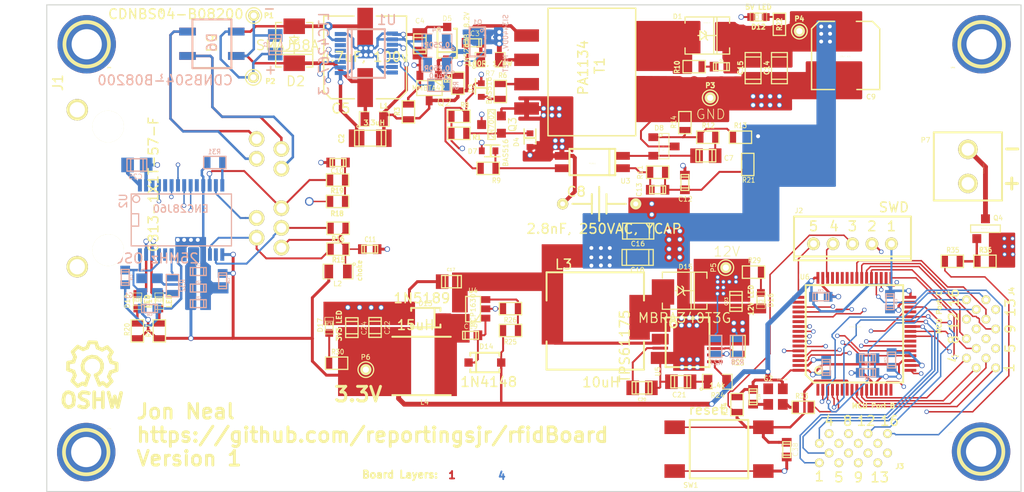
<source format=kicad_pcb>
(kicad_pcb (version 4) (host pcbnew "(2014-08-12 BZR 5067)-product")
  (layers (0 F.Cu signal) (1 In1.Cu mixed) (2 In2.Cu signal hide) (31 B.Cu signal) (34 B.Paste user) (35 F.Paste user) (36 B.SilkS user) (37 F.SilkS user) (38 B.Mask user) (39 F.Mask user) (44 Edge.Cuts user))
  (net 0 "")
  (net 1 "Net-(C1-Pad1)")
  (net 2 "Net-(C1-Pad2)")
  (net 3 "Net-(C2-Pad1)")
  (net 4 GNDA)
  (net 5 "Net-(C3-Pad2)")
  (net 6 /PVcc)
  (net 7 5VPoE)
  (net 8 "Net-(C6-Pad2)")
  (net 9 "Net-(C7-Pad1)")
  (net 10 "Net-(C7-Pad2)")
  (net 11 GND)
  (net 12 "Net-(C10-Pad1)")
  (net 13 "Net-(C11-Pad1)")
  (net 14 "Net-(C12-Pad1)")
  (net 15 "Net-(C13-Pad2)")
  (net 16 "Net-(C19-Pad1)")
  (net 17 "Net-(C19-Pad2)")
  (net 18 "Net-(C20-Pad1)")
  (net 19 "Net-(C21-Pad1)")
  (net 20 3V3)
  (net 21 12V)
  (net 22 "Net-(C25-Pad2)")
  (net 23 /nRST)
  (net 24 "Net-(C39-Pad1)")
  (net 25 "Net-(D1-Pad1)")
  (net 26 "Net-(D3-Pad1)")
  (net 27 "Net-(D4-Pad2)")
  (net 28 "Net-(D5-Pad2)")
  (net 29 /Ethernet-)
  (net 30 /Ethernet+)
  (net 31 "Net-(D7-Pad1)")
  (net 32 "Net-(D7-Pad2)")
  (net 33 "Net-(D8-Pad1)")
  (net 34 /EthernetSpare-)
  (net 35 /EthernetSpare+)
  (net 36 "Net-(D10-Pad1)")
  (net 37 "Net-(D10-Pad2)")
  (net 38 "Net-(D11-Pad1)")
  (net 39 "Net-(D11-Pad2)")
  (net 40 "Net-(D12-Pad1)")
  (net 41 "Net-(D15-Pad1)")
  (net 42 "Net-(D16-Pad1)")
  (net 43 "Net-(D17-Pad1)")
  (net 44 "Net-(G1-Pad1)")
  (net 45 "Net-(G1-Pad3)")
  (net 46 "Net-(G2-Pad1)")
  (net 47 "Net-(G2-Pad3)")
  (net 48 /TPOUT+)
  (net 49 /TPIN+)
  (net 50 /TPOUT-)
  (net 51 /TPIN-)
  (net 52 "Net-(J2-Pad4)")
  (net 53 "Net-(J2-Pad5)")
  (net 54 /PB0)
  (net 55 /PB1)
  (net 56 /PB4)
  (net 57 /PB5)
  (net 58 /PB8)
  (net 59 /PB9)
  (net 60 /PB12)
  (net 61 /PB13)
  (net 62 /PB2)
  (net 63 /PB7)
  (net 64 /PB6)
  (net 65 /PB3)
  (net 66 /PB11)
  (net 67 /PB10)
  (net 68 /PB14)
  (net 69 /PB15)
  (net 70 /PC0)
  (net 71 /PC1)
  (net 72 /PC4)
  (net 73 /PC5)
  (net 74 /PC8)
  (net 75 /PC9)
  (net 76 /PC12)
  (net 77 /PC13)
  (net 78 /PC2)
  (net 79 /PC7)
  (net 80 /PC6)
  (net 81 /PC3)
  (net 82 /PC11)
  (net 83 /PC10)
  (net 84 /PC14)
  (net 85 /PC15)
  (net 86 "Net-(P7-Pad2)")
  (net 87 "Net-(Q1-Pad1)")
  (net 88 "Net-(Q1-Pad3)")
  (net 89 "Net-(Q1-Pad4)")
  (net 90 "Net-(Q4-PadG)")
  (net 91 "Net-(R1-Pad1)")
  (net 92 "Net-(R5-Pad1)")
  (net 93 "Net-(R6-Pad2)")
  (net 94 "Net-(R23-Pad1)")
  (net 95 "Net-(R24-Pad2)")
  (net 96 "Net-(R25-Pad2)")
  (net 97 "Net-(R27-Pad2)")
  (net 98 "Net-(R31-Pad2)")
  (net 99 "Net-(R32-Pad2)")
  (net 100 "Net-(R33-Pad2)")
  (net 101 "Net-(U1-Pad6)")
  (net 102 "Net-(U1-Pad5)")
  (net 103 "Net-(U2-Pad3)")
  (net 104 /EthernetINT)
  (net 105 /EthernetSO)
  (net 106 /EthernetSI)
  (net 107 /EthernetSCK)
  (net 108 /EthernetCS)
  (net 109 "Net-(U2-Pad10)")
  (net 110 "Net-(U2-Pad24)")
  (net 111 "Net-(U6-Pad1)")
  (net 112 "Net-(U6-Pad6)")
  (net 113 "Net-(U6-Pad14)")
  (net 114 /12VSwitch)
  (net 115 "Net-(U6-Pad16)")
  (net 116 "Net-(U6-Pad42)")
  (net 117 "Net-(U6-Pad41)")
  (net 118 "Net-(U6-Pad45)")
  (net 119 "Net-(U6-Pad43)")
  (net 120 "Net-(U6-Pad44)")
  (net 121 "Net-(U6-Pad54)")
  (net 122 "Net-(U6-Pad50)")
  (module rfid:LQFP64 (layer F.Cu) (at 160.7 64.5)
    (fp_text reference U6 (at -5.1 -5.85) (layer F.SilkS) (effects (font (size 0.5 0.5) (thickness 0.08))))
    (fp_text value STM32F100RC (at 0.1 -0.7) (layer F.SilkS) (effects (font (size 0.127 0.127) (thickness 0.01))))
    (pad 1 smd rect (at -3.75 5.75 90) (size 1.2 0.3) (layers F.Cu F.Paste F.Mask) (net 111 "Net-(U6-Pad1)"))
    (pad 2 smd rect (at -3.25 5.75 90) (size 1.2 0.3) (layers F.Cu F.Paste F.Mask) (net 77 /PC13))
    (pad 3 smd rect (at -2.75 5.75 90) (size 1.2 0.3) (layers F.Cu F.Paste F.Mask) (net 84 /PC14))
    (pad 4 smd rect (at -2.25 5.75 90) (size 1.2 0.3) (layers F.Cu F.Paste F.Mask) (net 85 /PC15))
    (pad 5 smd rect (at -1.75 5.75 90) (size 1.2 0.3) (layers F.Cu F.Paste F.Mask) (net 100 "Net-(R33-Pad2)"))
    (pad 6 smd rect (at -1.25 5.75 90) (size 1.2 0.3) (layers F.Cu F.Paste F.Mask) (net 112 "Net-(U6-Pad6)"))
    (pad 7 smd rect (at -0.75 5.75 90) (size 1.2 0.3) (layers F.Cu F.Paste F.Mask) (net 23 /nRST))
    (pad 8 smd rect (at -0.25 5.75 90) (size 1.2 0.3) (layers F.Cu F.Paste F.Mask) (net 70 /PC0))
    (pad 9 smd rect (at 0.25 5.75 90) (size 1.2 0.3) (layers F.Cu F.Paste F.Mask) (net 71 /PC1))
    (pad 10 smd rect (at 0.75 5.75 90) (size 1.2 0.3) (layers F.Cu F.Paste F.Mask) (net 78 /PC2))
    (pad 11 smd rect (at 1.25 5.75 90) (size 1.2 0.3) (layers F.Cu F.Paste F.Mask) (net 81 /PC3))
    (pad 12 smd rect (at 1.75 5.75 90) (size 1.2 0.3) (layers F.Cu F.Paste F.Mask) (net 11 GND))
    (pad 13 smd rect (at 2.25 5.75 90) (size 1.2 0.3) (layers F.Cu F.Paste F.Mask) (net 20 3V3))
    (pad 14 smd rect (at 2.75 5.75 90) (size 1.2 0.3) (layers F.Cu F.Paste F.Mask) (net 113 "Net-(U6-Pad14)"))
    (pad 15 smd rect (at 3.25 5.75 90) (size 1.2 0.3) (layers F.Cu F.Paste F.Mask) (net 114 /12VSwitch))
    (pad 16 smd rect (at 3.75 5.75 90) (size 1.2 0.3) (layers F.Cu F.Paste F.Mask) (net 115 "Net-(U6-Pad16)"))
    (pad 24 smd rect (at 5.75 0.25 180) (size 1.2 0.3) (layers F.Cu F.Paste F.Mask) (net 72 /PC4))
    (pad 23 smd rect (at 5.75 0.75 180) (size 1.2 0.3) (layers F.Cu F.Paste F.Mask) (net 106 /EthernetSI))
    (pad 26 smd rect (at 5.75 -0.75 180) (size 1.2 0.3) (layers F.Cu F.Paste F.Mask) (net 54 /PB0))
    (pad 25 smd rect (at 5.75 -0.25 180) (size 1.2 0.3) (layers F.Cu F.Paste F.Mask) (net 73 /PC5))
    (pad 22 smd rect (at 5.75 1.25 180) (size 1.2 0.3) (layers F.Cu F.Paste F.Mask) (net 105 /EthernetSO))
    (pad 29 smd rect (at 5.75 -2.25 180) (size 1.2 0.3) (layers F.Cu F.Paste F.Mask) (net 67 /PB10))
    (pad 32 smd rect (at 5.75 -3.75 180) (size 1.2 0.3) (layers F.Cu F.Paste F.Mask) (net 20 3V3))
    (pad 27 smd rect (at 5.75 -1.25 180) (size 1.2 0.3) (layers F.Cu F.Paste F.Mask) (net 55 /PB1))
    (pad 31 smd rect (at 5.75 -3.25 180) (size 1.2 0.3) (layers F.Cu F.Paste F.Mask) (net 11 GND))
    (pad 30 smd rect (at 5.75 -2.75 180) (size 1.2 0.3) (layers F.Cu F.Paste F.Mask) (net 66 /PB11))
    (pad 28 smd rect (at 5.75 -1.75 180) (size 1.2 0.3) (layers F.Cu F.Paste F.Mask) (net 62 /PB2))
    (pad 20 smd rect (at 5.75 2.25 180) (size 1.2 0.3) (layers F.Cu F.Paste F.Mask) (net 108 /EthernetCS))
    (pad 18 smd rect (at 5.75 3.25 180) (size 1.2 0.3) (layers F.Cu F.Paste F.Mask) (net 11 GND))
    (pad 19 smd rect (at 5.75 2.75 180) (size 1.2 0.3) (layers F.Cu F.Paste F.Mask) (net 20 3V3))
    (pad 21 smd rect (at 5.75 1.75 180) (size 1.2 0.3) (layers F.Cu F.Paste F.Mask) (net 107 /EthernetSCK))
    (pad 17 smd rect (at 5.75 3.75 180) (size 1.2 0.3) (layers F.Cu F.Paste F.Mask) (net 104 /EthernetINT))
    (pad 40 smd rect (at 0.25 -5.75 270) (size 1.2 0.3) (layers F.Cu F.Paste F.Mask) (net 75 /PC9))
    (pad 39 smd rect (at 0.75 -5.75 270) (size 1.2 0.3) (layers F.Cu F.Paste F.Mask) (net 74 /PC8))
    (pad 42 smd rect (at -0.75 -5.75 270) (size 1.2 0.3) (layers F.Cu F.Paste F.Mask) (net 116 "Net-(U6-Pad42)"))
    (pad 41 smd rect (at -0.25 -5.75 270) (size 1.2 0.3) (layers F.Cu F.Paste F.Mask) (net 117 "Net-(U6-Pad41)"))
    (pad 38 smd rect (at 1.25 -5.75 270) (size 1.2 0.3) (layers F.Cu F.Paste F.Mask) (net 79 /PC7))
    (pad 45 smd rect (at -2.25 -5.75 270) (size 1.2 0.3) (layers F.Cu F.Paste F.Mask) (net 118 "Net-(U6-Pad45)"))
    (pad 48 smd rect (at -3.75 -5.75 270) (size 1.2 0.3) (layers F.Cu F.Paste F.Mask) (net 20 3V3))
    (pad 43 smd rect (at -1.25 -5.75 270) (size 1.2 0.3) (layers F.Cu F.Paste F.Mask) (net 119 "Net-(U6-Pad43)"))
    (pad 47 smd rect (at -3.25 -5.75 270) (size 1.2 0.3) (layers F.Cu F.Paste F.Mask) (net 11 GND))
    (pad 46 smd rect (at -2.75 -5.75 270) (size 1.2 0.3) (layers F.Cu F.Paste F.Mask) (net 52 "Net-(J2-Pad4)"))
    (pad 44 smd rect (at -1.75 -5.75 270) (size 1.2 0.3) (layers F.Cu F.Paste F.Mask) (net 120 "Net-(U6-Pad44)"))
    (pad 36 smd rect (at 2.25 -5.75 270) (size 1.2 0.3) (layers F.Cu F.Paste F.Mask) (net 69 /PB15))
    (pad 34 smd rect (at 3.25 -5.75 270) (size 1.2 0.3) (layers F.Cu F.Paste F.Mask) (net 61 /PB13))
    (pad 35 smd rect (at 2.75 -5.75 270) (size 1.2 0.3) (layers F.Cu F.Paste F.Mask) (net 68 /PB14))
    (pad 37 smd rect (at 1.75 -5.75 270) (size 1.2 0.3) (layers F.Cu F.Paste F.Mask) (net 80 /PC6))
    (pad 33 smd rect (at 3.75 -5.75 270) (size 1.2 0.3) (layers F.Cu F.Paste F.Mask) (net 60 /PB12))
    (pad 56 smd rect (at -5.75 -0.25) (size 1.2 0.3) (layers F.Cu F.Paste F.Mask) (net 56 /PB4))
    (pad 55 smd rect (at -5.75 -0.75) (size 1.2 0.3) (layers F.Cu F.Paste F.Mask) (net 65 /PB3))
    (pad 58 smd rect (at -5.75 0.75) (size 1.2 0.3) (layers F.Cu F.Paste F.Mask) (net 64 /PB6))
    (pad 57 smd rect (at -5.75 0.25) (size 1.2 0.3) (layers F.Cu F.Paste F.Mask) (net 57 /PB5))
    (pad 54 smd rect (at -5.75 -1.25) (size 1.2 0.3) (layers F.Cu F.Paste F.Mask) (net 121 "Net-(U6-Pad54)"))
    (pad 61 smd rect (at -5.75 2.25) (size 1.2 0.3) (layers F.Cu F.Paste F.Mask) (net 58 /PB8))
    (pad 64 smd rect (at -5.75 3.75) (size 1.2 0.3) (layers F.Cu F.Paste F.Mask) (net 20 3V3))
    (pad 59 smd rect (at -5.75 1.25) (size 1.2 0.3) (layers F.Cu F.Paste F.Mask) (net 63 /PB7))
    (pad 63 smd rect (at -5.75 3.25) (size 1.2 0.3) (layers F.Cu F.Paste F.Mask) (net 11 GND))
    (pad 62 smd rect (at -5.75 2.75) (size 1.2 0.3) (layers F.Cu F.Paste F.Mask) (net 59 /PB9))
    (pad 60 smd rect (at -5.75 1.75) (size 1.2 0.3) (layers F.Cu F.Paste F.Mask) (net 11 GND))
    (pad 52 smd rect (at -5.75 -2.25) (size 1.2 0.3) (layers F.Cu F.Paste F.Mask) (net 82 /PC11))
    (pad 50 smd rect (at -5.75 -3.25) (size 1.2 0.3) (layers F.Cu F.Paste F.Mask) (net 122 "Net-(U6-Pad50)"))
    (pad 51 smd rect (at -5.75 -2.75) (size 1.2 0.3) (layers F.Cu F.Paste F.Mask) (net 83 /PC10))
    (pad 53 smd rect (at -5.75 -1.75) (size 1.2 0.3) (layers F.Cu F.Paste F.Mask) (net 76 /PC12))
    (pad 49 smd rect (at -5.75 -3.75) (size 1.2 0.3) (layers F.Cu F.Paste F.Mask) (net 53 "Net-(J2-Pad5)"))
  )
  (module Capacitors_SMD:c_0805 (layer B.Cu) (at 101.25 34.8 270)
    (fp_text reference C1 (at 0 0.9906 270) (layer B.SilkS) (effects (font (size 0.29972 0.29972) (thickness 0.06096)) (justify mirror)))
    (fp_text value "0.1uF, 100V, X7R" hide)
    (pad 1 smd rect (at 0.9525 0 270) (size 1.30048 1.4986) (layers B.Cu B.Paste B.Mask) (net 1 "Net-(C1-Pad1)"))
    (pad 2 smd rect (at -0.9525 0 270) (size 1.30048 1.4986) (layers B.Cu B.Paste B.Mask) (net 2 "Net-(C1-Pad2)"))
  )
  (module Capacitors_SMD:c_1206 (layer F.Cu) (at 111 44.4)
    (fp_text reference C2 (at -2.95 0.05 90) (layer F.SilkS) (effects (font (size 0.50038 0.50038) (thickness 0.11938))))
    (fp_text value "1uF, 100V" hide)
    (pad 1 smd rect (at 1.397 0) (size 1.6002 1.8034) (layers F.Cu F.Paste F.Mask) (net 3 "Net-(C2-Pad1)"))
    (pad 2 smd rect (at -1.397 0) (size 1.6002 1.8034) (layers F.Cu F.Paste F.Mask) (net 4 GNDA))
  )
  (module Capacitors_SMD:c_0603 (layer F.Cu) (at 121.6 34.6 180)
    (fp_text reference C3 (at -0.15 0.95 180) (layer F.SilkS) (effects (font (size 0.5 0.5) (thickness 0.06))))
    (fp_text value "68pF, 200V" hide)
    (pad 1 smd rect (at 0.75184 0 180) (size 0.89916 1.00076) (layers F.Cu F.Paste F.Mask) (net 3 "Net-(C2-Pad1)"))
    (pad 2 smd rect (at -0.75184 0 180) (size 0.89916 1.00076) (layers F.Cu F.Paste F.Mask) (net 5 "Net-(C3-Pad2)"))
  )
  (module Capacitors_SMD:c_0805 (layer F.Cu) (at 116.1 34.7 90)
    (fp_text reference C4 (at 2.35 0 180) (layer F.SilkS) (effects (font (size 0.5 0.5) (thickness 0.06096))))
    (fp_text value "4.7uF, 10V" hide)
    (pad 1 smd rect (at 0.9525 0 90) (size 1.30048 1.4986) (layers F.Cu F.Paste F.Mask) (net 4 GNDA))
    (pad 2 smd rect (at -0.9525 0 90) (size 1.30048 1.4986) (layers F.Cu F.Paste F.Mask) (net 6 /PVcc))
  )
  (module rfid:EEE-2AA4R7UP (layer F.Cu) (at 110.48 36.1 180)
    (fp_text reference C5 (at 2.5 -5.25 180) (layer F.SilkS))
    (fp_text value "4.7uF, 100v" (at 0.05 0.05 180) (layer F.SilkS))
    (pad 1 smd rect (at 0 -3.1 180) (size 1.6 4) (layers F.Cu F.Paste F.Mask) (net 1 "Net-(C1-Pad1)"))
    (pad 2 smd rect (at 0 3.1 180) (size 1.6 4) (layers F.Cu F.Paste F.Mask) (net 2 "Net-(C1-Pad2)"))
  )
  (module Capacitors_SMD:c_0603 (layer F.Cu) (at 147.05 37.05)
    (fp_text reference C6 (at 0 -0.635) (layer F.SilkS) (effects (font (size 0.20066 0.20066) (thickness 0.04064))))
    (fp_text value 470pF hide)
    (pad 1 smd rect (at 0.75184 0) (size 0.89916 1.00076) (layers F.Cu F.Paste F.Mask) (net 7 5VPoE))
    (pad 2 smd rect (at -0.75184 0) (size 0.89916 1.00076) (layers F.Cu F.Paste F.Mask) (net 8 "Net-(C6-Pad2)"))
  )
  (module Capacitors_SMD:c_0805 (layer F.Cu) (at 145.45 46.2)
    (fp_text reference C7 (at 2.35 0.25) (layer F.SilkS) (effects (font (size 0.5 0.5) (thickness 0.08))))
    (fp_text value 27nF hide)
    (pad 1 smd rect (at 0.9525 0) (size 1.30048 1.4986) (layers F.Cu F.Paste F.Mask) (net 9 "Net-(C7-Pad1)"))
    (pad 2 smd rect (at -0.9525 0) (size 1.30048 1.4986) (layers F.Cu F.Paste F.Mask) (net 10 "Net-(C7-Pad2)"))
  )
  (module rfid:kemet_C900 (layer F.Cu) (at 134.5 51.15)
    (fp_text reference C8 (at -2.35 -1.25) (layer F.SilkS))
    (fp_text value "2.8nF, 250VAC, YCAP" (at 0.5 2.56) (layer F.SilkS))
    (pad 1 thru_hole circle (at -3.75 0) (size 1.15 1.15) (drill 0.5) (layers *.Cu *.Mask F.SilkS) (net 4 GNDA))
    (pad 2 thru_hole circle (at 3.75 0) (size 1.15 1.15) (drill 0.5) (layers *.Cu *.Mask F.SilkS) (net 11 GND))
  )
  (module rfid:EEE-FK0J221P (layer F.Cu) (at 159.8 35.9)
    (fp_text reference C9 (at 2.6 4.25) (layer F.SilkS) (effects (font (size 0.5 0.5) (thickness 0.08))))
    (fp_text value "220uF, 6.3v" (at -0.05 0.1) (layer F.SilkS) (effects (font (size 0.127 0.127) (thickness 0.01))))
    (pad 1 smd rect (at 0 -2.5) (size 1.6 3.2) (layers F.Cu F.Paste F.Mask) (net 7 5VPoE))
    (pad 2 smd rect (at 0 2.5) (size 1.6 3.2) (layers F.Cu F.Paste F.Mask) (net 11 GND))
  )
  (module Capacitors_SMD:c_0603 (layer F.Cu) (at 107.7 46.9)
    (fp_text reference C10 (at -0.1 0.85) (layer F.SilkS) (effects (font (size 0.5 0.458) (thickness 0.08))))
    (fp_text value 10nF hide)
    (pad 1 smd rect (at 0.75184 0) (size 0.89916 1.00076) (layers F.Cu F.Paste F.Mask) (net 12 "Net-(C10-Pad1)"))
    (pad 2 smd rect (at -0.75184 0) (size 0.89916 1.00076) (layers F.Cu F.Paste F.Mask) (net 11 GND))
  )
  (module Capacitors_SMD:c_0603 (layer F.Cu) (at 110.95 55.8 180)
    (fp_text reference C11 (at -0.05 1 180) (layer F.SilkS) (effects (font (size 0.5 0.4) (thickness 0.08))))
    (fp_text value 10nF hide)
    (pad 1 smd rect (at 0.75184 0 180) (size 0.89916 1.00076) (layers F.Cu F.Paste F.Mask) (net 13 "Net-(C11-Pad1)"))
    (pad 2 smd rect (at -0.75184 0 180) (size 0.89916 1.00076) (layers F.Cu F.Paste F.Mask) (net 11 GND))
  )
  (module Capacitors_SMD:c_0603 (layer F.Cu) (at 143.3 48.95 270)
    (fp_text reference C12 (at 1.7 -0.05 360) (layer F.SilkS) (effects (font (size 0.5 0.5) (thickness 0.08))))
    (fp_text value 1uF hide)
    (pad 1 smd rect (at 0.75184 0 270) (size 0.89916 1.00076) (layers F.Cu F.Paste F.Mask) (net 14 "Net-(C12-Pad1)"))
    (pad 2 smd rect (at -0.75184 0 270) (size 0.89916 1.00076) (layers F.Cu F.Paste F.Mask) (net 11 GND))
  )
  (module Capacitors_SMD:c_0603 (layer F.Cu) (at 140.5 49.7)
    (fp_text reference C13 (at -1.9 0 90) (layer F.SilkS) (effects (font (size 0.5 0.5) (thickness 0.08))))
    (fp_text value 33nF hide)
    (pad 1 smd rect (at 0.75184 0) (size 0.89916 1.00076) (layers F.Cu F.Paste F.Mask) (net 14 "Net-(C12-Pad1)"))
    (pad 2 smd rect (at -0.75184 0) (size 0.89916 1.00076) (layers F.Cu F.Paste F.Mask) (net 15 "Net-(C13-Pad2)"))
  )
  (module Capacitors_SMD:c_1206 (layer F.Cu) (at 153 37.2 90)
    (fp_text reference C14 (at 0.0254 -1.2954 90) (layer F.SilkS) (effects (font (size 0.50038 0.50038) (thickness 0.11938))))
    (fp_text value "100uF, 6.3V, X5R" hide)
    (pad 1 smd rect (at 1.397 0 90) (size 1.6002 1.8034) (layers F.Cu F.Paste F.Mask) (net 7 5VPoE))
    (pad 2 smd rect (at -1.397 0 90) (size 1.6002 1.8034) (layers F.Cu F.Paste F.Mask) (net 11 GND))
  )
  (module Capacitors_SMD:c_1206 (layer F.Cu) (at 150.3 37.2 90)
    (fp_text reference C15 (at 0.0254 -1.2954 90) (layer F.SilkS) (effects (font (size 0.50038 0.50038) (thickness 0.11938))))
    (fp_text value "100uF, 6.3V, X5R" hide)
    (pad 1 smd rect (at 1.397 0 90) (size 1.6002 1.8034) (layers F.Cu F.Paste F.Mask) (net 7 5VPoE))
    (pad 2 smd rect (at -1.397 0 90) (size 1.6002 1.8034) (layers F.Cu F.Paste F.Mask) (net 11 GND))
  )
  (module Capacitors_SMD:c_1206 (layer F.Cu) (at 138.5 53.95 180)
    (fp_text reference C16 (at 0.0254 -1.2954 180) (layer F.SilkS) (effects (font (size 0.50038 0.50038) (thickness 0.08))))
    (fp_text value 10uF hide)
    (pad 1 smd rect (at 1.397 0 180) (size 1.6002 1.8034) (layers F.Cu F.Paste F.Mask) (net 7 5VPoE))
    (pad 2 smd rect (at -1.397 0 180) (size 1.6002 1.8034) (layers F.Cu F.Paste F.Mask) (net 11 GND))
  )
  (module Capacitors_SMD:c_0805 (layer F.Cu) (at 119.34 59.14)
    (fp_text reference C17 (at -0.05 -1.23) (layer F.SilkS) (effects (font (size 0.29972 0.29972) (thickness 0.06096))))
    (fp_text value 10uF hide)
    (pad 1 smd rect (at 0.9525 0) (size 1.30048 1.4986) (layers F.Cu F.Paste F.Mask) (net 7 5VPoE))
    (pad 2 smd rect (at -0.9525 0) (size 1.30048 1.4986) (layers F.Cu F.Paste F.Mask) (net 11 GND))
  )
  (module Capacitors_SMD:c_1206 (layer F.Cu) (at 138.45 56.65 180)
    (fp_text reference C18 (at 0.0254 -1.2954 180) (layer F.SilkS) (effects (font (size 0.50038 0.50038) (thickness 0.08))))
    (fp_text value 10uF hide)
    (pad 1 smd rect (at 1.397 0 180) (size 1.6002 1.8034) (layers F.Cu F.Paste F.Mask) (net 7 5VPoE))
    (pad 2 smd rect (at -1.397 0 180) (size 1.6002 1.8034) (layers F.Cu F.Paste F.Mask) (net 11 GND))
  )
  (module Capacitors_SMD:c_0603 (layer F.Cu) (at 121.3 64.65)
    (fp_text reference C19 (at 0.02 -0.9) (layer F.SilkS) (effects (font (size 0.5 0.5) (thickness 0.06))))
    (fp_text value 100nF hide)
    (pad 1 smd rect (at 0.75184 0) (size 0.89916 1.00076) (layers F.Cu F.Paste F.Mask) (net 16 "Net-(C19-Pad1)"))
    (pad 2 smd rect (at -0.75184 0) (size 0.89916 1.00076) (layers F.Cu F.Paste F.Mask) (net 17 "Net-(C19-Pad2)"))
  )
  (module Capacitors_SMD:c_0805 (layer F.Cu) (at 138.9 70.05 180)
    (fp_text reference C20 (at 0 -1.2 180) (layer F.SilkS) (effects (font (size 0.29972 0.29972) (thickness 0.06096))))
    (fp_text value 47nF hide)
    (pad 1 smd rect (at 0.9525 0 180) (size 1.30048 1.4986) (layers F.Cu F.Paste F.Mask) (net 18 "Net-(C20-Pad1)"))
    (pad 2 smd rect (at -0.9525 0 180) (size 1.30048 1.4986) (layers F.Cu F.Paste F.Mask) (net 11 GND))
  )
  (module Capacitors_SMD:c_0805 (layer F.Cu) (at 142.873427 69.420421)
    (fp_text reference C21 (at -0.15 1.35) (layer F.SilkS) (effects (font (size 0.5 0.5) (thickness 0.08))))
    (fp_text value 180nF hide)
    (pad 1 smd rect (at 0.9525 0) (size 1.30048 1.4986) (layers F.Cu F.Paste F.Mask) (net 19 "Net-(C21-Pad1)"))
    (pad 2 smd rect (at -0.9525 0) (size 1.30048 1.4986) (layers F.Cu F.Paste F.Mask) (net 11 GND))
  )
  (module Capacitors_SMD:c_0805 (layer F.Cu) (at 111.494798 63.84464 270)
    (fp_text reference C22 (at 0.02536 -1.255202 270) (layer F.SilkS) (effects (font (size 0.5 0.5) (thickness 0.06096))))
    (fp_text value 10uF hide)
    (pad 1 smd rect (at 0.9525 0 270) (size 1.30048 1.4986) (layers F.Cu F.Paste F.Mask) (net 20 3V3))
    (pad 2 smd rect (at -0.9525 0 270) (size 1.30048 1.4986) (layers F.Cu F.Paste F.Mask) (net 11 GND))
  )
  (module Capacitors_SMD:c_0805 (layer F.Cu) (at 148.54 61.17 90)
    (fp_text reference C23 (at 0 -0.9906 90) (layer F.SilkS) (effects (font (size 0.29972 0.29972) (thickness 0.06096))))
    (fp_text value 22uF hide)
    (pad 1 smd rect (at 0.9525 0 90) (size 1.30048 1.4986) (layers F.Cu F.Paste F.Mask) (net 21 12V))
    (pad 2 smd rect (at -0.9525 0 90) (size 1.30048 1.4986) (layers F.Cu F.Paste F.Mask) (net 11 GND))
  )
  (module Capacitors_SMD:c_0805 (layer F.Cu) (at 109.114798 63.86464 270)
    (fp_text reference C24 (at 0.05536 -1.255202 270) (layer F.SilkS) (effects (font (size 0.5 0.5) (thickness 0.06096))))
    (fp_text value 10uF hide)
    (pad 1 smd rect (at 0.9525 0 270) (size 1.30048 1.4986) (layers F.Cu F.Paste F.Mask) (net 20 3V3))
    (pad 2 smd rect (at -0.9525 0 270) (size 1.30048 1.4986) (layers F.Cu F.Paste F.Mask) (net 11 GND))
  )
  (module Capacitors_SMD:c_0805 (layer B.Cu) (at 87.05 47.15)
    (fp_text reference C25 (at -0.15 1.2) (layer B.SilkS) (effects (font (size 0.5 0.5) (thickness 0.06096)) (justify mirror)))
    (fp_text value 10uF hide)
    (pad 1 smd rect (at 0.9525 0) (size 1.30048 1.4986) (layers B.Cu B.Paste B.Mask) (net 11 GND))
    (pad 2 smd rect (at -0.9525 0) (size 1.30048 1.4986) (layers B.Cu B.Paste B.Mask) (net 22 "Net-(C25-Pad2)"))
  )
  (module Capacitors_SMD:c_0603 (layer B.Cu) (at 93.35 59.8 180)
    (fp_text reference C26 (at 0 0.635 180) (layer B.SilkS) (effects (font (size 0.20066 0.20066) (thickness 0.04064)) (justify mirror)))
    (fp_text value 100nF hide)
    (pad 1 smd rect (at 0.75184 0 180) (size 0.89916 1.00076) (layers B.Cu B.Paste B.Mask) (net 20 3V3))
    (pad 2 smd rect (at -0.75184 0 180) (size 0.89916 1.00076) (layers B.Cu B.Paste B.Mask) (net 11 GND))
  )
  (module Capacitors_SMD:c_0603 (layer B.Cu) (at 93.35 58.1 180)
    (fp_text reference C27 (at 0.05 0.7 180) (layer B.SilkS) (effects (font (size 0.20066 0.20066) (thickness 0.04064)) (justify mirror)))
    (fp_text value 100nF hide)
    (pad 1 smd rect (at 0.75184 0 180) (size 0.89916 1.00076) (layers B.Cu B.Paste B.Mask) (net 20 3V3))
    (pad 2 smd rect (at -0.75184 0 180) (size 0.89916 1.00076) (layers B.Cu B.Paste B.Mask) (net 11 GND))
  )
  (module Capacitors_SMD:c_0603 (layer B.Cu) (at 95.85 59.05 90)
    (fp_text reference C28 (at 0 0.635 90) (layer B.SilkS) (effects (font (size 0.20066 0.20066) (thickness 0.04064)) (justify mirror)))
    (fp_text value 100nF hide)
    (pad 1 smd rect (at 0.75184 0 90) (size 0.89916 1.00076) (layers B.Cu B.Paste B.Mask) (net 20 3V3))
    (pad 2 smd rect (at -0.75184 0 90) (size 0.89916 1.00076) (layers B.Cu B.Paste B.Mask) (net 11 GND))
  )
  (module Capacitors_SMD:c_0603 (layer B.Cu) (at 85.85 58.7 90)
    (fp_text reference C29 (at 0 0.635 90) (layer B.SilkS) (effects (font (size 0.20066 0.20066) (thickness 0.04064)) (justify mirror)))
    (fp_text value 100nF hide)
    (pad 1 smd rect (at 0.75184 0 90) (size 0.89916 1.00076) (layers B.Cu B.Paste B.Mask) (net 20 3V3))
    (pad 2 smd rect (at -0.75184 0 90) (size 0.89916 1.00076) (layers B.Cu B.Paste B.Mask) (net 11 GND))
  )
  (module Capacitors_SMD:c_0603 (layer B.Cu) (at 88.35 61.9)
    (fp_text reference C30 (at 0 0.635) (layer B.SilkS) (effects (font (size 0.20066 0.20066) (thickness 0.04064)) (justify mirror)))
    (fp_text value 100nF hide)
    (pad 1 smd rect (at 0.75184 0) (size 0.89916 1.00076) (layers B.Cu B.Paste B.Mask) (net 11 GND))
    (pad 2 smd rect (at -0.75184 0) (size 0.89916 1.00076) (layers B.Cu B.Paste B.Mask) (net 20 3V3))
  )
  (module Capacitors_SMD:c_0603 (layer B.Cu) (at 93.35 61.4 180)
    (fp_text reference C31 (at 0 0.635 180) (layer B.SilkS) (effects (font (size 0.20066 0.20066) (thickness 0.04064)) (justify mirror)))
    (fp_text value 1uF hide)
    (pad 1 smd rect (at 0.75184 0 180) (size 0.89916 1.00076) (layers B.Cu B.Paste B.Mask) (net 20 3V3))
    (pad 2 smd rect (at -0.75184 0 180) (size 0.89916 1.00076) (layers B.Cu B.Paste B.Mask) (net 11 GND))
  )
  (module Capacitors_SMD:c_0603 (layer B.Cu) (at 157.8 67.95 270)
    (fp_text reference C32 (at 0 0.635 270) (layer B.SilkS) (effects (font (size 0.20066 0.20066) (thickness 0.04064)) (justify mirror)))
    (fp_text value 100nF hide)
    (pad 1 smd rect (at 0.75184 0 270) (size 0.89916 1.00076) (layers B.Cu B.Paste B.Mask) (net 20 3V3))
    (pad 2 smd rect (at -0.75184 0 270) (size 0.89916 1.00076) (layers B.Cu B.Paste B.Mask) (net 11 GND))
  )
  (module Capacitors_SMD:c_0603 (layer B.Cu) (at 157.25 60.7 180)
    (fp_text reference C33 (at 0 0.635 180) (layer B.SilkS) (effects (font (size 0.20066 0.20066) (thickness 0.04064)) (justify mirror)))
    (fp_text value 100nF hide)
    (pad 1 smd rect (at 0.75184 0 180) (size 0.89916 1.00076) (layers B.Cu B.Paste B.Mask) (net 20 3V3))
    (pad 2 smd rect (at -0.75184 0 180) (size 0.89916 1.00076) (layers B.Cu B.Paste B.Mask) (net 11 GND))
  )
  (module Capacitors_SMD:c_0603 (layer B.Cu) (at 164.35 61.2 90)
    (fp_text reference C34 (at 0 0.635 90) (layer B.SilkS) (effects (font (size 0.20066 0.20066) (thickness 0.04064)) (justify mirror)))
    (fp_text value 100nF hide)
    (pad 1 smd rect (at 0.75184 0 90) (size 0.89916 1.00076) (layers B.Cu B.Paste B.Mask) (net 20 3V3))
    (pad 2 smd rect (at -0.75184 0 90) (size 0.89916 1.00076) (layers B.Cu B.Paste B.Mask) (net 11 GND))
  )
  (module Capacitors_SMD:c_0603 (layer B.Cu) (at 164.52 67.19 270)
    (fp_text reference C35 (at 0 0.635 270) (layer B.SilkS) (effects (font (size 0.20066 0.20066) (thickness 0.04064)) (justify mirror)))
    (fp_text value 100nF hide)
    (pad 1 smd rect (at 0.75184 0 270) (size 0.89916 1.00076) (layers B.Cu B.Paste B.Mask) (net 20 3V3))
    (pad 2 smd rect (at -0.75184 0 270) (size 0.89916 1.00076) (layers B.Cu B.Paste B.Mask) (net 11 GND))
  )
  (module Capacitors_SMD:c_0603 (layer B.Cu) (at 162.05 68.5)
    (fp_text reference C36 (at 0 0.635) (layer B.SilkS) (effects (font (size 0.20066 0.20066) (thickness 0.04064)) (justify mirror)))
    (fp_text value 100nF hide)
    (pad 1 smd rect (at 0.75184 0) (size 0.89916 1.00076) (layers B.Cu B.Paste B.Mask) (net 20 3V3))
    (pad 2 smd rect (at -0.75184 0) (size 0.89916 1.00076) (layers B.Cu B.Paste B.Mask) (net 11 GND))
  )
  (module Capacitors_SMD:c_0603 (layer B.Cu) (at 162.05 67)
    (fp_text reference C37 (at 0 0.635) (layer B.SilkS) (effects (font (size 0.20066 0.20066) (thickness 0.04064)) (justify mirror)))
    (fp_text value 1uF hide)
    (pad 1 smd rect (at 0.75184 0) (size 0.89916 1.00076) (layers B.Cu B.Paste B.Mask) (net 20 3V3))
    (pad 2 smd rect (at -0.75184 0) (size 0.89916 1.00076) (layers B.Cu B.Paste B.Mask) (net 11 GND))
  )
  (module Capacitors_SMD:c_0603 (layer F.Cu) (at 153.75 76.4 270)
    (fp_text reference C38 (at 0 -0.9 270) (layer F.SilkS) (effects (font (size 0.5 0.5) (thickness 0.04064))))
    (fp_text value 100nF hide)
    (pad 1 smd rect (at 0.75184 0 270) (size 0.89916 1.00076) (layers F.Cu F.Paste F.Mask) (net 11 GND))
    (pad 2 smd rect (at -0.75184 0 270) (size 0.89916 1.00076) (layers F.Cu F.Paste F.Mask) (net 23 /nRST))
  )
  (module Capacitors_SMD:c_0603 (layer F.Cu) (at 150.3 70.97 270)
    (fp_text reference C39 (at 0 -0.635 270) (layer F.SilkS) (effects (font (size 0.20066 0.20066) (thickness 0.04064))))
    (fp_text value 100nF hide)
    (pad 1 smd rect (at 0.75184 0 270) (size 0.89916 1.00076) (layers F.Cu F.Paste F.Mask) (net 24 "Net-(C39-Pad1)"))
    (pad 2 smd rect (at -0.75184 0 270) (size 0.89916 1.00076) (layers F.Cu F.Paste F.Mask) (net 20 3V3))
  )
  (module SMD_Packages:DO-214-AA_SMB (layer F.Cu) (at 145.6 33.85)
    (fp_text reference D1 (at -3.05 -1.95) (layer F.SilkS) (effects (font (size 0.5 0.5) (thickness 0.08))))
    (fp_text value SMB540 (at -0.05 -1.3 180) (layer F.SilkS) (effects (font (size 0.127 0.127) (thickness 0.01))))
    (pad 1 smd rect (at -2.0066 0) (size 1.80086 2.19964) (layers F.Cu F.Paste F.Mask) (net 25 "Net-(D1-Pad1)"))
    (pad 2 smd rect (at 2.0066 0) (size 1.80086 2.19964) (layers F.Cu F.Paste F.Mask) (net 7 5VPoE))
  )
  (module SMD_Packages:DO-214-AC_SMA (layer F.Cu) (at 103.2 34.8 270)
    (fp_text reference D2 (at 3.75 -0.15 360) (layer F.SilkS) (effects (font (size 1.00076 1.00076) (thickness 0.11938))))
    (fp_text value SMAJ58A (at 0.05 0.7 360) (layer F.SilkS) (effects (font (size 1.00076 1.00076) (thickness 0.11938))))
    (pad 1 smd rect (at -1.89992 0 270) (size 1.6002 2.19964) (layers F.Cu F.Paste F.Mask) (net 2 "Net-(C1-Pad2)"))
    (pad 2 smd rect (at 1.89992 0 270) (size 1.6002 2.19964) (layers F.Cu F.Paste F.Mask) (net 1 "Net-(C1-Pad1)"))
  )
  (module rfid:SOD-523 (layer F.Cu) (at 122.4 39.45 90)
    (fp_text reference D3 (at 0.15 -1.05 90) (layer F.SilkS) (effects (font (size 0.5 0.5) (thickness 0.08))))
    (fp_text value BAS516 (at -0.05 0.8 270) (layer F.SilkS) (effects (font (size 0.5 0.5) (thickness 0.08))))
    (pad 1 smd rect (at -0.7 0 90) (size 0.6 0.7) (layers F.Cu F.Paste F.Mask) (net 26 "Net-(D3-Pad1)"))
    (pad 2 smd rect (at 0.7 0 90) (size 0.6 0.7) (layers F.Cu F.Paste F.Mask) (net 6 /PVcc))
  )
  (module rfid:SOD-523 (layer F.Cu) (at 127.4 44.6 90)
    (fp_text reference D4 (at -0.2 -1.4 90) (layer F.SilkS) (effects (font (size 0.5 0.5) (thickness 0.08))))
    (fp_text value BAS516 (at 0 0 180) (layer F.SilkS) (effects (font (size 0.127 0.127) (thickness 0.01))))
    (pad 1 smd rect (at -0.7 0 90) (size 0.6 0.7) (layers F.Cu F.Paste F.Mask) (net 4 GNDA))
    (pad 2 smd rect (at 0.7 0 90) (size 0.6 0.7) (layers F.Cu F.Paste F.Mask) (net 27 "Net-(D4-Pad2)"))
  )
  (module rfid:SOD-123 (layer F.Cu) (at 118.9 34.65 90)
    (fp_text reference D5 (at 2.55 0 180) (layer F.SilkS) (effects (font (size 0.5 0.5) (thickness 0.06))))
    (fp_text value "1N5237B, 8.2V" (at 0.4 2 90) (layer F.SilkS) (effects (font (size 0.5 0.5) (thickness 0.08))))
    (pad 1 smd rect (at 1.675 0 90) (size 0.85 0.85) (layers F.Cu F.Paste F.Mask) (net 4 GNDA))
    (pad 2 smd rect (at -1.675 0 90) (size 0.85 0.85) (layers F.Cu F.Paste F.Mask) (net 28 "Net-(D5-Pad2)"))
  )
  (module rfid:CDNBS04 (layer B.Cu) (at 94.75 34.7 90)
    (fp_text reference D6 (at 0.15 0 90) (layer B.SilkS) (effects (justify mirror)))
    (fp_text value CDNBS04-B08200 (at -3.75 -4.8 180) (layer B.SilkS) (effects (justify mirror)))
    (fp_text user ~ (at -3.4 -5.2 90) (layer B.SilkS) (effects (justify mirror)))
    (fp_text user - (at 3.65 5.9 180) (layer B.SilkS) (effects (justify mirror)))
    (fp_text user + (at -2.7 5.95 90) (layer B.SilkS) (effects (justify mirror)))
    (pad 1 smd rect (at 1.25 2.5 90) (size 0.8 1.7) (layers B.Cu B.Paste B.Mask) (net 1 "Net-(C1-Pad1)"))
    (pad 2 smd rect (at 1.25 -2.5 90) (size 0.8 1.7) (layers B.Cu B.Paste B.Mask) (net 29 /Ethernet-))
    (pad 3 smd rect (at -1.25 -2.5 90) (size 0.8 1.7) (layers B.Cu B.Paste B.Mask) (net 30 /Ethernet+))
    (pad 4 smd rect (at -1.25 2.5 90) (size 0.8 1.7) (layers B.Cu B.Paste B.Mask) (net 2 "Net-(C1-Pad2)"))
  )
  (module rfid:SOD-523 (layer F.Cu) (at 123.15 45.7)
    (fp_text reference D7 (at -1.65 0.05) (layer F.SilkS) (effects (font (size 0.5 0.5) (thickness 0.08))))
    (fp_text value BAS516 (at 1.75 0.2 90) (layer F.SilkS) (effects (font (size 0.5 0.5) (thickness 0.08))))
    (pad 1 smd rect (at -0.7 0) (size 0.6 0.7) (layers F.Cu F.Paste F.Mask) (net 31 "Net-(D7-Pad1)"))
    (pad 2 smd rect (at 0.7 0) (size 0.6 0.7) (layers F.Cu F.Paste F.Mask) (net 32 "Net-(D7-Pad2)"))
  )
  (module SMD_Packages:SOT-23 (layer F.Cu) (at 141.15 45.25 270)
    (fp_text reference D8 (at -1.9 0.5 540) (layer F.SilkS) (effects (font (size 0.5 0.5) (thickness 0.08))))
    (fp_text value TLV431 (at 0.15 0.05 270) (layer F.SilkS) (effects (font (size 0.127 0.127) (thickness 0.01))))
    (pad 3 smd rect (at 0 -1.09982 270) (size 0.8001 1.00076) (layers F.Cu F.Paste F.Mask) (net 11 GND))
    (pad 2 smd rect (at 0.9525 1.09982 270) (size 0.8001 1.00076) (layers F.Cu F.Paste F.Mask) (net 10 "Net-(C7-Pad2)"))
    (pad 1 smd rect (at -0.9525 1.09982 270) (size 0.8001 1.00076) (layers F.Cu F.Paste F.Mask) (net 33 "Net-(D8-Pad1)"))
  )
  (module rfid:CDNBS04 (layer F.Cu) (at 94.75 34.7 270)
    (fp_text reference D9 (at -0.1 0 270) (layer F.SilkS))
    (fp_text value CDNBS04-B08200 (at -3.05 3.7 360) (layer F.SilkS))
    (fp_text user ~ (at -3.4 5.2 270) (layer F.SilkS))
    (fp_text user - (at -3.65 -5.9 360) (layer F.SilkS))
    (fp_text user + (at 2.7 -5.95 270) (layer F.SilkS))
    (pad 1 smd rect (at 1.25 -2.5 270) (size 0.8 1.7) (layers F.Cu F.Paste F.Mask) (net 1 "Net-(C1-Pad1)"))
    (pad 2 smd rect (at 1.25 2.5 270) (size 0.8 1.7) (layers F.Cu F.Paste F.Mask) (net 34 /EthernetSpare-))
    (pad 3 smd rect (at -1.25 2.5 270) (size 0.8 1.7) (layers F.Cu F.Paste F.Mask) (net 35 /EthernetSpare+))
    (pad 4 smd rect (at -1.25 -2.5 270) (size 0.8 1.7) (layers F.Cu F.Paste F.Mask) (net 2 "Net-(C1-Pad2)"))
  )
  (module LEDs:LED-0603 (layer F.Cu) (at 87.1 61.15 90)
    (fp_text reference D10 (at 0 -1.016 90) (layer F.SilkS) (effects (font (size 0.508 0.508) (thickness 0.08))))
    (fp_text value LED (at 0 1.016 90) (layer F.SilkS) (effects (font (size 0.508 0.508) (thickness 0.127))))
    (pad 1 smd rect (at -0.7493 0 90) (size 0.79756 0.79756) (layers F.Cu F.Paste F.Mask) (net 36 "Net-(D10-Pad1)"))
    (pad 2 smd rect (at 0.7493 0 90) (size 0.79756 0.79756) (layers F.Cu F.Paste F.Mask) (net 37 "Net-(D10-Pad2)"))
  )
  (module LEDs:LED-0603 (layer F.Cu) (at 89.35 61.15 90)
    (fp_text reference D11 (at 0 -1.016 90) (layer F.SilkS) (effects (font (size 0.508 0.508) (thickness 0.08))))
    (fp_text value LED (at 0 1.016 90) (layer F.SilkS) (effects (font (size 0.508 0.508) (thickness 0.127))))
    (pad 1 smd rect (at -0.7493 0 90) (size 0.79756 0.79756) (layers F.Cu F.Paste F.Mask) (net 38 "Net-(D11-Pad1)"))
    (pad 2 smd rect (at 0.7493 0 90) (size 0.79756 0.79756) (layers F.Cu F.Paste F.Mask) (net 39 "Net-(D11-Pad2)"))
  )
  (module LEDs:LED-0603 (layer F.Cu) (at 150.85 31.95 180)
    (fp_text reference D12 (at 0 -1.016 180) (layer F.SilkS) (effects (font (size 0.508 0.508) (thickness 0.127))))
    (fp_text value "5V LED" (at 0 1.016 180) (layer F.SilkS) (effects (font (size 0.508 0.508) (thickness 0.127))))
    (pad 1 smd rect (at -0.7493 0 180) (size 0.79756 0.79756) (layers F.Cu F.Paste F.Mask) (net 40 "Net-(D12-Pad1)"))
    (pad 2 smd rect (at 0.7493 0 180) (size 0.79756 0.79756) (layers F.Cu F.Paste F.Mask) (net 11 GND))
  )
  (module rfid:SOD-123 (layer F.Cu) (at 116.706055 62.842289 180)
    (fp_text reference D13 (at 0.03 1.47 180) (layer F.SilkS) (effects (font (size 0.5 0.5) (thickness 0.08))))
    (fp_text value 1N5189 (at 0.4 2 180) (layer F.SilkS))
    (pad 1 smd rect (at 1.675 0 180) (size 0.85 0.85) (layers F.Cu F.Paste F.Mask) (net 11 GND))
    (pad 2 smd rect (at -1.675 0 180) (size 0.85 0.85) (layers F.Cu F.Paste F.Mask) (net 17 "Net-(C19-Pad2)"))
  )
  (module rfid:SOD-123 (layer F.Cu) (at 122.77 67.45)
    (fp_text reference D14 (at 0.15 -1.65) (layer F.SilkS) (effects (font (size 0.5 0.5) (thickness 0.08))))
    (fp_text value 1N4148 (at 0.4 2) (layer F.SilkS))
    (pad 1 smd rect (at 1.675 0) (size 0.85 0.85) (layers F.Cu F.Paste F.Mask) (net 20 3V3))
    (pad 2 smd rect (at -1.675 0) (size 0.85 0.85) (layers F.Cu F.Paste F.Mask) (net 16 "Net-(C19-Pad1)"))
  )
  (module SMD_Packages:DO-214-AC_SMA (layer F.Cu) (at 143.273427 60.070421)
    (fp_text reference D15 (at 0.1 -2.45) (layer F.SilkS) (effects (font (size 0.5 0.5) (thickness 0.08))))
    (fp_text value MBRA340T3G (at 0 2.79908) (layer F.SilkS) (effects (font (size 1.00076 1.00076) (thickness 0.11938))))
    (pad 1 smd rect (at -1.89992 0) (size 1.6002 2.19964) (layers F.Cu F.Paste F.Mask) (net 41 "Net-(D15-Pad1)"))
    (pad 2 smd rect (at 1.89992 0) (size 1.6002 2.19964) (layers F.Cu F.Paste F.Mask) (net 21 12V))
  )
  (module LEDs:LED-0603 (layer F.Cu) (at 151.1 61.05 270)
    (fp_text reference D16 (at 0 -1.016 270) (layer F.SilkS) (effects (font (size 0.508 0.508) (thickness 0.08))))
    (fp_text value "12V LED" (at 0 1.016 270) (layer F.SilkS) (effects (font (size 0.508 0.508) (thickness 0.127))))
    (pad 1 smd rect (at -0.7493 0 270) (size 0.79756 0.79756) (layers F.Cu F.Paste F.Mask) (net 42 "Net-(D16-Pad1)"))
    (pad 2 smd rect (at 0.7493 0 270) (size 0.79756 0.79756) (layers F.Cu F.Paste F.Mask) (net 11 GND))
  )
  (module LEDs:LED-0603 (layer F.Cu) (at 106.79 63.66 90)
    (fp_text reference D17 (at 0.05 -0.92 90) (layer F.SilkS) (effects (font (size 0.508 0.508) (thickness 0.08))))
    (fp_text value "3V3 LED" (at 0 1.016 90) (layer F.SilkS) (effects (font (size 0.508 0.508) (thickness 0.127))))
    (pad 1 smd rect (at -0.7493 0 90) (size 0.79756 0.79756) (layers F.Cu F.Paste F.Mask) (net 43 "Net-(D17-Pad1)"))
    (pad 2 smd rect (at 0.7493 0 90) (size 0.79756 0.79756) (layers F.Cu F.Paste F.Mask) (net 11 GND))
  )
  (module rfid:Si501_2.5x2 (layer B.Cu) (at 88.35 59.55)
    (fp_text reference G1 (at -2.15 1) (layer B.SilkS) (effects (font (size 0.5 0.5) (thickness 0.08)) (justify mirror)))
    (fp_text value "25MHz OSC" (at 0.7 -2.8) (layer B.SilkS) (effects (justify mirror)))
    (pad 1 smd rect (at -0.8 -0.75) (size 1.1 1) (layers B.Cu B.Paste B.Mask) (net 44 "Net-(G1-Pad1)"))
    (pad 2 smd rect (at 0.8 -0.75) (size 1.1 1) (layers B.Cu B.Paste B.Mask) (net 11 GND))
    (pad 3 smd rect (at 0.8 0.75) (size 1.1 1) (layers B.Cu B.Paste B.Mask) (net 45 "Net-(G1-Pad3)"))
    (pad 4 smd rect (at -0.8 0.75) (size 1.1 1) (layers B.Cu B.Paste B.Mask) (net 20 3V3))
  )
  (module rfid:Si501_2.5x2 (layer F.Cu) (at 152.6 70.95 270)
    (fp_text reference G2 (at -1.85 0.75 360) (layer F.SilkS) (effects (font (size 0.5 0.5) (thickness 0.08))))
    (fp_text value "24MHz OSC" (at -1.75 -0.7 360) (layer F.SilkS) (effects (font (size 0.127 0.127) (thickness 0.02))))
    (pad 1 smd rect (at -0.8 0.75 270) (size 1.1 1) (layers F.Cu F.Paste F.Mask) (net 46 "Net-(G2-Pad1)"))
    (pad 2 smd rect (at 0.8 0.75 270) (size 1.1 1) (layers F.Cu F.Paste F.Mask) (net 24 "Net-(C39-Pad1)"))
    (pad 3 smd rect (at 0.8 -0.75 270) (size 1.1 1) (layers F.Cu F.Paste F.Mask) (net 47 "Net-(G2-Pad3)"))
    (pad 4 smd rect (at -0.8 -0.75 270) (size 1.1 1) (layers F.Cu F.Paste F.Mask) (net 20 3V3))
  )
  (module rfid:0813-1X1T-57-F (layer F.Cu) (at 84.1 55.9 90)
    (fp_text reference J1 (at 17.2 -5.15 90) (layer F.SilkS))
    (fp_text value 0813-1X1T-57-F (at 6.75 4.65 90) (layer F.SilkS))
    (pad 1 thru_hole circle (at 1.27 15.24 90) (size 1.6 1.6) (drill 1) (layers *.Cu *.Mask F.SilkS) (net 48 /TPOUT+))
    (pad 2 thru_hole circle (at 3.3 15.24 90) (size 1.6 1.6) (drill 1) (layers *.Cu *.Mask F.SilkS) (net 49 /TPIN+))
    (pad 5 thru_hole circle (at 9.39 15.24 90) (size 1.6 1.6) (drill 1) (layers *.Cu *.Mask F.SilkS) (net 29 /Ethernet-))
    (pad 6 thru_hole circle (at 11.42 15.24 90) (size 1.6 1.6) (drill 1) (layers *.Cu *.Mask F.SilkS) (net 35 /EthernetSpare+))
    (pad 7 thru_hole circle (at 0.25 17.78 90) (size 1.6 1.6) (drill 1) (layers *.Cu *.Mask F.SilkS) (net 13 "Net-(C11-Pad1)"))
    (pad 8 thru_hole circle (at 2.28 17.78 90) (size 1.6 1.6) (drill 1) (layers *.Cu *.Mask F.SilkS) (net 50 /TPOUT-))
    (pad 9 thru_hole circle (at 4.31 17.78 90) (size 1.6 1.6) (drill 1) (layers *.Cu *.Mask F.SilkS) (net 51 /TPIN-))
    (pad 10 thru_hole circle (at 8.37 17.78 90) (size 1.6 1.6) (drill 1) (layers *.Cu *.Mask F.SilkS) (net 30 /Ethernet+))
    (pad 11 thru_hole circle (at 10.4 17.78 90) (size 1.6 1.6) (drill 1) (layers *.Cu *.Mask F.SilkS) (net 34 /EthernetSpare-))
    (pad "" np_thru_hole circle (at 0 0 90) (size 3.25 3.25) (drill 3.25) (layers *.Cu *.Mask F.SilkS))
    (pad "" np_thru_hole circle (at 12.7 0 90) (size 3.25 3.25) (drill 3.25) (layers *.Cu *.Mask F.SilkS))
    (pad 12 thru_hole circle (at -1.71 -3.17 90) (size 2.2 2.2) (drill 1.57) (layers *.Cu *.Mask F.SilkS) (net 4 GNDA))
    (pad 12 thru_hole circle (at 14.42 -3.17 90) (size 2.2 2.2) (drill 1.57) (layers *.Cu *.Mask F.SilkS) (net 4 GNDA))
  )
  (module rfid:JST_PH_5pin (layer F.Cu) (at 160.5 55.25 180)
    (fp_text reference J2 (at 5.5 3.4 180) (layer F.SilkS) (effects (font (size 0.5 0.5) (thickness 0.08))))
    (fp_text value SWD (at -4.25 3.75 180) (layer F.SilkS))
    (fp_text user 5 (at 4 1.8 180) (layer F.SilkS))
    (fp_text user 4 (at 1.9 1.8 180) (layer F.SilkS))
    (fp_text user 3 (at 0 1.8 180) (layer F.SilkS))
    (fp_text user 2 (at -2 1.8 180) (layer F.SilkS))
    (fp_text user 1 (at -4 1.8 180) (layer F.SilkS))
    (pad 3 thru_hole circle (at 0 0 180) (size 1.3 1.3) (drill 0.7) (layers *.Cu *.Mask F.SilkS) (net 23 /nRST))
    (pad 2 thru_hole circle (at -2 0 180) (size 1.3 1.3) (drill 0.7) (layers *.Cu *.Mask F.SilkS) (net 11 GND))
    (pad 1 thru_hole circle (at -4 0 180) (size 1.3 1.3) (drill 0.7) (layers *.Cu *.Mask F.SilkS) (net 20 3V3))
    (pad 4 thru_hole circle (at 2 0 180) (size 1.3 1.3) (drill 0.7) (layers *.Cu *.Mask F.SilkS) (net 52 "Net-(J2-Pad4)"))
    (pad 5 thru_hole circle (at 4 0 180) (size 1.3 1.3) (drill 0.7) (layers *.Cu *.Mask F.SilkS) (net 53 "Net-(J2-Pad5)"))
  )
  (module rfid:16_pin_breakout (layer F.Cu) (at 162.1 76.75)
    (fp_text reference J3 (at 3.25 1.37) (layer F.SilkS) (effects (font (size 0.5 0.5) (thickness 0.125))))
    (fp_text value "MCU Port B" (at 0.55 -4.85) (layer F.SilkS) (effects (font (size 0.5 0.5) (thickness 0.125))))
    (fp_text user 16 (at 2.2 -3.3) (layer F.SilkS))
    (fp_text user 12 (at -0.2 -3.3) (layer F.SilkS))
    (fp_text user 8 (at -2.1 -3.3) (layer F.SilkS))
    (fp_text user 4 (at -4 -3.3) (layer F.SilkS))
    (fp_text user 13 (at 1.2 2.5) (layer F.SilkS))
    (fp_text user 9 (at -1 2.5) (layer F.SilkS))
    (fp_text user 5 (at -3 2.5) (layer F.SilkS))
    (fp_text user 1 (at -5 2.4) (layer F.SilkS))
    (pad 1 thru_hole circle (at -5 1) (size 0.9 0.9) (drill 0.5) (layers *.Cu *.Mask F.SilkS) (net 54 /PB0))
    (pad 2 thru_hole circle (at -4 0) (size 0.9 0.9) (drill 0.5) (layers *.Cu *.Mask F.SilkS) (net 55 /PB1))
    (pad 5 thru_hole circle (at -3 1) (size 0.9 0.9) (drill 0.5) (layers *.Cu *.Mask F.SilkS) (net 56 /PB4))
    (pad 6 thru_hole circle (at -2 0) (size 0.9 0.9) (drill 0.5) (layers *.Cu *.Mask F.SilkS) (net 57 /PB5))
    (pad 9 thru_hole circle (at -1 1) (size 0.9 0.9) (drill 0.5) (layers *.Cu *.Mask F.SilkS) (net 58 /PB8))
    (pad 10 thru_hole circle (at 0 0) (size 0.9 0.9) (drill 0.5) (layers *.Cu *.Mask F.SilkS) (net 59 /PB9))
    (pad 13 thru_hole circle (at 1 1) (size 0.9 0.9) (drill 0.5) (layers *.Cu *.Mask F.SilkS) (net 60 /PB12))
    (pad 14 thru_hole circle (at 2 0) (size 0.9 0.9) (drill 0.5) (layers *.Cu *.Mask F.SilkS) (net 61 /PB13))
    (pad 3 thru_hole circle (at -5 -1) (size 0.9 0.9) (drill 0.5) (layers *.Cu *.Mask F.SilkS) (net 62 /PB2))
    (pad 8 thru_hole circle (at -2 -2) (size 0.9 0.9) (drill 0.5) (layers *.Cu *.Mask F.SilkS) (net 63 /PB7))
    (pad 7 thru_hole circle (at -3 -1) (size 0.9 0.9) (drill 0.5) (layers *.Cu *.Mask F.SilkS) (net 64 /PB6))
    (pad 4 thru_hole circle (at -4 -2) (size 0.9 0.9) (drill 0.5) (layers *.Cu *.Mask F.SilkS) (net 65 /PB3))
    (pad 12 thru_hole circle (at 0 -2) (size 0.9 0.9) (drill 0.5) (layers *.Cu *.Mask F.SilkS) (net 66 /PB11))
    (pad 11 thru_hole circle (at -1 -1) (size 0.9 0.9) (drill 0.5) (layers *.Cu *.Mask F.SilkS) (net 67 /PB10))
    (pad 15 thru_hole circle (at 1 -1) (size 0.9 0.9) (drill 0.5) (layers *.Cu *.Mask F.SilkS) (net 68 /PB14))
    (pad 16 thru_hole circle (at 2 -2) (size 0.9 0.9) (drill 0.5) (layers *.Cu *.Mask F.SilkS) (net 69 /PB15))
  )
  (module rfid:16_pin_breakout (layer F.Cu) (at 174.2 63 90)
    (fp_text reference J4 (at 2.87 2.64 90) (layer F.SilkS) (effects (font (size 0.5 0.5) (thickness 0.125))))
    (fp_text value "MCU Port C" (at 0.7 -4.8 90) (layer F.SilkS) (effects (font (size 0.5 0.5) (thickness 0.125))))
    (fp_text user 16 (at 2.2 -3.3 90) (layer F.SilkS))
    (fp_text user 12 (at -0.2 -3.3 90) (layer F.SilkS))
    (fp_text user 8 (at -2.1 -3.3 90) (layer F.SilkS))
    (fp_text user 4 (at -4 -3.3 90) (layer F.SilkS))
    (fp_text user 13 (at 1.2 2.5 90) (layer F.SilkS))
    (fp_text user 9 (at -1 2.5 90) (layer F.SilkS))
    (fp_text user 5 (at -3 2.5 90) (layer F.SilkS))
    (fp_text user 1 (at -5 2.4 90) (layer F.SilkS))
    (pad 1 thru_hole circle (at -5 1 90) (size 0.9 0.9) (drill 0.5) (layers *.Cu *.Mask F.SilkS) (net 70 /PC0))
    (pad 2 thru_hole circle (at -4 0 90) (size 0.9 0.9) (drill 0.5) (layers *.Cu *.Mask F.SilkS) (net 71 /PC1))
    (pad 5 thru_hole circle (at -3 1 90) (size 0.9 0.9) (drill 0.5) (layers *.Cu *.Mask F.SilkS) (net 72 /PC4))
    (pad 6 thru_hole circle (at -2 0 90) (size 0.9 0.9) (drill 0.5) (layers *.Cu *.Mask F.SilkS) (net 73 /PC5))
    (pad 9 thru_hole circle (at -1 1 90) (size 0.9 0.9) (drill 0.5) (layers *.Cu *.Mask F.SilkS) (net 74 /PC8))
    (pad 10 thru_hole circle (at 0 0 90) (size 0.9 0.9) (drill 0.5) (layers *.Cu *.Mask F.SilkS) (net 75 /PC9))
    (pad 13 thru_hole circle (at 1 1 90) (size 0.9 0.9) (drill 0.5) (layers *.Cu *.Mask F.SilkS) (net 76 /PC12))
    (pad 14 thru_hole circle (at 2 0 90) (size 0.9 0.9) (drill 0.5) (layers *.Cu *.Mask F.SilkS) (net 77 /PC13))
    (pad 3 thru_hole circle (at -5 -1 90) (size 0.9 0.9) (drill 0.5) (layers *.Cu *.Mask F.SilkS) (net 78 /PC2))
    (pad 8 thru_hole circle (at -2 -2 90) (size 0.9 0.9) (drill 0.5) (layers *.Cu *.Mask F.SilkS) (net 79 /PC7))
    (pad 7 thru_hole circle (at -3 -1 90) (size 0.9 0.9) (drill 0.5) (layers *.Cu *.Mask F.SilkS) (net 80 /PC6))
    (pad 4 thru_hole circle (at -4 -2 90) (size 0.9 0.9) (drill 0.5) (layers *.Cu *.Mask F.SilkS) (net 81 /PC3))
    (pad 12 thru_hole circle (at 0 -2 90) (size 0.9 0.9) (drill 0.5) (layers *.Cu *.Mask F.SilkS) (net 82 /PC11))
    (pad 11 thru_hole circle (at -1 -1 90) (size 0.9 0.9) (drill 0.5) (layers *.Cu *.Mask F.SilkS) (net 83 /PC10))
    (pad 15 thru_hole circle (at 1 -1 90) (size 0.9 0.9) (drill 0.5) (layers *.Cu *.Mask F.SilkS) (net 84 /PC14))
    (pad 16 thru_hole circle (at 2 -2 90) (size 0.9 0.9) (drill 0.5) (layers *.Cu *.Mask F.SilkS) (net 85 /PC15))
  )
  (module SMD_Packages:SMD-0805 (layer F.Cu) (at 111.41 42.43)
    (fp_text reference L1 (at 1 -1.35) (layer F.SilkS) (effects (font (size 0.50038 0.50038) (thickness 0.10922))))
    (fp_text value 3.3uH (at 0 0.381) (layer F.SilkS) (effects (font (size 0.50038 0.50038) (thickness 0.10922))))
    (pad 1 smd rect (at -0.9525 0) (size 0.889 1.397) (layers F.Cu F.Paste F.Mask) (net 1 "Net-(C1-Pad1)"))
    (pad 2 smd rect (at 0.9525 0) (size 0.889 1.397) (layers F.Cu F.Paste F.Mask) (net 3 "Net-(C2-Pad1)"))
  )
  (module SMD_Packages:SMD-0805 (layer F.Cu) (at 107.7 58.1 180)
    (fp_text reference L2 (at 0.05 -1.25 180) (layer F.SilkS) (effects (font (size 0.50038 0.50038) (thickness 0.08))))
    (fp_text value choke (at -2.2 0.1 270) (layer F.SilkS) (effects (font (size 0.50038 0.50038) (thickness 0.10922))))
    (pad 1 smd rect (at -0.9525 0 180) (size 0.889 1.397) (layers F.Cu F.Paste F.Mask) (net 13 "Net-(C11-Pad1)"))
    (pad 2 smd rect (at 0.9525 0 180) (size 0.889 1.397) (layers F.Cu F.Paste F.Mask) (net 20 3V3))
  )
  (module rfid:SRU1048 (layer F.Cu) (at 134.1 63.18)
    (fp_text reference L3 (at -3.25 -5.81) (layer F.SilkS))
    (fp_text value 10uH (at 0.6 6.3) (layer F.SilkS))
    (pad 1 smd rect (at -4.5 0) (size 1.8 3.6) (layers F.Cu F.Paste F.Mask) (net 7 5VPoE))
    (pad 2 smd rect (at 4.5 0) (size 1.8 3.6) (layers F.Cu F.Paste F.Mask) (net 41 "Net-(D15-Pad1)"))
  )
  (module rfid:NR6028 (layer F.Cu) (at 116.266055 67.802289 180)
    (fp_text reference L4 (at -0.31 -3.72 180) (layer F.SilkS) (effects (font (size 0.5 0.5) (thickness 0.08))))
    (fp_text value 15uH (at 0.6 4.2 180) (layer F.SilkS))
    (pad 1 smd rect (at -2.35 0 180) (size 1.6 5.7) (layers F.Cu F.Paste F.Mask) (net 17 "Net-(C19-Pad2)"))
    (pad 2 smd rect (at 2.35 0 180) (size 1.6 5.7) (layers F.Cu F.Paste F.Mask) (net 20 3V3))
  )
  (module Connect:PINTST (layer F.Cu) (at 99.05 31.8)
    (fp_text reference P1 (at 1.55 0) (layer F.SilkS) (effects (font (size 0.508 0.508) (thickness 0.127))))
    (fp_text value PoE- hide)
    (pad 1 thru_hole circle (at 0 0) (size 1.143 1.143) (drill 0.635) (layers *.Cu *.Mask F.SilkS) (net 2 "Net-(C1-Pad2)"))
  )
  (module Connect:PINTST (layer F.Cu) (at 99 38.15)
    (fp_text reference P2 (at 1.75 0.4) (layer F.SilkS) (effects (font (size 0.508 0.508) (thickness 0.127))))
    (fp_text value PoE+ hide)
    (pad 1 thru_hole circle (at 0 0) (size 1.143 1.143) (drill 0.635) (layers *.Cu *.Mask F.SilkS) (net 1 "Net-(C1-Pad1)"))
  )
  (module Connect:PINTST (layer F.Cu) (at 145.9 40.25)
    (fp_text reference P3 (at 0 -1.26746) (layer F.SilkS) (effects (font (size 0.508 0.508) (thickness 0.127))))
    (fp_text value GND hide)
    (pad 1 thru_hole circle (at 0 0) (size 1.143 1.143) (drill 0.635) (layers *.Cu *.Mask F.SilkS) (net 11 GND))
  )
  (module Connect:PINTST (layer F.Cu) (at 155.05 33.4)
    (fp_text reference P4 (at 0 -1.26746) (layer F.SilkS) (effects (font (size 0.508 0.508) (thickness 0.127))))
    (fp_text value +5V hide)
    (pad 1 thru_hole circle (at 0 0) (size 1.143 1.143) (drill 0.635) (layers *.Cu *.Mask F.SilkS) (net 7 5VPoE))
  )
  (module Connect:PINTST (layer F.Cu) (at 147.5 57.7 90)
    (fp_text reference P5 (at 0 -1.26746 90) (layer F.SilkS) (effects (font (size 0.508 0.508) (thickness 0.08))))
    (fp_text value +12V hide)
    (pad 1 thru_hole circle (at 0 0 90) (size 1.143 1.143) (drill 0.635) (layers *.Cu *.Mask F.SilkS) (net 21 12V))
  )
  (module Connect:PINTST (layer F.Cu) (at 110.55 68.18 180)
    (fp_text reference P6 (at 0.02 1.28 180) (layer F.SilkS) (effects (font (size 0.508 0.508) (thickness 0.08))))
    (fp_text value +3V3 hide)
    (pad 1 thru_hole circle (at 0 0 180) (size 1.143 1.143) (drill 0.635) (layers *.Cu *.Mask F.SilkS) (net 20 3V3))
  )
  (module rfid:SIL2-3.5mm (layer F.Cu) (at 172.35 47.3 90)
    (fp_text reference P7 (at 2.7 -4.35 180) (layer F.SilkS) (effects (font (size 0.5 0.5) (thickness 0.08))))
    (fp_text value 12V_Switch (at -0.2 1.6 90) (layer F.SilkS) (effects (font (size 0.127 0.127) (thickness 0.01))))
    (pad 1 thru_hole circle (at -1.75006 0 90) (size 1.99898 1.99898) (drill 1.30048) (layers *.Cu *.Mask F.SilkS) (net 21 12V))
    (pad 2 thru_hole circle (at 1.75006 0 90) (size 1.99898 1.99898) (drill 1.30048) (layers *.Cu *.Mask F.SilkS) (net 86 "Net-(P7-Pad2)"))
  )
  (module rfid:TSOP-6 (layer B.Cu) (at 122 34.5 270)
    (fp_text reference Q1 (at -2 0 540) (layer B.SilkS) (effects (font (size 0.5 0.5) (thickness 0.08)) (justify mirror)))
    (fp_text value "SI3440DV, NFET" (at 0.15 -2.9 270) (layer B.SilkS) (effects (font (size 0.5 0.5) (thickness 0.08)) (justify mirror)))
    (pad 2 smd rect (at 0 -1.163 270) (size 0.5 0.7) (layers B.Cu B.Paste B.Mask) (net 87 "Net-(Q1-Pad1)"))
    (pad 3 smd rect (at 1 -1.163 270) (size 0.5 0.7) (layers B.Cu B.Paste B.Mask) (net 88 "Net-(Q1-Pad3)"))
    (pad 1 smd rect (at -1 -1.163 270) (size 0.5 0.7) (layers B.Cu B.Paste B.Mask) (net 87 "Net-(Q1-Pad1)"))
    (pad 4 smd rect (at 1 1.163 270) (size 0.5 0.7) (layers B.Cu B.Paste B.Mask) (net 89 "Net-(Q1-Pad4)"))
    (pad 6 smd rect (at -1 1.163 270) (size 0.5 0.7) (layers B.Cu B.Paste B.Mask) (net 87 "Net-(Q1-Pad1)"))
    (pad 5 smd rect (at 0 1.163 270) (size 0.5 0.7) (layers B.Cu B.Paste B.Mask) (net 87 "Net-(Q1-Pad1)"))
  )
  (module SMD_Packages:SOT-23_Inv2 (layer F.Cu) (at 117.05 39.25 180)
    (fp_text reference Q2 (at -1.55 -1.45 360) (layer F.SilkS) (effects (font (size 0.762 0.762) (thickness 0.0762))))
    (fp_text value MMBTA42 (at 0.0635 0 180) (layer F.SilkS) (effects (font (size 0.50038 0.50038) (thickness 0.0762))))
    (pad 3 smd rect (at 0 -1.27 180) (size 0.70104 1.00076) (layers F.Cu F.Paste F.Mask) (net 3 "Net-(C2-Pad1)"))
    (pad 1 smd rect (at 0.9525 1.27 180) (size 0.70104 1.00076) (layers F.Cu F.Paste F.Mask) (net 6 /PVcc))
    (pad 2 smd rect (at -0.9525 1.27 180) (size 0.70104 1.00076) (layers F.Cu F.Paste F.Mask) (net 28 "Net-(D5-Pad2)"))
  )
  (module SMD_Packages:SOT-23-GDS (layer F.Cu) (at 123.45 43 270)
    (fp_text reference Q3 (at 0 -2.159 270) (layer F.SilkS) (effects (font (size 0.762 0.762) (thickness 0.1))))
    (fp_text value 2N7002 (at 0 0 270) (layer F.SilkS) (effects (font (size 0.5 0.5) (thickness 0.08))))
    (pad S smd rect (at -0.889 -1.016 270) (size 0.9144 0.9144) (layers F.Cu F.Paste F.Mask) (net 4 GNDA))
    (pad G smd rect (at 0.889 -1.016 270) (size 0.9144 0.9144) (layers F.Cu F.Paste F.Mask) (net 27 "Net-(D4-Pad2)"))
    (pad D smd rect (at 0 1.016 270) (size 0.9144 0.9144) (layers F.Cu F.Paste F.Mask) (net 31 "Net-(D7-Pad1)"))
  )
  (module SMD_Packages:SOT-23-GDS (layer F.Cu) (at 174.15 53.7 180)
    (fp_text reference Q4 (at -1.3 1.1 180) (layer F.SilkS) (effects (font (size 0.5 0.5) (thickness 0.08))))
    (fp_text value MOSFET_N (at 0 0 180) (layer F.SilkS) (effects (font (size 0.127 0.127) (thickness 0.01))))
    (pad S smd rect (at -0.889 -1.016 180) (size 0.9144 0.9144) (layers F.Cu F.Paste F.Mask) (net 11 GND))
    (pad G smd rect (at 0.889 -1.016 180) (size 0.9144 0.9144) (layers F.Cu F.Paste F.Mask) (net 90 "Net-(Q4-PadG)"))
    (pad D smd rect (at 0 1.016 180) (size 0.9144 0.9144) (layers F.Cu F.Paste F.Mask) (net 86 "Net-(P7-Pad2)"))
  )
  (module SMD_Packages:SMD-0603 (layer F.Cu) (at 120.1 43.9)
    (fp_text reference R1 (at 1.85 0.4) (layer F.SilkS) (effects (font (size 0.508 0.4572) (thickness 0.1143))))
    (fp_text value 10k hide)
    (pad 1 smd rect (at -0.762 0) (size 0.635 1.143) (layers F.Cu F.Paste F.Mask) (net 91 "Net-(R1-Pad1)"))
    (pad 2 smd rect (at 0.762 0) (size 0.635 1.143) (layers F.Cu F.Paste F.Mask) (net 27 "Net-(D4-Pad2)"))
  )
  (module SMD_Packages:SMD-0603 (layer F.Cu) (at 120 38.75 90)
    (fp_text reference R2 (at 0.45 -1.1 270) (layer F.SilkS) (effects (font (size 0.508 0.4572) (thickness 0.1143))))
    (fp_text value 220K hide)
    (pad 1 smd rect (at -0.762 0 90) (size 0.635 1.143) (layers F.Cu F.Paste F.Mask) (net 3 "Net-(C2-Pad1)"))
    (pad 2 smd rect (at 0.762 0 90) (size 0.635 1.143) (layers F.Cu F.Paste F.Mask) (net 28 "Net-(D5-Pad2)"))
  )
  (module SMD_Packages:SMD-0603 (layer F.Cu) (at 114.92 41.7 90)
    (fp_text reference R3 (at 0.05 -1.15 90) (layer F.SilkS) (effects (font (size 0.508 0.4572) (thickness 0.1143))))
    (fp_text value 220K hide)
    (pad 1 smd rect (at -0.762 0 90) (size 0.635 1.143) (layers F.Cu F.Paste F.Mask) (net 3 "Net-(C2-Pad1)"))
    (pad 2 smd rect (at 0.762 0 90) (size 0.635 1.143) (layers F.Cu F.Paste F.Mask) (net 6 /PVcc))
  )
  (module SMD_Packages:SMD-0805 (layer B.Cu) (at 117.85 34.45 180)
    (fp_text reference R4 (at 0.05 1.2 180) (layer B.SilkS) (effects (font (size 0.50038 0.50038) (thickness 0.08)) (justify mirror)))
    (fp_text value 0.250R (at 0 -0.381 180) (layer B.SilkS) (effects (font (size 0.50038 0.50038) (thickness 0.10922)) (justify mirror)))
    (pad 1 smd rect (at -0.9525 0 180) (size 0.889 1.397) (layers B.Cu B.Paste B.Mask) (net 89 "Net-(Q1-Pad4)"))
    (pad 2 smd rect (at 0.9525 0 180) (size 0.889 1.397) (layers B.Cu B.Paste B.Mask) (net 4 GNDA))
  )
  (module SMD_Packages:SMD-0603 (layer B.Cu) (at 118.05 38.95)
    (fp_text reference R5 (at 1.75 0.05 90) (layer B.SilkS) (effects (font (size 0.508 0.4572) (thickness 0.08)) (justify mirror)))
    (fp_text value 4.7K hide)
    (pad 1 smd rect (at -0.762 0) (size 0.635 1.143) (layers B.Cu B.Paste B.Mask) (net 92 "Net-(R5-Pad1)"))
    (pad 2 smd rect (at 0.762 0) (size 0.635 1.143) (layers B.Cu B.Paste B.Mask) (net 89 "Net-(Q1-Pad4)"))
  )
  (module SMD_Packages:SMD-0603 (layer F.Cu) (at 124.35 39.6 90)
    (fp_text reference R6 (at 1.65 0.25 180) (layer F.SilkS) (effects (font (size 0.508 0.4572) (thickness 0.08))))
    (fp_text value 510R hide)
    (pad 1 smd rect (at -0.762 0 90) (size 0.635 1.143) (layers F.Cu F.Paste F.Mask) (net 26 "Net-(D3-Pad1)"))
    (pad 2 smd rect (at 0.762 0 90) (size 0.635 1.143) (layers F.Cu F.Paste F.Mask) (net 93 "Net-(R6-Pad2)"))
  )
  (module SMD_Packages:SMD-0805 (layer F.Cu) (at 123.3 36.35)
    (fp_text reference R7 (at 0 1.4) (layer F.SilkS) (effects (font (size 0.50038 0.50038) (thickness 0.06))))
    (fp_text value "100R, 1/8W" (at 0 0.381) (layer F.SilkS) (effects (font (size 0.50038 0.50038) (thickness 0.10922))))
    (pad 1 smd rect (at -0.9525 0) (size 0.889 1.397) (layers F.Cu F.Paste F.Mask) (net 5 "Net-(C3-Pad2)"))
    (pad 2 smd rect (at 0.9525 0) (size 0.889 1.397) (layers F.Cu F.Paste F.Mask) (net 87 "Net-(Q1-Pad1)"))
  )
  (module SMD_Packages:SMD-0603 (layer F.Cu) (at 120.1 42.15)
    (fp_text reference R8 (at 0.6 -1.15) (layer F.SilkS) (effects (font (size 0.508 0.4572) (thickness 0.08))))
    (fp_text value 100k hide)
    (pad 1 smd rect (at -0.762 0) (size 0.635 1.143) (layers F.Cu F.Paste F.Mask) (net 91 "Net-(R1-Pad1)"))
    (pad 2 smd rect (at 0.762 0) (size 0.635 1.143) (layers F.Cu F.Paste F.Mask) (net 6 /PVcc))
  )
  (module SMD_Packages:SMD-0603 (layer F.Cu) (at 123.1 47.5)
    (fp_text reference R9 (at 0.85 1.25) (layer F.SilkS) (effects (font (size 0.508 0.4572) (thickness 0.08))))
    (fp_text value 6.8k hide)
    (pad 1 smd rect (at -0.762 0) (size 0.635 1.143) (layers F.Cu F.Paste F.Mask) (net 6 /PVcc))
    (pad 2 smd rect (at 0.762 0) (size 0.635 1.143) (layers F.Cu F.Paste F.Mask) (net 32 "Net-(D7-Pad2)"))
  )
  (module SMD_Packages:SMD-0603 (layer F.Cu) (at 144.25 37.05)
    (fp_text reference R10 (at -1.75 0.05 90) (layer F.SilkS) (effects (font (size 0.508 0.4572) (thickness 0.1143))))
    (fp_text value 10R hide)
    (pad 1 smd rect (at -0.762 0) (size 0.635 1.143) (layers F.Cu F.Paste F.Mask) (net 25 "Net-(D1-Pad1)"))
    (pad 2 smd rect (at 0.762 0) (size 0.635 1.143) (layers F.Cu F.Paste F.Mask) (net 8 "Net-(C6-Pad2)"))
  )
  (module SMD_Packages:SMD-0603 (layer F.Cu) (at 140.5 47.9 180)
    (fp_text reference R11 (at 1.8 0 270) (layer F.SilkS) (effects (font (size 0.508 0.5) (thickness 0.08))))
    (fp_text value 1k hide)
    (pad 1 smd rect (at -0.762 0 180) (size 0.635 1.143) (layers F.Cu F.Paste F.Mask) (net 14 "Net-(C12-Pad1)"))
    (pad 2 smd rect (at 0.762 0 180) (size 0.635 1.143) (layers F.Cu F.Paste F.Mask) (net 15 "Net-(C13-Pad2)"))
  )
  (module SMD_Packages:SMD-0603 (layer F.Cu) (at 145.65 44.3 180)
    (fp_text reference R12 (at -0.05 1.2 180) (layer F.SilkS) (effects (font (size 0.508 0.4572) (thickness 0.08))))
    (fp_text value 47k hide)
    (pad 1 smd rect (at -0.762 0 180) (size 0.635 1.143) (layers F.Cu F.Paste F.Mask) (net 9 "Net-(C7-Pad1)"))
    (pad 2 smd rect (at 0.762 0 180) (size 0.635 1.143) (layers F.Cu F.Paste F.Mask) (net 33 "Net-(D8-Pad1)"))
  )
  (module SMD_Packages:SMD-0603 (layer F.Cu) (at 149 44.3 180)
    (fp_text reference R13 (at 0 1.2 180) (layer F.SilkS) (effects (font (size 0.508 0.4572) (thickness 0.08))))
    (fp_text value "100k, 1%" hide)
    (pad 1 smd rect (at -0.762 0 180) (size 0.635 1.143) (layers F.Cu F.Paste F.Mask) (net 7 5VPoE))
    (pad 2 smd rect (at 0.762 0 180) (size 0.635 1.143) (layers F.Cu F.Paste F.Mask) (net 33 "Net-(D8-Pad1)"))
  )
  (module SMD_Packages:SMD-0603 (layer F.Cu) (at 143.3 42.8 90)
    (fp_text reference R14 (at 0.05 -1.15 90) (layer F.SilkS) (effects (font (size 0.508 0.4572) (thickness 0.08))))
    (fp_text value 33.2k hide)
    (pad 1 smd rect (at -0.762 0 90) (size 0.635 1.143) (layers F.Cu F.Paste F.Mask) (net 33 "Net-(D8-Pad1)"))
    (pad 2 smd rect (at 0.762 0 90) (size 0.635 1.143) (layers F.Cu F.Paste F.Mask) (net 11 GND))
  )
  (module SMD_Packages:SMD-0603 (layer F.Cu) (at 107.7 55.8 180)
    (fp_text reference R15 (at -0.05 -1.1 180) (layer F.SilkS) (effects (font (size 0.508 0.4572) (thickness 0.1143))))
    (fp_text value 49R9 hide)
    (pad 1 smd rect (at -0.762 0 180) (size 0.635 1.143) (layers F.Cu F.Paste F.Mask) (net 13 "Net-(C11-Pad1)"))
    (pad 2 smd rect (at 0.762 0 180) (size 0.635 1.143) (layers F.Cu F.Paste F.Mask) (net 48 /TPOUT+))
  )
  (module SMD_Packages:SMD-0603 (layer F.Cu) (at 107.7 53.65 180)
    (fp_text reference R16 (at 0 -1.1 180) (layer F.SilkS) (effects (font (size 0.508 0.4572) (thickness 0.1143))))
    (fp_text value 49R9 hide)
    (pad 1 smd rect (at -0.762 0 180) (size 0.635 1.143) (layers F.Cu F.Paste F.Mask) (net 13 "Net-(C11-Pad1)"))
    (pad 2 smd rect (at 0.762 0 180) (size 0.635 1.143) (layers F.Cu F.Paste F.Mask) (net 50 /TPOUT-))
  )
  (module SMD_Packages:SMD-0603 (layer F.Cu) (at 89.35 64.2 270)
    (fp_text reference R17 (at 0 1.1 270) (layer F.SilkS) (effects (font (size 0.508 0.4572) (thickness 0.08))))
    (fp_text value 1k hide)
    (pad 1 smd rect (at -0.762 0 270) (size 0.635 1.143) (layers F.Cu F.Paste F.Mask) (net 38 "Net-(D11-Pad1)"))
    (pad 2 smd rect (at 0.762 0 270) (size 0.635 1.143) (layers F.Cu F.Paste F.Mask) (net 20 3V3))
  )
  (module SMD_Packages:SMD-0603 (layer F.Cu) (at 107.65 50.9 180)
    (fp_text reference R18 (at 0.05 -1.25 180) (layer F.SilkS) (effects (font (size 0.508 0.4572) (thickness 0.1143))))
    (fp_text value 49R9 hide)
    (pad 1 smd rect (at -0.762 0 180) (size 0.635 1.143) (layers F.Cu F.Paste F.Mask) (net 12 "Net-(C10-Pad1)"))
    (pad 2 smd rect (at 0.762 0 180) (size 0.635 1.143) (layers F.Cu F.Paste F.Mask) (net 49 /TPIN+))
  )
  (module SMD_Packages:SMD-0603 (layer F.Cu) (at 107.65 48.7 180)
    (fp_text reference R19 (at 0.05 -1.1 180) (layer F.SilkS) (effects (font (size 0.508 0.4572) (thickness 0.1143))))
    (fp_text value 49R9 hide)
    (pad 1 smd rect (at -0.762 0 180) (size 0.635 1.143) (layers F.Cu F.Paste F.Mask) (net 12 "Net-(C10-Pad1)"))
    (pad 2 smd rect (at 0.762 0 180) (size 0.635 1.143) (layers F.Cu F.Paste F.Mask) (net 51 /TPIN-))
  )
  (module SMD_Packages:SMD-0603 (layer F.Cu) (at 87.1 64.2 270)
    (fp_text reference R20 (at -0.15 1.05 270) (layer F.SilkS) (effects (font (size 0.508 0.4572) (thickness 0.08))))
    (fp_text value 1k hide)
    (pad 1 smd rect (at -0.762 0 270) (size 0.635 1.143) (layers F.Cu F.Paste F.Mask) (net 36 "Net-(D10-Pad1)"))
    (pad 2 smd rect (at 0.762 0 270) (size 0.635 1.143) (layers F.Cu F.Paste F.Mask) (net 20 3V3))
  )
  (module SMD_Packages:SMD-0603 (layer F.Cu) (at 149.75 47.1 90)
    (fp_text reference R21 (at -1.6 0.1 180) (layer F.SilkS) (effects (font (size 0.508 0.4572) (thickness 0.08))))
    (fp_text value 470R hide)
    (pad 1 smd rect (at -0.762 0 90) (size 0.635 1.143) (layers F.Cu F.Paste F.Mask) (net 14 "Net-(C12-Pad1)"))
    (pad 2 smd rect (at 0.762 0 90) (size 0.635 1.143) (layers F.Cu F.Paste F.Mask) (net 7 5VPoE))
  )
  (module SMD_Packages:SMD-0603 (layer F.Cu) (at 153 32.7 90)
    (fp_text reference R22 (at 0 0 90) (layer F.SilkS) (effects (font (size 0.508 0.4572) (thickness 0.1143))))
    (fp_text value 2.8k hide)
    (pad 1 smd rect (at -0.762 0 90) (size 0.635 1.143) (layers F.Cu F.Paste F.Mask) (net 7 5VPoE))
    (pad 2 smd rect (at 0.762 0 90) (size 0.635 1.143) (layers F.Cu F.Paste F.Mask) (net 40 "Net-(D12-Pad1)"))
  )
  (module SMD_Packages:SMD-0603 (layer F.Cu) (at 148.85 65.8 90)
    (fp_text reference R23 (at -1.7 -0.1 180) (layer F.SilkS) (effects (font (size 0.508 0.4572) (thickness 0.08))))
    (fp_text value 226k hide)
    (pad 1 smd rect (at -0.762 0 90) (size 0.635 1.143) (layers F.Cu F.Paste F.Mask) (net 94 "Net-(R23-Pad1)"))
    (pad 2 smd rect (at 0.762 0 90) (size 0.635 1.143) (layers F.Cu F.Paste F.Mask) (net 11 GND))
  )
  (module SMD_Packages:SMD-0805 (layer F.Cu) (at 146.623427 69.420421)
    (fp_text reference R24 (at 0.05 1.4) (layer F.SilkS) (effects (font (size 0.50038 0.50038) (thickness 0.08))))
    (fp_text value 1.4k (at 0 0.381) (layer F.SilkS) (effects (font (size 0.50038 0.50038) (thickness 0.10922))))
    (pad 1 smd rect (at -0.9525 0) (size 0.889 1.397) (layers F.Cu F.Paste F.Mask) (net 19 "Net-(C21-Pad1)"))
    (pad 2 smd rect (at 0.9525 0) (size 0.889 1.397) (layers F.Cu F.Paste F.Mask) (net 95 "Net-(R24-Pad2)"))
  )
  (module SMD_Packages:SMD-0603 (layer F.Cu) (at 125.4 64.16)
    (fp_text reference R25 (at -0.02 1.17) (layer F.SilkS) (effects (font (size 0.508 0.4572) (thickness 0.08))))
    (fp_text value 31.2k hide)
    (pad 1 smd rect (at -0.762 0) (size 0.635 1.143) (layers F.Cu F.Paste F.Mask) (net 20 3V3))
    (pad 2 smd rect (at 0.762 0) (size 0.635 1.143) (layers F.Cu F.Paste F.Mask) (net 96 "Net-(R25-Pad2)"))
  )
  (module SMD_Packages:SMD-0603 (layer F.Cu) (at 125.396055 61.912289 180)
    (fp_text reference R26 (at 0.02 -1.17 180) (layer F.SilkS) (effects (font (size 0.508 0.4572) (thickness 0.08))))
    (fp_text value 10k hide)
    (pad 1 smd rect (at -0.762 0 180) (size 0.635 1.143) (layers F.Cu F.Paste F.Mask) (net 96 "Net-(R25-Pad2)"))
    (pad 2 smd rect (at 0.762 0 180) (size 0.635 1.143) (layers F.Cu F.Paste F.Mask) (net 11 GND))
  )
  (module SMD_Packages:SMD-0603 (layer B.Cu) (at 146.45 65.8 270)
    (fp_text reference R27 (at 1.65 -0.05 540) (layer B.SilkS) (effects (font (size 0.508 0.4572) (thickness 0.08)) (justify mirror)))
    (fp_text value 143k hide)
    (pad 1 smd rect (at -0.762 0 270) (size 0.635 1.143) (layers B.Cu B.Paste B.Mask) (net 21 12V))
    (pad 2 smd rect (at 0.762 0 270) (size 0.635 1.143) (layers B.Cu B.Paste B.Mask) (net 97 "Net-(R27-Pad2)"))
  )
  (module SMD_Packages:SMD-0603 (layer B.Cu) (at 148.6 65.8 90)
    (fp_text reference R28 (at -1.6 0.1 360) (layer B.SilkS) (effects (font (size 0.508 0.4572) (thickness 0.08)) (justify mirror)))
    (fp_text value 16.2k hide)
    (pad 1 smd rect (at -0.762 0 90) (size 0.635 1.143) (layers B.Cu B.Paste B.Mask) (net 97 "Net-(R27-Pad2)"))
    (pad 2 smd rect (at 0.762 0 90) (size 0.635 1.143) (layers B.Cu B.Paste B.Mask) (net 11 GND))
  )
  (module SMD_Packages:SMD-0603 (layer F.Cu) (at 150.34 58.16)
    (fp_text reference R29 (at 0.1 -1.2) (layer F.SilkS) (effects (font (size 0.508 0.4572) (thickness 0.08))))
    (fp_text value 10k hide)
    (pad 1 smd rect (at -0.762 0) (size 0.635 1.143) (layers F.Cu F.Paste F.Mask) (net 21 12V))
    (pad 2 smd rect (at 0.762 0) (size 0.635 1.143) (layers F.Cu F.Paste F.Mask) (net 42 "Net-(D16-Pad1)"))
  )
  (module SMD_Packages:SMD-0603 (layer F.Cu) (at 107.55 67.52 180)
    (fp_text reference R30 (at -0.11 1.16 180) (layer F.SilkS) (effects (font (size 0.508 0.4572) (thickness 0.08))))
    (fp_text value 2.8k hide)
    (pad 1 smd rect (at -0.762 0 180) (size 0.635 1.143) (layers F.Cu F.Paste F.Mask) (net 20 3V3))
    (pad 2 smd rect (at 0.762 0 180) (size 0.635 1.143) (layers F.Cu F.Paste F.Mask) (net 43 "Net-(D17-Pad1)"))
  )
  (module SMD_Packages:SMD-0603 (layer B.Cu) (at 95.05 46.9)
    (fp_text reference R31 (at -0.05 -1.1) (layer B.SilkS) (effects (font (size 0.508 0.4572) (thickness 0.08)) (justify mirror)))
    (fp_text value 2.32k hide)
    (pad 1 smd rect (at -0.762 0) (size 0.635 1.143) (layers B.Cu B.Paste B.Mask) (net 11 GND))
    (pad 2 smd rect (at 0.762 0) (size 0.635 1.143) (layers B.Cu B.Paste B.Mask) (net 98 "Net-(R31-Pad2)"))
  )
  (module SMD_Packages:SMD-0603 (layer B.Cu) (at 90.7 59.55 90)
    (fp_text reference R32 (at 0 1.05 90) (layer B.SilkS) (effects (font (size 0.508 0.4572) (thickness 0.08)) (justify mirror)))
    (fp_text value 24.9 hide)
    (pad 1 smd rect (at -0.762 0 90) (size 0.635 1.143) (layers B.Cu B.Paste B.Mask) (net 45 "Net-(G1-Pad3)"))
    (pad 2 smd rect (at 0.762 0 90) (size 0.635 1.143) (layers B.Cu B.Paste B.Mask) (net 99 "Net-(R32-Pad2)"))
  )
  (module SMD_Packages:SMD-0603 (layer F.Cu) (at 155.45 72.05)
    (fp_text reference R33 (at -0.15 -1.15) (layer F.SilkS) (effects (font (size 0.508 0.4572) (thickness 0.08))))
    (fp_text value 24.9 hide)
    (pad 1 smd rect (at -0.762 0) (size 0.635 1.143) (layers F.Cu F.Paste F.Mask) (net 47 "Net-(G2-Pad3)"))
    (pad 2 smd rect (at 0.762 0) (size 0.635 1.143) (layers F.Cu F.Paste F.Mask) (net 100 "Net-(R33-Pad2)"))
  )
  (module SMD_Packages:SMD-0603 (layer F.Cu) (at 148.65 71.77 90)
    (fp_text reference R34 (at -0.47 -1.26 90) (layer F.SilkS) (effects (font (size 0.508 0.4572) (thickness 0.1143))))
    (fp_text value 4.7k hide)
    (pad 1 smd rect (at -0.762 0 90) (size 0.635 1.143) (layers F.Cu F.Paste F.Mask) (net 23 /nRST))
    (pad 2 smd rect (at 0.762 0 90) (size 0.635 1.143) (layers F.Cu F.Paste F.Mask) (net 20 3V3))
  )
  (module SMD_Packages:SMD-0603 (layer F.Cu) (at 170.75 57.05 180)
    (fp_text reference R35 (at -0.05 1.15 180) (layer F.SilkS) (effects (font (size 0.508 0.4572) (thickness 0.08))))
    (fp_text value 470R hide)
    (pad 1 smd rect (at -0.762 0 180) (size 0.635 1.143) (layers F.Cu F.Paste F.Mask) (net 90 "Net-(Q4-PadG)"))
    (pad 2 smd rect (at 0.762 0 180) (size 0.635 1.143) (layers F.Cu F.Paste F.Mask) (net 114 /12VSwitch))
  )
  (module SMD_Packages:SMD-0603 (layer F.Cu) (at 174.1 57.05)
    (fp_text reference R36 (at 0.05 -1.15) (layer F.SilkS) (effects (font (size 0.508 0.4572) (thickness 0.1143))))
    (fp_text value 10k hide)
    (pad 1 smd rect (at -0.762 0) (size 0.635 1.143) (layers F.Cu F.Paste F.Mask) (net 90 "Net-(Q4-PadG)"))
    (pad 2 smd rect (at 0.762 0) (size 0.635 1.143) (layers F.Cu F.Paste F.Mask) (net 11 GND))
  )
  (module SMD_Packages:SMD-0805 (layer B.Cu) (at 117.85 36.85 180)
    (fp_text reference R400 (at -0.15 -1.15 180) (layer B.SilkS) (effects (font (size 0.50038 0.50038) (thickness 0.08)) (justify mirror)))
    (fp_text value 0.250R (at 0 -0.381 180) (layer B.SilkS) (effects (font (size 0.50038 0.50038) (thickness 0.10922)) (justify mirror)))
    (pad 1 smd rect (at -0.9525 0 180) (size 0.889 1.397) (layers B.Cu B.Paste B.Mask) (net 89 "Net-(Q1-Pad4)"))
    (pad 2 smd rect (at 0.9525 0 180) (size 0.889 1.397) (layers B.Cu B.Paste B.Mask) (net 4 GNDA))
  )
  (module rfid:TE-Switch-FSM-JSM (layer F.Cu) (at 146.8 76.35 90)
    (fp_text reference SW1 (at -3.7 -2.9 180) (layer F.SilkS) (effects (font (size 0.5 0.5) (thickness 0.08))))
    (fp_text value reset (at 4.05 -1.25 180) (layer F.SilkS))
    (pad 4 smd rect (at -2.25 4.55 90) (size 1.4 2.1) (layers F.Cu F.Paste F.Mask) (net 11 GND))
    (pad 2 smd rect (at 2.25 4.55 90) (size 1.4 2.1) (layers F.Cu F.Paste F.Mask) (net 23 /nRST))
    (pad 1 smd rect (at 2.25 -4.55 90) (size 1.4 2.1) (layers F.Cu F.Paste F.Mask) (net 23 /nRST))
    (pad 3 smd rect (at -2.25 -4.55 90) (size 1.4 2.1) (layers F.Cu F.Paste F.Mask) (net 11 GND))
  )
  (module rfid:PA1134 (layer F.Cu) (at 127.05 33.85 270)
    (fp_text reference T1 (at 3.1 -7.5 270) (layer F.SilkS))
    (fp_text value PA1134 (at 3.3 -5.8 270) (layer F.SilkS))
    (pad 1 smd rect (at 7.5 0 270) (size 1.27 2.54) (layers F.Cu F.Paste F.Mask) (net 4 GNDA))
    (pad 2 smd rect (at 5 0 270) (size 1.27 2.54) (layers F.Cu F.Paste F.Mask) (net 93 "Net-(R6-Pad2)"))
    (pad 3 smd rect (at 2.5 0 270) (size 1.27 2.54) (layers F.Cu F.Paste F.Mask) (net 87 "Net-(Q1-Pad1)"))
    (pad 4 smd rect (at 0 0 270) (size 1.27 2.54) (layers F.Cu F.Paste F.Mask) (net 3 "Net-(C2-Pad1)"))
    (pad 5 smd rect (at 0 -13.21 270) (size 1.27 2.54) (layers F.Cu F.Paste F.Mask) (net 25 "Net-(D1-Pad1)"))
    (pad 6 smd rect (at 2.5 -13.21 270) (size 1.27 2.54) (layers F.Cu F.Paste F.Mask) (net 25 "Net-(D1-Pad1)"))
    (pad 7 smd rect (at 5 -13.21 270) (size 1.27 2.54) (layers F.Cu F.Paste F.Mask) (net 11 GND))
    (pad 8 smd rect (at 7.5 -13.21 270) (size 1.27 2.54) (layers F.Cu F.Paste F.Mask) (net 11 GND))
  )
  (module rfid:SSOP-16 (layer B.Cu) (at 110.6 35.7 90)
    (fp_text reference U1 (at 3.45 2.1 180) (layer B.SilkS) (effects (justify mirror)))
    (fp_text value LTC4267-3 (at -0.05 -4.35 90) (layer B.SilkS) (effects (justify mirror)))
    (pad 4 smd rect (at -0.285716 -2.667) (size 1.143 0.4191) (layers B.Cu B.Paste B.Mask) (net 6 /PVcc))
    (pad 3 smd rect (at -0.857144 -2.667) (size 1.143 0.4191) (layers B.Cu B.Paste B.Mask) (net 88 "Net-(Q1-Pad3)"))
    (pad 2 smd rect (at -1.428572 -2.667) (size 1.143 0.4191) (layers B.Cu B.Paste B.Mask) (net 31 "Net-(D7-Pad1)"))
    (pad 1 smd rect (at -2 -2.667) (size 1.143 0.4191) (layers B.Cu B.Paste B.Mask) (net 4 GNDA))
    (pad 8 smd rect (at 2 -2.667) (size 1.143 0.4191) (layers B.Cu B.Paste B.Mask) (net 4 GNDA))
    (pad 7 smd rect (at 1.4 -2.667) (size 1.143 0.4191) (layers B.Cu B.Paste B.Mask) (net 2 "Net-(C1-Pad2)"))
    (pad 6 smd rect (at 0.85714 -2.667) (size 1.143 0.4191) (layers B.Cu B.Paste B.Mask) (net 101 "Net-(U1-Pad6)"))
    (pad 5 smd rect (at 0.285712 -2.667) (size 1.143 0.4191) (layers B.Cu B.Paste B.Mask) (net 102 "Net-(U1-Pad5)"))
    (pad 11 smd rect (at 0.90714 2.67) (size 1.143 0.4191) (layers B.Cu B.Paste B.Mask) (net 91 "Net-(R1-Pad1)"))
    (pad 15 smd rect (at -1.378572 2.67) (size 1.143 0.4191) (layers B.Cu B.Paste B.Mask) (net 4 GNDA))
    (pad 13 smd rect (at -0.235716 2.67) (size 1.143 0.4191) (layers B.Cu B.Paste B.Mask) (net 3 "Net-(C2-Pad1)"))
    (pad 14 smd rect (at -0.807144 2.67) (size 1.143 0.4191) (layers B.Cu B.Paste B.Mask) (net 92 "Net-(R5-Pad1)"))
    (pad 9 smd rect (at 2.05 2.67) (size 1.143 0.4191) (layers B.Cu B.Paste B.Mask) (net 4 GNDA))
    (pad 10 smd rect (at 1.45 2.67) (size 1.143 0.4191) (layers B.Cu B.Paste B.Mask) (net 4 GNDA))
    (pad 12 smd rect (at 0.335712 2.67) (size 1.143 0.4191) (layers B.Cu B.Paste B.Mask) (net 2 "Net-(C1-Pad2)"))
    (pad 16 smd rect (at -1.95 2.67) (size 1.143 0.4191) (layers B.Cu B.Paste B.Mask) (net 4 GNDA))
  )
  (module SMD_Packages:SSOP-28 (layer B.Cu) (at 91.55 52.8)
    (fp_text reference U2 (at -5.9 -1.95 90) (layer B.SilkS) (effects (font (size 0.762 0.762) (thickness 0.127)) (justify mirror)))
    (fp_text value ENC28J60 (at 0 -1.143) (layer B.SilkS) (effects (font (size 0.762 0.762) (thickness 0.127)) (justify mirror)))
    (pad 1 smd rect (at -4.191 -3.556) (size 0.4064 1.27) (layers B.Cu B.Paste B.Mask) (net 22 "Net-(C25-Pad2)"))
    (pad 2 smd rect (at -3.556 -3.556) (size 0.4064 1.27) (layers B.Cu B.Paste B.Mask) (net 11 GND))
    (pad 3 smd rect (at -2.8956 -3.556) (size 0.4064 1.27) (layers B.Cu B.Paste B.Mask) (net 103 "Net-(U2-Pad3)"))
    (pad 4 smd rect (at -2.2352 -3.556) (size 0.4064 1.27) (layers B.Cu B.Paste B.Mask) (net 104 /EthernetINT))
    (pad 5 smd rect (at -1.6002 -3.556) (size 0.4064 1.27) (layers B.Cu B.Paste B.Mask))
    (pad 6 smd rect (at -0.9398 -3.556) (size 0.4064 1.27) (layers B.Cu B.Paste B.Mask) (net 105 /EthernetSO))
    (pad 7 smd rect (at -0.2794 -3.556) (size 0.4064 1.27) (layers B.Cu B.Paste B.Mask) (net 106 /EthernetSI))
    (pad 8 smd rect (at 0.3556 -3.556) (size 0.4064 1.27) (layers B.Cu B.Paste B.Mask) (net 107 /EthernetSCK))
    (pad 9 smd rect (at 1.016 -3.556) (size 0.4064 1.27) (layers B.Cu B.Paste B.Mask) (net 108 /EthernetCS))
    (pad 10 smd rect (at 1.651 -3.556) (size 0.4064 1.27) (layers B.Cu B.Paste B.Mask) (net 109 "Net-(U2-Pad10)"))
    (pad 11 smd rect (at 2.3114 -3.556) (size 0.4064 1.27) (layers B.Cu B.Paste B.Mask) (net 11 GND))
    (pad 12 smd rect (at 2.9718 -3.556) (size 0.4064 1.27) (layers B.Cu B.Paste B.Mask) (net 51 /TPIN-))
    (pad 13 smd rect (at 3.6068 -3.556) (size 0.4064 1.27) (layers B.Cu B.Paste B.Mask) (net 49 /TPIN+))
    (pad 14 smd rect (at 4.2672 -3.556) (size 0.4064 1.27) (layers B.Cu B.Paste B.Mask) (net 98 "Net-(R31-Pad2)"))
    (pad 15 smd rect (at 4.2672 3.556) (size 0.4064 1.27) (layers B.Cu B.Paste B.Mask) (net 20 3V3))
    (pad 16 smd rect (at 3.6068 3.556) (size 0.4064 1.27) (layers B.Cu B.Paste B.Mask) (net 50 /TPOUT-))
    (pad 17 smd rect (at 2.9972 3.556) (size 0.4064 1.27) (layers B.Cu B.Paste B.Mask) (net 48 /TPOUT+))
    (pad 18 smd rect (at 2.3114 3.556) (size 0.4064 1.27) (layers B.Cu B.Paste B.Mask) (net 11 GND))
    (pad 19 smd rect (at 1.651 3.556) (size 0.4064 1.27) (layers B.Cu B.Paste B.Mask) (net 20 3V3))
    (pad 20 smd rect (at 1.016 3.556) (size 0.4064 1.27) (layers B.Cu B.Paste B.Mask) (net 20 3V3))
    (pad 21 smd rect (at 0.3556 3.556) (size 0.4064 1.27) (layers B.Cu B.Paste B.Mask) (net 11 GND))
    (pad 22 smd rect (at -0.2794 3.556) (size 0.4064 1.27) (layers B.Cu B.Paste B.Mask) (net 11 GND))
    (pad 23 smd rect (at -0.9398 3.556) (size 0.4064 1.27) (layers B.Cu B.Paste B.Mask) (net 99 "Net-(R32-Pad2)"))
    (pad 24 smd rect (at -1.6002 3.556) (size 0.4064 1.27) (layers B.Cu B.Paste B.Mask) (net 110 "Net-(U2-Pad24)"))
    (pad 25 smd rect (at -2.2352 3.556) (size 0.4064 1.27) (layers B.Cu B.Paste B.Mask) (net 20 3V3))
    (pad 26 smd rect (at -2.8956 3.556) (size 0.4064 1.27) (layers B.Cu B.Paste B.Mask) (net 39 "Net-(D11-Pad2)"))
    (pad 27 smd rect (at -3.556 3.556) (size 0.4064 1.27) (layers B.Cu B.Paste B.Mask) (net 37 "Net-(D10-Pad2)"))
    (pad 28 smd rect (at -4.191 3.556) (size 0.4064 1.27) (layers B.Cu B.Paste B.Mask) (net 20 3V3))
  )
  (module rfid:SSOP-4 (layer F.Cu) (at 133.8 46.85 90)
    (fp_text reference U3 (at -1.95 3.4 180) (layer F.SilkS) (effects (font (size 0.5 0.5) (thickness 0.08))))
    (fp_text value PS2811 (at -0.15 0 180) (layer F.SilkS) (effects (font (size 0.127 0.127) (thickness 0.01))))
    (pad 2 smd rect (at 0.635 3.125 90) (size 0.8 1.45) (layers F.Cu F.Paste F.Mask) (net 10 "Net-(C7-Pad2)"))
    (pad 4 smd rect (at -0.635 -3.125 90) (size 0.8 1.45) (layers F.Cu F.Paste F.Mask) (net 32 "Net-(D7-Pad2)"))
    (pad 3 smd rect (at 0.635 -3.125 90) (size 0.8 1.45) (layers F.Cu F.Paste F.Mask) (net 4 GNDA))
    (pad 1 smd rect (at -0.635 3.125 90) (size 0.8 1.45) (layers F.Cu F.Paste F.Mask) (net 15 "Net-(C13-Pad2)"))
  )
  (module SMD_Packages:SOT-23-6 (layer F.Cu) (at 121.556055 61.932289 90)
    (fp_text reference U4 (at 1.87 0.01 180) (layer F.SilkS) (effects (font (size 0.5 0.5) (thickness 0.0762))))
    (fp_text value MCP16301 (at 0.0635 0 90) (layer F.SilkS) (effects (font (size 0.50038 0.50038) (thickness 0.0762))))
    (pad 6 smd rect (at -0.9525 -1.27 90) (size 0.70104 1.00076) (layers F.Cu F.Paste F.Mask) (net 17 "Net-(C19-Pad2)"))
    (pad 5 smd rect (at 0 -1.27 90) (size 0.70104 1.00076) (layers F.Cu F.Paste F.Mask) (net 7 5VPoE))
    (pad 4 smd rect (at 0.9525 -1.27 90) (size 0.70104 1.00076) (layers F.Cu F.Paste F.Mask) (net 7 5VPoE))
    (pad 3 smd rect (at 0.9525 1.27 90) (size 0.70104 1.00076) (layers F.Cu F.Paste F.Mask) (net 96 "Net-(R25-Pad2)"))
    (pad 2 smd rect (at 0 1.27 90) (size 0.70104 1.00076) (layers F.Cu F.Paste F.Mask) (net 11 GND))
    (pad 1 smd rect (at -0.9525 1.27 90) (size 0.70104 1.00076) (layers F.Cu F.Paste F.Mask) (net 16 "Net-(C19-Pad1)"))
  )
  (module rfid:HTSSOP-14-1EP (layer F.Cu) (at 143.573427 65.370421 270)
    (fp_text reference U5 (at 3 3.05 270) (layer F.SilkS) (effects (font (size 0.5 0.5) (thickness 0.08))))
    (fp_text value TPS61175 (at 0.4 6.45 270) (layer F.SilkS))
    (pad 4 smd rect (at -0.05 2.8 270) (size 0.3 1.6) (layers F.Cu F.Paste F.Mask) (net 7 5VPoE))
    (pad 5 smd rect (at 0.6 2.8 270) (size 0.3 1.6) (layers F.Cu F.Paste F.Mask) (net 18 "Net-(C20-Pad1)"))
    (pad 6 smd rect (at 1.25 2.8 270) (size 0.3 1.6) (layers F.Cu F.Paste F.Mask) (net 11 GND))
    (pad 7 smd rect (at 1.95 2.8 270) (size 0.3 1.6) (layers F.Cu F.Paste F.Mask) (net 11 GND))
    (pad 1 smd rect (at -1.95 2.8 270) (size 0.3 1.6) (layers F.Cu F.Paste F.Mask) (net 41 "Net-(D15-Pad1)"))
    (pad 2 smd rect (at -1.35 2.8 270) (size 0.3 1.6) (layers F.Cu F.Paste F.Mask) (net 41 "Net-(D15-Pad1)"))
    (pad 3 smd rect (at -0.7 2.8 270) (size 0.3 1.6) (layers F.Cu F.Paste F.Mask) (net 7 5VPoE))
    (pad 12 smd rect (at -0.65 -2.8 270) (size 0.3 1.6) (layers F.Cu F.Paste F.Mask) (net 11 GND))
    (pad 8 smd rect (at 2 -2.8 270) (size 0.3 1.6) (layers F.Cu F.Paste F.Mask) (net 95 "Net-(R24-Pad2)"))
    (pad 10 smd rect (at 0.65 -2.8 270) (size 0.3 1.6) (layers F.Cu F.Paste F.Mask) (net 94 "Net-(R23-Pad1)"))
    (pad 11 smd rect (at 0 -2.8 270) (size 0.3 1.6) (layers F.Cu F.Paste F.Mask) (net 11 GND))
    (pad 13 smd rect (at -1.3 -2.8 270) (size 0.3 1.6) (layers F.Cu F.Paste F.Mask) (net 11 GND))
    (pad 14 smd rect (at -1.9 -2.8 270) (size 0.3 1.6) (layers F.Cu F.Paste F.Mask) (net 11 GND))
    (pad 9 smd rect (at 1.3 -2.8 270) (size 0.3 1.6) (layers F.Cu F.Paste F.Mask) (net 97 "Net-(R27-Pad2)"))
    (pad 15 smd rect (at 0 0 270) (size 2.31 2.46) (layers F.Cu F.Paste F.Mask) (net 11 GND))
  )
  (module Connect:1pin (layer F.Cu) (at 173.75 34.75)
    (fp_text reference 1PIN (at -2.95 2.4) (layer F.SilkS) (effects (font (size 0.127 0.127) (thickness 0.03))))
    (fp_text value P*** hide)
    (pad 1 thru_hole circle (at 0 0) (size 6 6) (drill 3.1) (layers *.Cu *.Mask))
  )
  (module Connect:1pin (layer F.Cu) (at 81.85 76.65)
    (fp_text reference 1PIN (at 2.35 -2.4) (layer F.SilkS) (effects (font (size 0.127 0.127) (thickness 0.01))))
    (fp_text value P*** hide)
    (pad 1 thru_hole circle (at 0 0) (size 6 6) (drill 3.1) (layers *.Cu *.Mask))
  )
  (module Connect:1pin (layer F.Cu) (at 173.7 76.6)
    (fp_text reference 1PIN (at -3.15 -1.95) (layer F.SilkS) (effects (font (size 0.127 0.127) (thickness 0.01))))
    (fp_text value P*** hide)
    (pad 1 thru_hole circle (at 0 0) (size 6 6) (drill 3.1) (layers *.Cu *.Mask))
  )
  (module Connect:1pin (layer F.Cu) (at 81.9 34.75)
    (fp_text reference 1PIN (at 2.3 2.4) (layer F.SilkS) (effects (font (size 0.127 0.127) (thickness 0.03))))
    (fp_text value P*** hide)
    (pad 1 thru_hole circle (at 0 0) (size 6 6) (drill 3.1) (layers *.Cu *.Mask))
  )
  (module Symbols:Symbol_OSHW-Logo_SilkScreen (layer F.Cu) (at 82.47 67.85)
    (fp_text reference SYM hide)
    (fp_text value Symbol_OSHW-Logo_SilkScreen_07Jul2012 hide)
  )
  (gr_text 4 (at 124.51 79.09) (layer B.Cu) (effects (font (size 0.75 0.75) (thickness 0.1875))))
  (gr_text 1 (at 119.4 79.02) (layer F.Cu) (effects (font (size 0.75 0.75) (thickness 0.1875))))
  (gr_text "Board Layers:" (at 114.06 78.96) (layer F.SilkS) (effects (font (size 0.75 0.75) (thickness 0.1875))))
  (gr_text "Jon Neal\nhttps://github.com/reportingsjr/rfidBoard\nVersion 1" (at 86.86 74.89) (layer F.SilkS) (effects (font (size 1.5 1.5) (thickness 0.3)) (justify left)))
  (gr_text 3.3V (at 109.77 70.72) (layer F.SilkS) (effects (font (size 1.5 1.5) (thickness 0.3))))
  (gr_text 12V (at 147.6 56.05) (layer F.SilkS) (effects (font (size 1 1) (thickness 0.08))))
  (gr_text GND (at 145.95 41.95) (layer F.SilkS) (effects (font (size 1 1) (thickness 0.08))))
  (gr_text "Pin 1" (at 87.5 57.95) (layer B.SilkS) (effects (font (size 0.2 0.2) (thickness 0.05)) (justify mirror)))
  (gr_text + (at 176.85 48.95) (layer F.SilkS) (effects (font (size 1.5 1.5) (thickness 0.3))))
  (gr_text - (at 176.9 45.4) (layer F.SilkS) (effects (font (size 1.5 1.5) (thickness 0.3))))
  (gr_line (start 177.8 30.7) (end 77.8 30.7) (angle 90) (layer Edge.Cuts) (width 0.1))
  (gr_line (start 177.8 80.7) (end 177.8 30.7) (angle 90) (layer Edge.Cuts) (width 0.1))
  (gr_line (start 77.8 80.7) (end 177.8 80.7) (angle 90) (layer Edge.Cuts) (width 0.1))
  (gr_line (start 77.8 30.7) (end 77.8 80.7) (angle 90) (layer Edge.Cuts) (width 0.1))
  (segment (start 110.5 38.55) (end 110.5 41.9975) (width 0.35) (layer F.Cu) (net 1))
  (segment (start 110.5 41.9975) (end 110.4975 42) (width 0.35) (layer F.Cu) (net 1))
  (segment (start 107.24992 36.69992) (end 109.1 38.55) (width 0.381) (layer F.Cu) (net 1))
  (segment (start 109.1 38.55) (end 110.5 38.55) (width 0.381) (layer F.Cu) (net 1))
  (segment (start 103.2 36.69992) (end 107.24992 36.69992) (width 0.381) (layer F.Cu) (net 1))
  (segment (start 99 36.596) (end 99.10392 36.69992) (width 0.254) (layer F.Cu) (net 1))
  (segment (start 99.10392 36.69992) (end 103.2 36.69992) (width 0.254) (layer F.Cu) (net 1))
  (segment (start 97.25 35.95) (end 98.354 35.95) (width 0.254) (layer F.Cu) (net 1))
  (segment (start 99 36.596) (end 99 37.341777) (width 0.254) (layer F.Cu) (net 1))
  (segment (start 98.354 35.95) (end 99 36.596) (width 0.254) (layer F.Cu) (net 1))
  (segment (start 99 37.341777) (end 99 38.15) (width 0.254) (layer F.Cu) (net 1))
  (segment (start 99 36.65) (end 99.8975 35.7525) (width 0.254) (layer B.Cu) (net 1))
  (segment (start 99.8975 35.7525) (end 101.25 35.7525) (width 0.254) (layer B.Cu) (net 1))
  (segment (start 99 38.15) (end 99 36.65) (width 0.254) (layer B.Cu) (net 1))
  (segment (start 95.65 33.946) (end 95.65 36.285802) (width 0.254) (layer B.Cu) (net 1))
  (segment (start 95.65 36.285802) (end 97.514198 38.15) (width 0.254) (layer B.Cu) (net 1))
  (segment (start 97.514198 38.15) (end 98.191777 38.15) (width 0.254) (layer B.Cu) (net 1))
  (segment (start 98.191777 38.15) (end 99 38.15) (width 0.254) (layer B.Cu) (net 1))
  (segment (start 97.25 33.45) (end 96.146 33.45) (width 0.254) (layer B.Cu) (net 1))
  (segment (start 96.146 33.45) (end 95.65 33.946) (width 0.254) (layer B.Cu) (net 1))
  (segment (start 112.058437 35.440104) (end 112.134253 35.364288) (width 0.25) (layer B.Cu) (net 2))
  (segment (start 112.134253 35.364288) (end 113.27 35.364288) (width 0.25) (layer B.Cu) (net 2))
  (via (at 112.058437 35.440104) (size 0.55) (drill 0.4) (layers F.Cu B.Cu) (net 2))
  (segment (start 103.2 32.90008) (end 106.697158 32.90008) (width 0.381) (layer F.Cu) (net 2))
  (segment (start 106.697158 32.90008) (end 109.94992 32.90008) (width 0.381) (layer F.Cu) (net 2))
  (segment (start 107.933 34.3) (end 107.1115 34.3) (width 0.25) (layer B.Cu) (net 2))
  (segment (start 107.1115 34.3) (end 106.697158 33.885658) (width 0.25) (layer B.Cu) (net 2))
  (segment (start 106.697158 33.885658) (end 106.697158 32.90008) (width 0.25) (layer B.Cu) (net 2))
  (via (at 106.697158 32.90008) (size 0.889) (layers F.Cu B.Cu) (net 2))
  (segment (start 109.94992 32.90008) (end 110.5 32.35) (width 0.381) (layer F.Cu) (net 2))
  (segment (start 99.05 33.1) (end 99.24992 32.90008) (width 0.254) (layer F.Cu) (net 2))
  (segment (start 99.24992 32.90008) (end 103.2 32.90008) (width 0.254) (layer F.Cu) (net 2))
  (segment (start 97.25 33.45) (end 98.7 33.45) (width 0.254) (layer F.Cu) (net 2))
  (segment (start 98.7 33.45) (end 99.05 33.1) (width 0.254) (layer F.Cu) (net 2))
  (segment (start 99.05 33.1) (end 99.05 31.8) (width 0.254) (layer F.Cu) (net 2))
  (segment (start 99.05 33.781587) (end 99.05 32.608223) (width 0.254) (layer B.Cu) (net 2))
  (segment (start 99.05 35.254) (end 99.05 33.781587) (width 0.254) (layer B.Cu) (net 2))
  (segment (start 99.05 33.781587) (end 99.115913 33.8475) (width 0.254) (layer B.Cu) (net 2))
  (segment (start 99.115913 33.8475) (end 101.25 33.8475) (width 0.254) (layer B.Cu) (net 2))
  (segment (start 97.25 35.95) (end 98.354 35.95) (width 0.254) (layer B.Cu) (net 2))
  (segment (start 98.354 35.95) (end 99.05 35.254) (width 0.254) (layer B.Cu) (net 2))
  (segment (start 99.05 32.608223) (end 99.05 31.8) (width 0.254) (layer B.Cu) (net 2))
  (segment (start 114.7 36.8) (end 114.7 36.411092) (width 0.25) (layer B.Cu) (net 3))
  (segment (start 114.7 36.411092) (end 114.224624 35.935716) (width 0.25) (layer B.Cu) (net 3))
  (segment (start 114.224624 35.935716) (end 114.0915 35.935716) (width 0.25) (layer B.Cu) (net 3))
  (segment (start 114.0915 35.935716) (end 113.27 35.935716) (width 0.25) (layer B.Cu) (net 3))
  (segment (start 114.7 39.4485) (end 114.7 36.8) (width 0.35) (layer F.Cu) (net 3))
  (via (at 114.7 36.8) (size 0.55) (drill 0.4) (layers F.Cu B.Cu) (net 3))
  (segment (start 112.4025 42) (end 112.4025 41.746) (width 0.35) (layer F.Cu) (net 3))
  (segment (start 112.4025 41.746) (end 114.7 39.4485) (width 0.35) (layer F.Cu) (net 3))
  (segment (start 120 39.512) (end 120 40.1795) (width 0.35) (layer F.Cu) (net 3))
  (segment (start 120 40.1795) (end 119.6595 40.52) (width 0.35) (layer F.Cu) (net 3))
  (segment (start 119.6595 40.52) (end 117.75052 40.52) (width 0.35) (layer F.Cu) (net 3))
  (segment (start 117.75052 40.52) (end 117.05 40.52) (width 0.35) (layer F.Cu) (net 3))
  (segment (start 112.4025 42) (end 112.4025 44.3945) (width 0.35) (layer F.Cu) (net 3))
  (segment (start 112.4025 44.3945) (end 112.397 44.4) (width 0.35) (layer F.Cu) (net 3))
  (segment (start 117.05 40.66986) (end 117.05 40.52) (width 0.35) (layer F.Cu) (net 3))
  (segment (start 113.712 42.362) (end 114.9 42.362) (width 0.25) (layer F.Cu) (net 3))
  (segment (start 113.35 42) (end 113.712 42.362) (width 0.25) (layer F.Cu) (net 3))
  (segment (start 112.4025 42) (end 113.35 42) (width 0.25) (layer F.Cu) (net 3))
  (segment (start 117.05 41.35) (end 117.05 40.52) (width 0.25) (layer F.Cu) (net 3))
  (segment (start 116.05 42.35) (end 117.05 41.35) (width 0.25) (layer F.Cu) (net 3))
  (segment (start 115.166 42.35) (end 116.05 42.35) (width 0.25) (layer F.Cu) (net 3))
  (segment (start 115.154 42.362) (end 115.166 42.35) (width 0.25) (layer F.Cu) (net 3))
  (segment (start 114.9 42.362) (end 115.154 42.362) (width 0.25) (layer F.Cu) (net 3))
  (segment (start 120.946501 35.548721) (end 120.84816 35.45038) (width 0.35) (layer F.Cu) (net 3))
  (segment (start 120.84816 35.45038) (end 120.84816 34.6) (width 0.35) (layer F.Cu) (net 3))
  (segment (start 120.946501 39.486999) (end 120.946501 35.548721) (width 0.35) (layer F.Cu) (net 3))
  (segment (start 120.9215 39.512) (end 120.946501 39.486999) (width 0.35) (layer F.Cu) (net 3))
  (segment (start 120 39.512) (end 120.9215 39.512) (width 0.35) (layer F.Cu) (net 3))
  (segment (start 126.415 33.85) (end 127.05 33.85) (width 0.35) (layer F.Cu) (net 3))
  (segment (start 125.43 32.865) (end 126.415 33.85) (width 0.35) (layer F.Cu) (net 3))
  (segment (start 121.73278 32.865) (end 125.43 32.865) (width 0.35) (layer F.Cu) (net 3))
  (segment (start 120.84816 33.74962) (end 121.73278 32.865) (width 0.35) (layer F.Cu) (net 3))
  (segment (start 120.84816 34.6) (end 120.84816 33.74962) (width 0.35) (layer F.Cu) (net 3))
  (segment (start 114.4 33.75) (end 113.37 33.75) (width 0.3) (layer B.Cu) (net 4))
  (segment (start 113.37 33.75) (end 113.27 33.65) (width 0.3) (layer B.Cu) (net 4))
  (segment (start 116.1 33.7475) (end 114.4025 33.7475) (width 0.3) (layer F.Cu) (net 4))
  (segment (start 114.4025 33.7475) (end 114.4 33.75) (width 0.3) (layer F.Cu) (net 4))
  (via (at 114.4 33.75) (size 0.55) (drill 0.4) (layers F.Cu B.Cu) (net 4))
  (segment (start 118.9 32.975) (end 116.8725 32.975) (width 0.25) (layer F.Cu) (net 4))
  (segment (start 116.8725 32.975) (end 116.1 33.7475) (width 0.25) (layer F.Cu) (net 4))
  (segment (start 107.95 38.65) (end 107.95 37.730123) (width 0.35) (layer B.Cu) (net 4))
  (segment (start 107.95 37.730123) (end 107.933 37.713123) (width 0.35) (layer B.Cu) (net 4))
  (segment (start 107.95 41.4953) (end 107.95 38.65) (width 0.35) (layer F.Cu) (net 4))
  (via (at 107.95 38.65) (size 0.55) (drill 0.4) (layers F.Cu B.Cu) (net 4))
  (segment (start 109.603 44.4) (end 109.603 43.1483) (width 0.35) (layer F.Cu) (net 4))
  (segment (start 109.603 43.1483) (end 107.95 41.4953) (width 0.35) (layer F.Cu) (net 4))
  (segment (start 111.1 35.15) (end 111.1 35.85) (width 0.25) (layer B.Cu) (net 4))
  (segment (start 110.65 35.4) (end 110.65 36.1) (width 0.25) (layer B.Cu) (net 4))
  (segment (start 110 35.15) (end 110 35.85) (width 0.25) (layer B.Cu) (net 4))
  (segment (start 111.45 35.85) (end 111.1 35.85) (width 0.25) (layer B.Cu) (net 4))
  (via (at 111.1 35.85) (size 0.55) (drill 0.4) (layers F.Cu B.Cu) (net 4))
  (segment (start 111.5 35.15) (end 111.1 35.15) (width 0.25) (layer B.Cu) (net 4))
  (via (at 111.1 35.15) (size 0.55) (drill 0.4) (layers F.Cu B.Cu) (net 4))
  (segment (start 109.5 35.85) (end 110 35.85) (width 0.25) (layer B.Cu) (net 4))
  (via (at 110 35.85) (size 0.55) (drill 0.4) (layers F.Cu B.Cu) (net 4))
  (segment (start 109.45 35.15) (end 110 35.15) (width 0.25) (layer B.Cu) (net 4))
  (via (at 110 35.15) (size 0.55) (drill 0.4) (layers F.Cu B.Cu) (net 4))
  (segment (start 111.1 35.85) (end 110.55 35.85) (width 0.25) (layer B.Cu) (net 4))
  (segment (start 110 35.85) (end 110.55 35.85) (width 0.25) (layer B.Cu) (net 4))
  (via (at 110.55 35.85) (size 0.55) (drill 0.4) (layers F.Cu B.Cu) (net 4))
  (segment (start 111.1 35.15) (end 110.55 35.15) (width 0.25) (layer B.Cu) (net 4))
  (segment (start 110 35.15) (end 110.55 35.15) (width 0.25) (layer B.Cu) (net 4))
  (via (at 110.55 35.15) (size 0.55) (drill 0.4) (layers F.Cu B.Cu) (net 4))
  (segment (start 113.27 34.25) (end 111.85 34.25) (width 0.25) (layer B.Cu) (net 4))
  (segment (start 111.85 34.25) (end 111.75 34.15) (width 0.25) (layer B.Cu) (net 4))
  (segment (start 113.27 37.078572) (end 111.778572 37.078572) (width 0.25) (layer B.Cu) (net 4))
  (segment (start 111.778572 37.078572) (end 111.75 37.05) (width 0.25) (layer B.Cu) (net 4))
  (segment (start 111.75 36.15) (end 111.45 35.85) (width 0.25) (layer B.Cu) (net 4))
  (segment (start 111.75 37.05) (end 111.75 36.15) (width 0.25) (layer B.Cu) (net 4))
  (segment (start 112.35 37.65) (end 111.75 37.05) (width 0.25) (layer B.Cu) (net 4))
  (segment (start 112.90805 37.65) (end 112.35 37.65) (width 0.25) (layer B.Cu) (net 4))
  (segment (start 113.27 37.65) (end 112.90805 37.65) (width 0.25) (layer B.Cu) (net 4))
  (segment (start 111.75 34.9) (end 111.5 35.15) (width 0.25) (layer B.Cu) (net 4))
  (segment (start 111.75 34.15) (end 111.75 34.9) (width 0.25) (layer B.Cu) (net 4))
  (segment (start 112.25 33.65) (end 111.75 34.15) (width 0.25) (layer B.Cu) (net 4))
  (segment (start 113.27 33.65) (end 112.25 33.65) (width 0.25) (layer B.Cu) (net 4))
  (segment (start 109.25 36.1) (end 109.5 35.85) (width 0.25) (layer B.Cu) (net 4))
  (segment (start 109.25 37.2045) (end 109.25 36.1) (width 0.25) (layer B.Cu) (net 4))
  (segment (start 107.933 37.7) (end 108.7545 37.7) (width 0.25) (layer B.Cu) (net 4))
  (segment (start 108.7545 37.7) (end 109.25 37.2045) (width 0.25) (layer B.Cu) (net 4))
  (segment (start 109.25 34.95) (end 109.45 35.15) (width 0.25) (layer B.Cu) (net 4))
  (segment (start 109.25 34.1955) (end 109.25 34.95) (width 0.25) (layer B.Cu) (net 4))
  (segment (start 107.933 33.7) (end 108.7545 33.7) (width 0.25) (layer B.Cu) (net 4))
  (segment (start 108.7545 33.7) (end 109.25 34.1955) (width 0.25) (layer B.Cu) (net 4))
  (segment (start 116.8975 36.596) (end 116.8975 36.85) (width 0.25) (layer B.Cu) (net 4))
  (segment (start 114.5515 34.25) (end 116.8975 36.596) (width 0.25) (layer B.Cu) (net 4))
  (segment (start 114.4 34.234183) (end 114.384183 34.25) (width 0.25) (layer B.Cu) (net 4))
  (segment (start 114.4 33.75) (end 114.4 34.234183) (width 0.25) (layer B.Cu) (net 4))
  (segment (start 114.384183 34.25) (end 114.5515 34.25) (width 0.25) (layer B.Cu) (net 4))
  (segment (start 113.27 34.25) (end 114.384183 34.25) (width 0.25) (layer B.Cu) (net 4))
  (segment (start 114.7515 34.45) (end 116.8975 34.45) (width 0.25) (layer B.Cu) (net 4))
  (segment (start 114.5515 34.25) (end 114.7515 34.45) (width 0.25) (layer B.Cu) (net 4))
  (segment (start 124.466 41.4038) (end 124.5198 41.35) (width 0.25) (layer F.Cu) (net 4))
  (segment (start 124.466 42.111) (end 124.466 41.4038) (width 0.25) (layer F.Cu) (net 4))
  (segment (start 124.5198 41.35) (end 127.05 41.35) (width 0.25) (layer F.Cu) (net 4))
  (segment (start 129.75 46.215) (end 130.675 46.215) (width 0.2) (layer F.Cu) (net 4))
  (segment (start 127.815 46.215) (end 129.75 46.215) (width 0.2) (layer F.Cu) (net 4))
  (segment (start 127.4 45.8) (end 127.815 46.215) (width 0.2) (layer F.Cu) (net 4))
  (segment (start 127.4 45.3) (end 127.4 45.8) (width 0.2) (layer F.Cu) (net 4))
  (via (at 128.8 41.35) (size 0.55) (drill 0.4) (layers F.Cu B.Cu) (net 4))
  (segment (start 127.05 41.35) (end 128.8 41.35) (width 0.2) (layer F.Cu) (net 4))
  (via (at 129.65 41.35) (size 0.55) (drill 0.4) (layers F.Cu B.Cu) (net 4))
  (segment (start 128.8 41.35) (end 129.65 41.35) (width 0.2) (layer F.Cu) (net 4))
  (via (at 130.4 41.35) (size 0.55) (drill 0.4) (layers F.Cu B.Cu) (net 4))
  (segment (start 129.65 41.35) (end 130.4 41.35) (width 0.2) (layer F.Cu) (net 4))
  (via (at 130.4 42.05) (size 0.55) (drill 0.4) (layers F.Cu B.Cu) (net 4))
  (segment (start 130.4 41.35) (end 130.4 42.05) (width 0.2) (layer F.Cu) (net 4))
  (via (at 129.65 42.05) (size 0.55) (drill 0.4) (layers F.Cu B.Cu) (net 4))
  (segment (start 130.4 42.05) (end 129.65 42.05) (width 0.2) (layer F.Cu) (net 4))
  (via (at 128.8 42.05) (size 0.55) (drill 0.4) (layers F.Cu B.Cu) (net 4))
  (segment (start 129.65 42.05) (end 128.8 42.05) (width 0.2) (layer F.Cu) (net 4))
  (via (at 127.4 46.15) (size 0.55) (drill 0.4) (layers F.Cu B.Cu) (net 4))
  (segment (start 127.4 45.3) (end 127.4 46.15) (width 0.2) (layer F.Cu) (net 4))
  (via (at 130.7 45.3) (size 0.55) (drill 0.4) (layers F.Cu B.Cu) (net 4))
  (segment (start 130.675 45.325) (end 130.7 45.3) (width 0.2) (layer F.Cu) (net 4))
  (segment (start 130.675 46.215) (end 130.675 45.325) (width 0.2) (layer F.Cu) (net 4))
  (via (at 130.7 44.65) (size 0.55) (drill 0.4) (layers F.Cu B.Cu) (net 4))
  (segment (start 130.7 45.3) (end 130.7 44.65) (width 0.2) (layer F.Cu) (net 4))
  (via (at 130 44.65) (size 0.55) (drill 0.4) (layers F.Cu B.Cu) (net 4))
  (segment (start 130.7 44.65) (end 130 44.65) (width 0.2) (layer F.Cu) (net 4))
  (via (at 130 45.3) (size 0.55) (drill 0.4) (layers F.Cu B.Cu) (net 4))
  (segment (start 130 44.65) (end 130 45.3) (width 0.2) (layer F.Cu) (net 4))
  (segment (start 130.4 44.35) (end 130.7 44.65) (width 0.2) (layer F.Cu) (net 4))
  (segment (start 130.4 42.05) (end 130.4 44.35) (width 0.2) (layer F.Cu) (net 4))
  (segment (start 131.8 46.215) (end 130.675 46.215) (width 0.4) (layer F.Cu) (net 4))
  (segment (start 132 46.415) (end 131.8 46.215) (width 0.4) (layer F.Cu) (net 4))
  (segment (start 132 49.9) (end 132 46.415) (width 0.4) (layer F.Cu) (net 4))
  (segment (start 130.75 51.15) (end 132 49.9) (width 0.4) (layer F.Cu) (net 4))
  (segment (start 122.35184 36.34566) (end 122.3475 36.35) (width 0.35) (layer F.Cu) (net 5))
  (segment (start 122.35184 34.6) (end 122.35184 36.34566) (width 0.35) (layer F.Cu) (net 5))
  (segment (start 106.75 35.3) (end 106.75 35.688908) (width 0.25) (layer B.Cu) (net 6))
  (segment (start 106.75 35.688908) (end 107.046808 35.985716) (width 0.25) (layer B.Cu) (net 6))
  (segment (start 107.046808 35.985716) (end 107.1115 35.985716) (width 0.25) (layer B.Cu) (net 6))
  (segment (start 107.1115 35.985716) (end 107.933 35.985716) (width 0.25) (layer B.Cu) (net 6))
  (via (at 106.75 35.3) (size 0.55) (drill 0.4) (layers F.Cu B.Cu) (net 6))
  (segment (start 116.0975 36.893699) (end 116.0975 35.655) (width 0.25) (layer F.Cu) (net 6))
  (segment (start 116.0975 37.98) (end 116.0975 36.893699) (width 0.25) (layer F.Cu) (net 6))
  (segment (start 116.0975 36.893699) (end 115.506301 36.893699) (width 0.25) (layer F.Cu) (net 6))
  (segment (start 115.506301 36.893699) (end 115.5 36.9) (width 0.25) (layer F.Cu) (net 6))
  (via (at 115.5 36.9) (size 0.55) (drill 0.4) (layers F.Cu B.Cu) (net 6))
  (segment (start 116.0975 35.655) (end 116.1 35.6525) (width 0.25) (layer F.Cu) (net 6))
  (segment (start 116.0975 38.73038) (end 116.0975 37.98) (width 0.25) (layer F.Cu) (net 6))
  (segment (start 116.0975 39.073) (end 116.0975 38.73038) (width 0.25) (layer F.Cu) (net 6))
  (segment (start 114.9 40.2705) (end 116.0975 39.073) (width 0.25) (layer F.Cu) (net 6))
  (segment (start 114.9 40.838) (end 114.9 40.2705) (width 0.25) (layer F.Cu) (net 6))
  (via (at 122.4 37.85) (size 0.55) (drill 0.4) (layers F.Cu B.Cu) (net 6))
  (segment (start 122.4 38.75) (end 122.4 37.85) (width 0.25) (layer F.Cu) (net 6))
  (segment (start 121.8 38.75) (end 121.85 38.75) (width 0.2) (layer F.Cu) (net 6))
  (segment (start 121.85 38.75) (end 122.4 38.75) (width 0.2) (layer F.Cu) (net 6))
  (segment (start 121.55 39) (end 121.8 38.75) (width 0.2) (layer F.Cu) (net 6))
  (segment (start 120.862 40.488) (end 121.55 39.8) (width 0.2) (layer F.Cu) (net 6))
  (segment (start 121.55 39.8) (end 121.55 39) (width 0.2) (layer F.Cu) (net 6))
  (segment (start 120.862 42.15) (end 120.862 40.488) (width 0.2) (layer F.Cu) (net 6))
  (segment (start 121.508998 47.5) (end 121.8205 47.5) (width 0.2) (layer F.Cu) (net 6))
  (segment (start 118.720499 44.711501) (end 121.508998 47.5) (width 0.2) (layer F.Cu) (net 6))
  (segment (start 118.720499 41.338499) (end 118.720499 44.711501) (width 0.2) (layer F.Cu) (net 6))
  (segment (start 118.780499 41.278499) (end 118.720499 41.338499) (width 0.2) (layer F.Cu) (net 6))
  (segment (start 120.244499 41.278499) (end 118.780499 41.278499) (width 0.2) (layer F.Cu) (net 6))
  (segment (start 120.862 41.896) (end 120.244499 41.278499) (width 0.2) (layer F.Cu) (net 6))
  (segment (start 121.8205 47.5) (end 122.338 47.5) (width 0.2) (layer F.Cu) (net 6))
  (segment (start 120.862 42.15) (end 120.862 41.896) (width 0.2) (layer F.Cu) (net 6))
  (segment (start 147.6066 36.85476) (end 147.80184 37.05) (width 0.2) (layer F.Cu) (net 7))
  (segment (start 147.6066 33.85) (end 147.6066 36.85476) (width 0.2) (layer F.Cu) (net 7))
  (segment (start 149.36021 35.803) (end 150.3 35.803) (width 0.2) (layer F.Cu) (net 7))
  (segment (start 147.6066 34.04939) (end 149.36021 35.803) (width 0.2) (layer F.Cu) (net 7))
  (segment (start 147.6066 33.85) (end 147.6066 34.04939) (width 0.2) (layer F.Cu) (net 7))
  (segment (start 151.4017 35.803) (end 153 35.803) (width 0.2) (layer F.Cu) (net 7))
  (segment (start 150.3 35.803) (end 151.4017 35.803) (width 0.2) (layer F.Cu) (net 7))
  (segment (start 153 34.8029) (end 153 33.462) (width 0.2) (layer F.Cu) (net 7))
  (segment (start 153 35.803) (end 153 34.8029) (width 0.2) (layer F.Cu) (net 7))
  (segment (start 154.988 33.462) (end 155.05 33.4) (width 0.2) (layer F.Cu) (net 7))
  (segment (start 153 33.462) (end 154.988 33.462) (width 0.2) (layer F.Cu) (net 7))
  (segment (start 159.738 33.462) (end 159.8 33.4) (width 0.2) (layer F.Cu) (net 7))
  (segment (start 153 33.462) (end 159.738 33.462) (width 0.2) (layer F.Cu) (net 7))
  (segment (start 140.773427 65.476573) (end 140.773427 65.320421) (width 0.2) (layer F.Cu) (net 7))
  (segment (start 140.72958 65.52042) (end 140.773427 65.476573) (width 0.2) (layer F.Cu) (net 7))
  (segment (start 129.94042 65.52042) (end 140.72958 65.52042) (width 0.2) (layer F.Cu) (net 7))
  (segment (start 129.6 65.18) (end 129.94042 65.52042) (width 0.2) (layer F.Cu) (net 7))
  (segment (start 129.6 63.18) (end 129.6 65.18) (width 0.2) (layer F.Cu) (net 7))
  (segment (start 129.6 62.28) (end 129.62 62.26) (width 0.2) (layer F.Cu) (net 7))
  (segment (start 129.6 63.18) (end 129.6 62.28) (width 0.2) (layer F.Cu) (net 7))
  (segment (start 129.62 56.61) (end 129.66 56.65) (width 0.2) (layer F.Cu) (net 7))
  (segment (start 137.053 54) (end 137.053 56.65) (width 0.2) (layer F.Cu) (net 7))
  (segment (start 140.773427 64.670421) (end 140.773427 65.320421) (width 0.2) (layer F.Cu) (net 7))
  (segment (start 120.286055 61.932289) (end 120.286055 60.979789) (width 0.2) (layer F.Cu) (net 7))
  (segment (start 120.286055 59.146445) (end 120.2925 59.14) (width 0.2) (layer F.Cu) (net 7))
  (segment (start 120.286055 60.979789) (end 120.286055 59.146445) (width 0.2) (layer F.Cu) (net 7))
  (segment (start 126.464358 59.144358) (end 129.62 59.144358) (width 0.2) (layer F.Cu) (net 7))
  (segment (start 126.46 59.14) (end 126.464358 59.144358) (width 0.2) (layer F.Cu) (net 7))
  (segment (start 120.2925 59.14) (end 126.46 59.14) (width 0.2) (layer F.Cu) (net 7))
  (segment (start 129.62 59.144358) (end 129.62 56.61) (width 0.2) (layer F.Cu) (net 7))
  (segment (start 129.62 62.26) (end 129.62 59.144358) (width 0.2) (layer F.Cu) (net 7))
  (segment (start 149.75 44.312) (end 149.762 44.3) (width 0.5) (layer F.Cu) (net 7))
  (segment (start 149.75 46.338) (end 149.75 44.312) (width 0.5) (layer F.Cu) (net 7))
  (via (at 158.17 32.92) (size 0.55) (drill 0.4) (layers F.Cu B.Cu) (net 7))
  (segment (start 158.65 33.4) (end 158.17 32.92) (width 0.5) (layer F.Cu) (net 7))
  (segment (start 159.8 33.4) (end 158.65 33.4) (width 0.5) (layer F.Cu) (net 7))
  (via (at 157.29 32.93) (size 0.55) (drill 0.4) (layers F.Cu B.Cu) (net 7))
  (segment (start 157.3 32.92) (end 157.29 32.93) (width 0.5) (layer F.Cu) (net 7))
  (segment (start 158.17 32.92) (end 157.3 32.92) (width 0.5) (layer F.Cu) (net 7))
  (via (at 157.29 33.68) (size 0.55) (drill 0.4) (layers F.Cu B.Cu) (net 7))
  (segment (start 157.29 32.93) (end 157.29 33.68) (width 0.5) (layer F.Cu) (net 7))
  (via (at 157.29 34.47) (size 0.55) (drill 0.4) (layers F.Cu B.Cu) (net 7))
  (segment (start 157.29 33.68) (end 157.29 34.47) (width 0.5) (layer F.Cu) (net 7))
  (via (at 158.19 34.48) (size 0.55) (drill 0.4) (layers F.Cu B.Cu) (net 7))
  (segment (start 158.18 34.47) (end 158.19 34.48) (width 0.5) (layer F.Cu) (net 7))
  (segment (start 157.29 34.47) (end 158.18 34.47) (width 0.5) (layer F.Cu) (net 7))
  (via (at 158.2 33.67) (size 0.55) (drill 0.4) (layers F.Cu B.Cu) (net 7))
  (segment (start 158.19 33.68) (end 158.2 33.67) (width 0.5) (layer F.Cu) (net 7))
  (segment (start 158.19 34.48) (end 158.19 33.68) (width 0.5) (layer F.Cu) (net 7))
  (via (at 135.59 55.69) (size 0.55) (drill 0.4) (layers F.Cu B.Cu) (net 7))
  (segment (start 136.55 56.65) (end 135.59 55.69) (width 0.5) (layer F.Cu) (net 7))
  (segment (start 137.053 56.65) (end 136.55 56.65) (width 0.5) (layer F.Cu) (net 7))
  (via (at 135.590244 56.65) (size 0.55) (drill 0.4) (layers F.Cu B.Cu) (net 7))
  (segment (start 135.59 56.649756) (end 135.590244 56.65) (width 0.5) (layer F.Cu) (net 7))
  (segment (start 135.59 55.69) (end 135.59 56.649756) (width 0.5) (layer F.Cu) (net 7))
  (segment (start 135.590244 56.65) (end 137.053 56.65) (width 0.2) (layer F.Cu) (net 7))
  (via (at 135.58 57.47) (size 0.55) (drill 0.4) (layers F.Cu B.Cu) (net 7))
  (segment (start 135.590244 57.459756) (end 135.58 57.47) (width 0.5) (layer F.Cu) (net 7))
  (segment (start 135.590244 56.65) (end 135.590244 57.459756) (width 0.5) (layer F.Cu) (net 7))
  (via (at 134.68 57.47) (size 0.55) (drill 0.4) (layers F.Cu B.Cu) (net 7))
  (segment (start 135.58 57.47) (end 134.68 57.47) (width 0.5) (layer F.Cu) (net 7))
  (via (at 134.680304 56.65) (size 0.55) (drill 0.4) (layers F.Cu B.Cu) (net 7))
  (segment (start 134.68 56.650304) (end 134.680304 56.65) (width 0.5) (layer F.Cu) (net 7))
  (segment (start 134.68 57.47) (end 134.68 56.650304) (width 0.5) (layer F.Cu) (net 7))
  (segment (start 134.680304 56.65) (end 135.590244 56.65) (width 0.2) (layer F.Cu) (net 7))
  (via (at 134.68 55.69) (size 0.55) (drill 0.4) (layers F.Cu B.Cu) (net 7))
  (segment (start 134.680304 55.690304) (end 134.68 55.69) (width 0.5) (layer F.Cu) (net 7))
  (segment (start 134.680304 56.65) (end 134.680304 55.690304) (width 0.5) (layer F.Cu) (net 7))
  (via (at 133.7 55.68) (size 0.55) (drill 0.4) (layers F.Cu B.Cu) (net 7))
  (segment (start 133.71 55.69) (end 133.7 55.68) (width 0.5) (layer F.Cu) (net 7))
  (segment (start 134.68 55.69) (end 133.71 55.69) (width 0.5) (layer F.Cu) (net 7))
  (segment (start 133.7 56.647387) (end 133.697387 56.65) (width 0.5) (layer F.Cu) (net 7))
  (via (at 133.697387 56.65) (size 0.55) (drill 0.4) (layers F.Cu B.Cu) (net 7))
  (segment (start 133.697387 56.65) (end 134.680304 56.65) (width 0.2) (layer F.Cu) (net 7))
  (segment (start 133.7 55.68) (end 133.7 56.647387) (width 0.5) (layer F.Cu) (net 7))
  (segment (start 129.66 56.65) (end 133.697387 56.65) (width 0.2) (layer F.Cu) (net 7))
  (via (at 133.7 57.49) (size 0.55) (drill 0.4) (layers F.Cu B.Cu) (net 7))
  (segment (start 133.697387 57.487387) (end 133.7 57.49) (width 0.5) (layer F.Cu) (net 7))
  (segment (start 133.697387 56.65) (end 133.697387 57.487387) (width 0.5) (layer F.Cu) (net 7))
  (segment (start 157.29 34.47) (end 157.29 44.21) (width 0.5) (layer B.Cu) (net 7))
  (via (at 150.81 44.2) (size 0.55) (drill 0.4) (layers F.Cu B.Cu) (net 7))
  (segment (start 150.82 44.21) (end 150.81 44.2) (width 0.5) (layer B.Cu) (net 7))
  (segment (start 157.29 44.21) (end 150.82 44.21) (width 0.5) (layer B.Cu) (net 7))
  (segment (start 149.862 44.2) (end 149.762 44.3) (width 0.5) (layer F.Cu) (net 7))
  (segment (start 150.81 44.2) (end 149.862 44.2) (width 0.5) (layer F.Cu) (net 7))
  (segment (start 150.81 44.588908) (end 150.64 44.758908) (width 0.5) (layer B.Cu) (net 7))
  (segment (start 150.81 44.2) (end 150.81 44.588908) (width 0.5) (layer B.Cu) (net 7))
  (segment (start 150.64 44.758908) (end 150.64 52.89) (width 0.5) (layer B.Cu) (net 7))
  (segment (start 135.864999 55.415001) (end 135.59 55.69) (width 0.5) (layer B.Cu) (net 7))
  (segment (start 138.304999 52.975001) (end 135.864999 55.415001) (width 0.5) (layer B.Cu) (net 7))
  (segment (start 150.554999 52.975001) (end 138.304999 52.975001) (width 0.5) (layer B.Cu) (net 7))
  (segment (start 150.64 52.89) (end 150.554999 52.975001) (width 0.5) (layer B.Cu) (net 7))
  (segment (start 145.012 37.05) (end 146.29816 37.05) (width 0.2) (layer F.Cu) (net 8))
  (segment (start 146.412 46.1905) (end 146.4025 46.2) (width 0.2) (layer F.Cu) (net 9))
  (segment (start 146.412 44.3) (end 146.412 46.1905) (width 0.2) (layer F.Cu) (net 9))
  (segment (start 140.03768 46.215) (end 140.05018 46.2025) (width 0.2) (layer F.Cu) (net 10))
  (segment (start 136.925 46.215) (end 140.03768 46.215) (width 0.2) (layer F.Cu) (net 10))
  (segment (start 144.495 46.2025) (end 144.4975 46.2) (width 0.2) (layer F.Cu) (net 10))
  (segment (start 140.05018 46.2025) (end 144.495 46.2025) (width 0.2) (layer F.Cu) (net 10))
  (segment (start 140.26 42.185) (end 140.26 41.35) (width 0.2) (layer F.Cu) (net 11))
  (segment (start 138.79 43.655) (end 140.26 42.185) (width 0.2) (layer F.Cu) (net 11))
  (segment (start 138.79 44.477752) (end 138.79 43.655) (width 0.2) (layer F.Cu) (net 11))
  (segment (start 139.562248 45.25) (end 138.79 44.477752) (width 0.2) (layer F.Cu) (net 11))
  (segment (start 142.24982 45.25) (end 139.562248 45.25) (width 0.2) (layer F.Cu) (net 11))
  (segment (start 140.26 39.685) (end 140.26 41.35) (width 0.2) (layer F.Cu) (net 11))
  (segment (start 140.26 38.85) (end 140.26 39.685) (width 0.2) (layer F.Cu) (net 11))
  (segment (start 143.3 41.5205) (end 143.3 42.038) (width 0.2) (layer F.Cu) (net 11))
  (segment (start 143.1295 41.35) (end 143.3 41.5205) (width 0.2) (layer F.Cu) (net 11))
  (segment (start 140.26 41.35) (end 143.1295 41.35) (width 0.2) (layer F.Cu) (net 11))
  (segment (start 144.112 42.038) (end 145.9 40.25) (width 0.2) (layer F.Cu) (net 11))
  (segment (start 143.3 42.038) (end 144.112 42.038) (width 0.2) (layer F.Cu) (net 11))
  (segment (start 147.553 38.597) (end 150.3 38.597) (width 0.2) (layer F.Cu) (net 11))
  (segment (start 145.9 40.25) (end 147.553 38.597) (width 0.2) (layer F.Cu) (net 11))
  (segment (start 151.4017 38.597) (end 153 38.597) (width 0.2) (layer F.Cu) (net 11))
  (segment (start 150.3 38.597) (end 151.4017 38.597) (width 0.2) (layer F.Cu) (net 11))
  (segment (start 159.603 38.597) (end 159.8 38.4) (width 0.2) (layer F.Cu) (net 11))
  (segment (start 153 38.597) (end 159.603 38.597) (width 0.2) (layer F.Cu) (net 11))
  (segment (start 87.994 47.1585) (end 88.0025 47.15) (width 0.35) (layer B.Cu) (net 11))
  (segment (start 87.994 49.244) (end 87.994 47.1585) (width 0.35) (layer B.Cu) (net 11))
  (segment (start 91.596501 57.566901) (end 91.2706 57.241) (width 0.25) (layer B.Cu) (net 11))
  (segment (start 91.2706 57.241) (end 91.2706 56.356) (width 0.25) (layer B.Cu) (net 11))
  (segment (start 91.596501 59.365501) (end 91.596501 57.566901) (width 0.25) (layer B.Cu) (net 11))
  (segment (start 91.531501 59.430501) (end 91.596501 59.365501) (width 0.25) (layer B.Cu) (net 11))
  (segment (start 89.830501 59.430501) (end 91.531501 59.430501) (width 0.25) (layer B.Cu) (net 11))
  (segment (start 89.2 58.8) (end 89.830501 59.430501) (width 0.25) (layer B.Cu) (net 11))
  (segment (start 89.15 58.8) (end 89.2 58.8) (width 0.25) (layer B.Cu) (net 11))
  (segment (start 90.586002 61.9) (end 89.80142 61.9) (width 0.25) (layer B.Cu) (net 11))
  (segment (start 89.80142 61.9) (end 89.10184 61.9) (width 0.25) (layer B.Cu) (net 11))
  (segment (start 91.596501 60.889501) (end 90.586002 61.9) (width 0.25) (layer B.Cu) (net 11))
  (segment (start 91.596501 59.495501) (end 91.596501 60.889501) (width 0.25) (layer B.Cu) (net 11))
  (segment (start 91.531501 59.430501) (end 91.596501 59.495501) (width 0.25) (layer B.Cu) (net 11))
  (segment (start 89.10184 62.65038) (end 89.10184 61.9) (width 0.25) (layer B.Cu) (net 11))
  (segment (start 89.10184 63.036162) (end 89.10184 62.65038) (width 0.25) (layer B.Cu) (net 11))
  (segment (start 88.488001 63.650001) (end 89.10184 63.036162) (width 0.25) (layer B.Cu) (net 11))
  (segment (start 87.813199 63.650001) (end 88.488001 63.650001) (width 0.25) (layer B.Cu) (net 11))
  (segment (start 85.85 61.686802) (end 87.813199 63.650001) (width 0.25) (layer B.Cu) (net 11))
  (segment (start 85.85 59.45184) (end 85.85 61.686802) (width 0.25) (layer B.Cu) (net 11))
  (segment (start 94.288 47.154) (end 94.288 46.9) (width 0.25) (layer B.Cu) (net 11))
  (segment (start 93.7205 48.2181) (end 93.7205 47.7215) (width 0.25) (layer B.Cu) (net 11))
  (segment (start 93.7205 47.7215) (end 94.288 47.154) (width 0.25) (layer B.Cu) (net 11))
  (segment (start 93.8614 48.359) (end 93.7205 48.2181) (width 0.25) (layer B.Cu) (net 11))
  (segment (start 93.8614 49.244) (end 93.8614 48.359) (width 0.25) (layer B.Cu) (net 11))
  (segment (start 93.8614 49.244) (end 93.8614 56.356) (width 0.25) (layer B.Cu) (net 11))
  (via (at 89.15 47.15) (size 0.55) (drill 0.4) (layers F.Cu B.Cu) (net 11))
  (segment (start 88.0025 47.15) (end 89.15 47.15) (width 0.3) (layer B.Cu) (net 11))
  (via (at 91.25 54.85) (size 0.55) (drill 0.4) (layers F.Cu B.Cu) (net 11))
  (segment (start 91.2706 54.8706) (end 91.25 54.85) (width 0.3) (layer B.Cu) (net 11))
  (segment (start 91.2706 56.356) (end 91.2706 54.8706) (width 0.3) (layer B.Cu) (net 11))
  (via (at 91.9 54.85) (size 0.55) (drill 0.4) (layers F.Cu B.Cu) (net 11))
  (segment (start 91.9056 54.8556) (end 91.9 54.85) (width 0.3) (layer B.Cu) (net 11))
  (segment (start 91.9056 56.356) (end 91.9056 54.8556) (width 0.3) (layer B.Cu) (net 11))
  (via (at 92.6 54.85) (size 0.55) (drill 0.4) (layers F.Cu B.Cu) (net 11))
  (segment (start 91.9 54.85) (end 92.6 54.85) (width 0.3) (layer B.Cu) (net 11))
  (via (at 93.3 54.85) (size 0.55) (drill 0.4) (layers F.Cu B.Cu) (net 11))
  (segment (start 92.6 54.85) (end 93.3 54.85) (width 0.3) (layer B.Cu) (net 11))
  (via (at 105.95 46.9) (size 0.55) (drill 0.4) (layers F.Cu B.Cu) (net 11))
  (segment (start 106.94816 46.9) (end 105.95 46.9) (width 0.3) (layer F.Cu) (net 11))
  (via (at 112.75 55.8) (size 0.55) (drill 0.4) (layers F.Cu B.Cu) (net 11))
  (segment (start 111.70184 55.8) (end 112.75 55.8) (width 0.3) (layer F.Cu) (net 11))
  (via (at 150.3 40.1) (size 0.55) (drill 0.4) (layers F.Cu B.Cu) (net 11))
  (segment (start 150.3 38.597) (end 150.3 40.1) (width 0.3) (layer F.Cu) (net 11))
  (via (at 153 40.1) (size 0.55) (drill 0.4) (layers F.Cu B.Cu) (net 11))
  (segment (start 153 38.597) (end 153 40.1) (width 0.3) (layer F.Cu) (net 11))
  (via (at 152.05 40.1) (size 0.55) (drill 0.4) (layers F.Cu B.Cu) (net 11))
  (segment (start 153 40.1) (end 152.05 40.1) (width 0.3) (layer F.Cu) (net 11))
  (via (at 151.15 40.1) (size 0.55) (drill 0.4) (layers F.Cu B.Cu) (net 11))
  (segment (start 150.3 40.1) (end 151.15 40.1) (width 0.3) (layer F.Cu) (net 11))
  (via (at 150.3 41) (size 0.55) (drill 0.4) (layers F.Cu B.Cu) (net 11))
  (segment (start 150.3 40.1) (end 150.3 41) (width 0.3) (layer F.Cu) (net 11))
  (via (at 151.15 41) (size 0.55) (drill 0.4) (layers F.Cu B.Cu) (net 11))
  (segment (start 150.3 41) (end 151.15 41) (width 0.3) (layer F.Cu) (net 11))
  (via (at 152.05 41) (size 0.55) (drill 0.4) (layers F.Cu B.Cu) (net 11))
  (segment (start 151.15 41) (end 152.05 41) (width 0.3) (layer F.Cu) (net 11))
  (via (at 153 41) (size 0.55) (drill 0.4) (layers F.Cu B.Cu) (net 11))
  (segment (start 152.05 41) (end 153 41) (width 0.3) (layer F.Cu) (net 11))
  (via (at 143.1 47.22) (size 0.55) (drill 0.4) (layers F.Cu B.Cu) (net 11))
  (segment (start 143.3 47.42) (end 143.1 47.22) (width 0.3) (layer F.Cu) (net 11))
  (segment (start 143.3 48.19816) (end 143.3 47.42) (width 0.3) (layer F.Cu) (net 11))
  (via (at 139.9 52.25) (size 0.55) (drill 0.4) (layers F.Cu B.Cu) (net 11))
  (segment (start 139.897 52.253) (end 139.9 52.25) (width 0.3) (layer F.Cu) (net 11))
  (segment (start 139.897 53.95) (end 139.897 52.253) (width 0.3) (layer F.Cu) (net 11))
  (via (at 139.9 51.14) (size 0.55) (drill 0.4) (layers F.Cu B.Cu) (net 11))
  (segment (start 139.9 52.25) (end 139.9 51.14) (width 0.3) (layer F.Cu) (net 11))
  (via (at 141.67 53.95) (size 0.55) (drill 0.4) (layers F.Cu B.Cu) (net 11))
  (segment (start 139.897 53.95) (end 141.67 53.95) (width 0.3) (layer F.Cu) (net 11))
  (via (at 142.79 53.94) (size 0.55) (drill 0.4) (layers F.Cu B.Cu) (net 11))
  (segment (start 142.78 53.95) (end 142.79 53.94) (width 0.3) (layer F.Cu) (net 11))
  (segment (start 141.67 53.95) (end 142.78 53.95) (width 0.3) (layer F.Cu) (net 11))
  (via (at 141.67 56.65) (size 0.55) (drill 0.4) (layers F.Cu B.Cu) (net 11))
  (segment (start 139.847 56.65) (end 141.67 56.65) (width 0.3) (layer F.Cu) (net 11))
  (via (at 142.78 56.64) (size 0.55) (drill 0.4) (layers F.Cu B.Cu) (net 11))
  (segment (start 142.77 56.65) (end 142.78 56.64) (width 0.3) (layer F.Cu) (net 11))
  (segment (start 141.67 56.65) (end 142.77 56.65) (width 0.3) (layer F.Cu) (net 11))
  (via (at 142.77 55.8) (size 0.55) (drill 0.4) (layers F.Cu B.Cu) (net 11))
  (segment (start 142.78 56.64) (end 142.78 55.65) (width 0.3) (layer F.Cu) (net 11))
  (via (at 142.79 54.8) (size 0.55) (drill 0.4) (layers F.Cu B.Cu) (net 11))
  (segment (start 142.78 55.65) (end 142.78 54.87) (width 0.3) (layer F.Cu) (net 11))
  (via (at 141.67 55.79) (size 0.55) (drill 0.4) (layers F.Cu B.Cu) (net 11))
  (segment (start 141.68 55.8) (end 141.67 55.79) (width 0.3) (layer F.Cu) (net 11))
  (segment (start 142.77 55.8) (end 141.68 55.8) (width 0.3) (layer F.Cu) (net 11))
  (via (at 141.67 54.83) (size 0.55) (drill 0.4) (layers F.Cu B.Cu) (net 11))
  (segment (start 141.67 55.79) (end 141.67 54.83) (width 0.3) (layer F.Cu) (net 11))
  (via (at 149.22 63.37) (size 0.55) (drill 0.4) (layers F.Cu B.Cu) (net 11))
  (segment (start 148.54 62.69) (end 149.22 63.37) (width 0.2) (layer F.Cu) (net 11))
  (segment (start 148.54 62.1225) (end 148.54 62.69) (width 0.2) (layer F.Cu) (net 11))
  (via (at 149.22 64.13) (size 0.55) (drill 0.4) (layers F.Cu B.Cu) (net 11))
  (segment (start 149.22 63.37) (end 149.22 64.13) (width 0.2) (layer F.Cu) (net 11))
  (via (at 148.32 64.14) (size 0.55) (drill 0.4) (layers F.Cu B.Cu) (net 11))
  (segment (start 148.33 64.13) (end 148.32 64.14) (width 0.2) (layer F.Cu) (net 11))
  (segment (start 149.22 64.13) (end 148.33 64.13) (width 0.2) (layer F.Cu) (net 11))
  (via (at 148.32 63.39) (size 0.55) (drill 0.4) (layers F.Cu B.Cu) (net 11))
  (segment (start 148.32 64.14) (end 148.32 63.39) (width 0.2) (layer F.Cu) (net 11))
  (segment (start 148.6 64.42) (end 148.32 64.14) (width 0.2) (layer B.Cu) (net 11))
  (segment (start 148.6 65.038) (end 148.6 64.42) (width 0.2) (layer B.Cu) (net 11))
  (via (at 142.95 63.63) (size 0.55) (drill 0.4) (layers F.Cu B.Cu) (net 11))
  (segment (start 143.188006 63.63) (end 142.95 63.63) (width 0.2) (layer F.Cu) (net 11))
  (segment (start 143.573427 64.015421) (end 143.188006 63.63) (width 0.2) (layer F.Cu) (net 11))
  (segment (start 143.573427 65.370421) (end 143.573427 64.015421) (width 0.2) (layer F.Cu) (net 11))
  (via (at 142.95 62.89) (size 0.55) (drill 0.4) (layers F.Cu B.Cu) (net 11))
  (segment (start 142.95 63.63) (end 142.95 62.89) (width 0.2) (layer F.Cu) (net 11))
  (via (at 144.52 62.84) (size 0.55) (drill 0.4) (layers F.Cu B.Cu) (net 11))
  (via (at 144.52 63.64) (size 0.55) (drill 0.4) (layers F.Cu B.Cu) (net 11))
  (segment (start 144.29 63.64) (end 144.3 63.65) (width 0.2) (layer F.Cu) (net 11))
  (segment (start 144.29 62.89) (end 144.29 63.64) (width 0.2) (layer F.Cu) (net 11))
  (via (at 143.02 67.16) (size 0.55) (drill 0.4) (layers F.Cu B.Cu) (net 11))
  (segment (start 143.248848 67.05) (end 142.58 67.05) (width 0.2) (layer F.Cu) (net 11))
  (segment (start 143.573427 66.725421) (end 143.248848 67.05) (width 0.2) (layer F.Cu) (net 11))
  (segment (start 143.573427 65.370421) (end 143.573427 66.725421) (width 0.2) (layer F.Cu) (net 11))
  (via (at 143.01 67.94) (size 0.55) (drill 0.4) (layers F.Cu B.Cu) (net 11))
  (segment (start 142.58 67.51) (end 143.01 67.94) (width 0.2) (layer F.Cu) (net 11))
  (segment (start 142.58 67.05) (end 142.58 67.51) (width 0.2) (layer F.Cu) (net 11))
  (via (at 143.8 67.93) (size 0.55) (drill 0.4) (layers F.Cu B.Cu) (net 11))
  (segment (start 143.01 67.94) (end 143.86 67.94) (width 0.2) (layer F.Cu) (net 11))
  (via (at 144.59 67.93) (size 0.55) (drill 0.4) (layers F.Cu B.Cu) (net 11))
  (segment (start 144.58 67.94) (end 144.59 67.93) (width 0.2) (layer F.Cu) (net 11))
  (segment (start 143.86 67.94) (end 144.58 67.94) (width 0.2) (layer F.Cu) (net 11))
  (via (at 144.59 67.15) (size 0.55) (drill 0.4) (layers F.Cu B.Cu) (net 11))
  (segment (start 144.59 67.93) (end 144.59 67.15) (width 0.2) (layer F.Cu) (net 11))
  (via (at 143.8 67.16) (size 0.55) (drill 0.4) (layers F.Cu B.Cu) (net 11))
  (segment (start 143.88 67.15) (end 143.87 67.16) (width 0.2) (layer F.Cu) (net 11))
  (segment (start 144.59 67.15) (end 143.88 67.15) (width 0.2) (layer F.Cu) (net 11))
  (via (at 143.75 63.62) (size 0.55) (drill 0.4) (layers F.Cu B.Cu) (net 11))
  (segment (start 144.3 63.65) (end 143.66 63.65) (width 0.2) (layer F.Cu) (net 11))
  (via (at 143.75 62.85) (size 0.55) (drill 0.4) (layers F.Cu B.Cu) (net 11))
  (segment (start 143.66 62.892964) (end 143.657036 62.89) (width 0.2) (layer F.Cu) (net 11))
  (segment (start 143.66 63.65) (end 143.66 62.892964) (width 0.2) (layer F.Cu) (net 11))
  (segment (start 143.657036 62.89) (end 144.29 62.89) (width 0.2) (layer F.Cu) (net 11))
  (segment (start 142.95 62.89) (end 143.657036 62.89) (width 0.2) (layer F.Cu) (net 11))
  (segment (start 140.70274 70.05) (end 139.8525 70.05) (width 0.2) (layer F.Cu) (net 11))
  (segment (start 140.773427 69.979313) (end 140.70274 70.05) (width 0.2) (layer F.Cu) (net 11))
  (segment (start 140.797727 69.420421) (end 140.773427 69.444721) (width 0.2) (layer F.Cu) (net 11))
  (segment (start 141.920927 69.420421) (end 140.797727 69.420421) (width 0.2) (layer F.Cu) (net 11))
  (segment (start 140.773427 69.444721) (end 140.773427 69.979313) (width 0.2) (layer F.Cu) (net 11))
  (segment (start 140.773427 67.320421) (end 140.773427 69.444721) (width 0.2) (layer F.Cu) (net 11))
  (via (at 149.07 31.95) (size 0.55) (drill 0.4) (layers F.Cu B.Cu) (net 11))
  (segment (start 150.1007 31.95) (end 149.07 31.95) (width 0.2) (layer F.Cu) (net 11))
  (via (at 108.7 61.79) (size 0.55) (drill 0.4) (layers F.Cu B.Cu) (net 11))
  (segment (start 109.114798 62.204798) (end 108.7 61.79) (width 0.2) (layer F.Cu) (net 11))
  (segment (start 109.114798 62.91214) (end 109.114798 62.204798) (width 0.2) (layer F.Cu) (net 11))
  (via (at 109.91 61.79) (size 0.55) (drill 0.4) (layers F.Cu B.Cu) (net 11))
  (segment (start 108.7 61.79) (end 109.91 61.79) (width 0.2) (layer F.Cu) (net 11))
  (via (at 111.1 61.8) (size 0.55) (drill 0.4) (layers F.Cu B.Cu) (net 11))
  (segment (start 111.09 61.79) (end 111.1 61.8) (width 0.2) (layer F.Cu) (net 11))
  (segment (start 109.91 61.79) (end 111.09 61.79) (width 0.2) (layer F.Cu) (net 11))
  (via (at 112.12 61.8) (size 0.55) (drill 0.4) (layers F.Cu B.Cu) (net 11))
  (segment (start 111.1 61.8) (end 112.12 61.8) (width 0.2) (layer F.Cu) (net 11))
  (segment (start 112.12 62.266938) (end 111.494798 62.89214) (width 0.2) (layer F.Cu) (net 11))
  (segment (start 112.12 61.8) (end 112.12 62.266938) (width 0.2) (layer F.Cu) (net 11))
  (segment (start 111.544649 62.842289) (end 111.494798 62.89214) (width 0.2) (layer F.Cu) (net 11))
  (segment (start 115.031055 62.842289) (end 111.544649 62.842289) (width 0.2) (layer F.Cu) (net 11))
  (segment (start 109.113358 62.9107) (end 109.114798 62.91214) (width 0.2) (layer F.Cu) (net 11))
  (segment (start 106.79 62.9107) (end 109.113358 62.9107) (width 0.2) (layer F.Cu) (net 11))
  (segment (start 115.031055 59.948945) (end 115.031055 62.842289) (width 0.3) (layer F.Cu) (net 11))
  (segment (start 115.84 59.14) (end 115.031055 59.948945) (width 0.3) (layer F.Cu) (net 11))
  (segment (start 118.3875 59.14) (end 115.84 59.14) (width 0.3) (layer F.Cu) (net 11))
  (via (at 153.52 78.6) (size 0.55) (drill 0.4) (layers F.Cu B.Cu) (net 11))
  (segment (start 151.35 78.6) (end 153.52 78.6) (width 0.3) (layer F.Cu) (net 11))
  (segment (start 153.75 78.37) (end 153.52 78.6) (width 0.3) (layer F.Cu) (net 11))
  (segment (start 153.75 77.15184) (end 153.75 78.37) (width 0.3) (layer F.Cu) (net 11))
  (via (at 123.84 61.93) (size 0.55) (drill 0.4) (layers F.Cu B.Cu) (net 11))
  (segment (start 123.857711 61.912289) (end 123.84 61.93) (width 0.2) (layer F.Cu) (net 11))
  (segment (start 124.634055 61.912289) (end 123.857711 61.912289) (width 0.2) (layer F.Cu) (net 11))
  (segment (start 122.828344 61.93) (end 122.826055 61.932289) (width 0.2) (layer F.Cu) (net 11))
  (segment (start 123.84 61.93) (end 122.828344 61.93) (width 0.2) (layer F.Cu) (net 11))
  (via (at 167.63 67.76) (size 0.55) (drill 0.4) (layers F.Cu B.Cu) (net 11))
  (segment (start 167.62 67.75) (end 167.63 67.76) (width 0.25) (layer F.Cu) (net 11))
  (segment (start 166.45 67.75) (end 167.62 67.75) (width 0.25) (layer F.Cu) (net 11))
  (segment (start 166.30816 66.43816) (end 164.52 66.43816) (width 0.25) (layer B.Cu) (net 11))
  (segment (start 167.63 67.76) (end 166.30816 66.43816) (width 0.25) (layer B.Cu) (net 11))
  (via (at 160.39 68.52) (size 0.55) (drill 0.4) (layers F.Cu B.Cu) (net 11))
  (segment (start 161.57 68.52) (end 160.39 68.52) (width 0.25) (layer F.Cu) (net 11))
  (segment (start 162.45 69.4) (end 161.57 68.52) (width 0.25) (layer F.Cu) (net 11))
  (segment (start 162.45 70.25) (end 162.45 69.4) (width 0.25) (layer F.Cu) (net 11))
  (segment (start 161.27816 68.52) (end 161.29816 68.5) (width 0.25) (layer B.Cu) (net 11))
  (segment (start 160.39 68.52) (end 161.27816 68.52) (width 0.25) (layer B.Cu) (net 11))
  (segment (start 161.29816 68.5) (end 161.29816 67) (width 0.25) (layer B.Cu) (net 11))
  (via (at 156.5 67.18) (size 0.55) (drill 0.4) (layers F.Cu B.Cu) (net 11))
  (segment (start 155.93 67.75) (end 156.5 67.18) (width 0.25) (layer F.Cu) (net 11))
  (segment (start 154.95 67.75) (end 155.93 67.75) (width 0.25) (layer F.Cu) (net 11))
  (segment (start 157.78184 67.18) (end 157.8 67.19816) (width 0.25) (layer B.Cu) (net 11))
  (segment (start 156.5 67.18) (end 157.78184 67.18) (width 0.25) (layer B.Cu) (net 11))
  (via (at 165.24 62.06) (size 0.55) (drill 0.4) (layers F.Cu B.Cu) (net 11))
  (segment (start 165.24 61.624998) (end 165.24 62.06) (width 0.25) (layer F.Cu) (net 11))
  (segment (start 165.614998 61.25) (end 165.24 61.624998) (width 0.25) (layer F.Cu) (net 11))
  (segment (start 166.45 61.25) (end 165.614998 61.25) (width 0.25) (layer F.Cu) (net 11))
  (segment (start 164.45816 62.06) (end 164.35 61.95184) (width 0.25) (layer B.Cu) (net 11))
  (segment (start 165.24 62.06) (end 164.45816 62.06) (width 0.25) (layer B.Cu) (net 11))
  (via (at 159.06 60.68) (size 0.55) (drill 0.4) (layers F.Cu B.Cu) (net 11))
  (segment (start 158.53 60.68) (end 159.06 60.68) (width 0.25) (layer F.Cu) (net 11))
  (segment (start 157.45 59.6) (end 158.53 60.68) (width 0.25) (layer F.Cu) (net 11))
  (segment (start 157.45 58.75) (end 157.45 59.6) (width 0.25) (layer F.Cu) (net 11))
  (segment (start 158.02184 60.68) (end 158.00184 60.7) (width 0.25) (layer B.Cu) (net 11))
  (segment (start 159.06 60.68) (end 158.02184 60.68) (width 0.25) (layer B.Cu) (net 11))
  (via (at 153.48 66.25) (size 0.45) (drill 0.3) (layers F.Cu B.Cu) (net 11))
  (segment (start 154.95 66.25) (end 153.48 66.25) (width 0.15) (layer F.Cu) (net 11))
  (segment (start 142.25 78.6) (end 151.35 78.6) (width 0.15) (layer F.Cu) (net 11))
  (segment (start 175.039 56.873) (end 174.862 57.05) (width 0.5) (layer F.Cu) (net 11))
  (segment (start 175.039 54.716) (end 175.039 56.873) (width 0.5) (layer F.Cu) (net 11))
  (via (at 176.08 54.71) (size 0.45) (drill 0.3) (layers F.Cu B.Cu) (net 11))
  (segment (start 176.074 54.716) (end 176.08 54.71) (width 0.5) (layer F.Cu) (net 11))
  (segment (start 175.039 54.716) (end 176.074 54.716) (width 0.5) (layer F.Cu) (net 11))
  (via (at 176.93 54.71) (size 0.45) (drill 0.3) (layers F.Cu B.Cu) (net 11))
  (segment (start 176.08 54.71) (end 176.93 54.71) (width 0.5) (layer F.Cu) (net 11))
  (via (at 176.93 55.53) (size 0.45) (drill 0.3) (layers F.Cu B.Cu) (net 11))
  (segment (start 176.93 54.71) (end 176.93 55.53) (width 0.5) (layer F.Cu) (net 11))
  (via (at 176.11 55.53) (size 0.45) (drill 0.3) (layers F.Cu B.Cu) (net 11))
  (segment (start 176.93 55.53) (end 176.11 55.53) (width 0.5) (layer F.Cu) (net 11))
  (via (at 176.11 56.34) (size 0.45) (drill 0.3) (layers F.Cu B.Cu) (net 11))
  (segment (start 176.11 55.53) (end 176.11 56.34) (width 0.5) (layer F.Cu) (net 11))
  (via (at 176.96 56.34) (size 0.45) (drill 0.3) (layers F.Cu B.Cu) (net 11))
  (segment (start 176.11 56.34) (end 176.96 56.34) (width 0.5) (layer F.Cu) (net 11))
  (via (at 163.46 56.07) (size 0.45) (drill 0.3) (layers F.Cu B.Cu) (net 11))
  (segment (start 162.64 55.25) (end 163.46 56.07) (width 0.2) (layer F.Cu) (net 11))
  (segment (start 162.5 55.25) (end 162.64 55.25) (width 0.2) (layer F.Cu) (net 11))
  (segment (start 108.412 48.7) (end 108.412 46.93984) (width 0.2) (layer F.Cu) (net 12))
  (segment (start 108.412 46.93984) (end 108.45184 46.9) (width 0.2) (layer F.Cu) (net 12))
  (segment (start 108.412 50.9) (end 108.412 50.1285) (width 0.2) (layer F.Cu) (net 12))
  (segment (start 108.412 50.1285) (end 108.412 48.7) (width 0.2) (layer F.Cu) (net 12))
  (segment (start 108.462 55.8) (end 108.462 57.9095) (width 0.15) (layer F.Cu) (net 13))
  (segment (start 108.462 57.9095) (end 108.6525 58.1) (width 0.15) (layer F.Cu) (net 13))
  (segment (start 108.462 55.8) (end 110.19816 55.8) (width 0.15) (layer F.Cu) (net 13))
  (segment (start 107.766001 54.850001) (end 107.766001 54.599999) (width 0.2) (layer F.Cu) (net 13))
  (segment (start 108.462 53.904) (end 108.462 53.65) (width 0.2) (layer F.Cu) (net 13))
  (segment (start 107.766001 54.599999) (end 108.462 53.904) (width 0.2) (layer F.Cu) (net 13))
  (segment (start 101.88 55.65) (end 102.679999 54.850001) (width 0.2) (layer F.Cu) (net 13))
  (segment (start 102.679999 54.850001) (end 107.766001 54.850001) (width 0.2) (layer F.Cu) (net 13))
  (segment (start 107.766001 54.850001) (end 108.462 55.546) (width 0.2) (layer F.Cu) (net 13))
  (segment (start 108.462 55.546) (end 108.462 55.8) (width 0.2) (layer F.Cu) (net 13))
  (segment (start 141.262 49.68984) (end 141.25184 49.7) (width 0.2) (layer F.Cu) (net 14))
  (segment (start 141.262 47.9) (end 141.262 49.68984) (width 0.2) (layer F.Cu) (net 14))
  (segment (start 143.29816 49.7) (end 143.3 49.70184) (width 0.2) (layer F.Cu) (net 14))
  (segment (start 141.25184 49.7) (end 143.29816 49.7) (width 0.2) (layer F.Cu) (net 14))
  (segment (start 144.99816 49.70184) (end 143.3 49.70184) (width 0.2) (layer F.Cu) (net 14))
  (segment (start 146.838 47.862) (end 144.99816 49.70184) (width 0.2) (layer F.Cu) (net 14))
  (segment (start 149.75 47.862) (end 146.838 47.862) (width 0.2) (layer F.Cu) (net 14))
  (segment (start 139.738 49.68984) (end 139.74816 49.7) (width 0.2) (layer F.Cu) (net 15))
  (segment (start 139.738 47.9) (end 139.738 49.68984) (width 0.2) (layer F.Cu) (net 15))
  (segment (start 136.925 47.485) (end 138.235 47.485) (width 0.2) (layer F.Cu) (net 15))
  (segment (start 138.65 47.9) (end 139.738 47.9) (width 0.2) (layer F.Cu) (net 15))
  (segment (start 138.235 47.485) (end 138.65 47.9) (width 0.2) (layer F.Cu) (net 15))
  (segment (start 122.70142 64.65) (end 122.05184 64.65) (width 0.2) (layer F.Cu) (net 16))
  (segment (start 122.826055 64.525365) (end 122.70142 64.65) (width 0.2) (layer F.Cu) (net 16))
  (segment (start 122.826055 62.884789) (end 122.826055 64.525365) (width 0.2) (layer F.Cu) (net 16))
  (segment (start 121.72 67.45) (end 121.095 67.45) (width 0.2) (layer F.Cu) (net 16))
  (segment (start 122.05184 67.11816) (end 121.72 67.45) (width 0.2) (layer F.Cu) (net 16))
  (segment (start 122.05184 64.65) (end 122.05184 67.11816) (width 0.2) (layer F.Cu) (net 16))
  (segment (start 139.773427 65.970421) (end 140.773427 65.970421) (width 0.2) (layer F.Cu) (net 18))
  (segment (start 139.413429 65.970421) (end 139.773427 65.970421) (width 0.2) (layer F.Cu) (net 18))
  (segment (start 137.9475 67.43635) (end 139.413429 65.970421) (width 0.2) (layer F.Cu) (net 18))
  (segment (start 137.9475 70.05) (end 137.9475 67.43635) (width 0.2) (layer F.Cu) (net 18))
  (segment (start 143.825927 69.420421) (end 145.670927 69.420421) (width 0.2) (layer F.Cu) (net 19))
  (segment (start 87.5 60.3) (end 87.55 60.3) (width 0.2) (layer B.Cu) (net 20))
  (segment (start 86.699999 59.499999) (end 87.5 60.3) (width 0.2) (layer B.Cu) (net 20))
  (segment (start 86.699999 58.059999) (end 86.699999 59.499999) (width 0.2) (layer B.Cu) (net 20))
  (segment (start 86.759999 57.999999) (end 86.699999 58.059999) (width 0.2) (layer B.Cu) (net 20))
  (segment (start 89.3148 57.191) (end 88.505801 57.999999) (width 0.2) (layer B.Cu) (net 20))
  (segment (start 89.3148 56.356) (end 89.3148 57.191) (width 0.2) (layer B.Cu) (net 20))
  (segment (start 87.55 61.85184) (end 87.59816 61.9) (width 0.2) (layer B.Cu) (net 20))
  (segment (start 87.55 60.3) (end 87.55 61.85184) (width 0.2) (layer B.Cu) (net 20))
  (segment (start 87.359 57.97404) (end 87.358041 57.974999) (width 0.25) (layer B.Cu) (net 20))
  (segment (start 87.359 56.356) (end 87.359 57.97404) (width 0.25) (layer B.Cu) (net 20))
  (segment (start 87.33312 57.94816) (end 87.359 57.97404) (width 0.25) (layer B.Cu) (net 20))
  (segment (start 85.85 57.94816) (end 87.33312 57.94816) (width 0.25) (layer B.Cu) (net 20))
  (via (at 88.2 63.05) (size 0.55) (drill 0.4) (layers F.Cu B.Cu) (net 20))
  (segment (start 87.59816 62.44816) (end 88.2 63.05) (width 0.25) (layer B.Cu) (net 20))
  (segment (start 87.59816 61.9) (end 87.59816 62.44816) (width 0.25) (layer B.Cu) (net 20))
  (segment (start 87.354 64.962) (end 87.1 64.962) (width 0.25) (layer F.Cu) (net 20))
  (segment (start 88.2 64.116) (end 87.354 64.962) (width 0.25) (layer F.Cu) (net 20))
  (segment (start 88.2 63.05) (end 88.2 64.116) (width 0.25) (layer F.Cu) (net 20))
  (segment (start 89.096 64.962) (end 89.35 64.962) (width 0.25) (layer F.Cu) (net 20))
  (segment (start 88.25 64.116) (end 89.096 64.962) (width 0.25) (layer F.Cu) (net 20))
  (segment (start 88.2 64.116) (end 88.25 64.116) (width 0.25) (layer F.Cu) (net 20))
  (segment (start 92.566 56.356) (end 93.201 56.356) (width 0.2) (layer B.Cu) (net 20))
  (segment (start 92.566 58.06784) (end 92.59816 58.1) (width 0.2) (layer B.Cu) (net 20))
  (segment (start 92.566 56.356) (end 92.566 58.06784) (width 0.2) (layer B.Cu) (net 20))
  (segment (start 92.566 59.76784) (end 92.59816 59.8) (width 0.2) (layer B.Cu) (net 20))
  (segment (start 92.566 56.356) (end 92.566 59.76784) (width 0.2) (layer B.Cu) (net 20))
  (segment (start 92.59816 59.8) (end 92.59816 61.4) (width 0.2) (layer B.Cu) (net 20))
  (segment (start 124.445 66.425) (end 124.445 67.45) (width 0.2) (layer F.Cu) (net 20))
  (segment (start 124.638 66.232) (end 124.445 66.425) (width 0.2) (layer F.Cu) (net 20))
  (segment (start 124.638 64.16) (end 124.638 66.232) (width 0.2) (layer F.Cu) (net 20))
  (segment (start 111.474798 64.81714) (end 111.494798 64.79714) (width 0.2) (layer F.Cu) (net 20))
  (segment (start 109.114798 64.81714) (end 111.474798 64.81714) (width 0.2) (layer F.Cu) (net 20))
  (segment (start 108.8295 67.52) (end 108.312 67.52) (width 0.2) (layer F.Cu) (net 20))
  (segment (start 109.114798 67.234702) (end 108.8295 67.52) (width 0.2) (layer F.Cu) (net 20))
  (segment (start 109.114798 66.744798) (end 109.114798 66.721369) (width 0.2) (layer F.Cu) (net 20))
  (segment (start 110.55 68.18) (end 109.114798 66.744798) (width 0.2) (layer F.Cu) (net 20))
  (segment (start 109.114798 66.721369) (end 109.114798 67.234702) (width 0.2) (layer F.Cu) (net 20))
  (segment (start 109.114798 64.81714) (end 109.114798 66.721369) (width 0.2) (layer F.Cu) (net 20))
  (segment (start 113.538344 68.18) (end 113.916055 67.802289) (width 0.2) (layer F.Cu) (net 20))
  (segment (start 110.55 68.18) (end 113.538344 68.18) (width 0.2) (layer F.Cu) (net 20))
  (segment (start 106.500497 68.751499) (end 105.06 67.311002) (width 0.3) (layer F.Cu) (net 20))
  (segment (start 109.978501 68.751499) (end 106.500497 68.751499) (width 0.3) (layer F.Cu) (net 20))
  (segment (start 110.55 68.18) (end 109.978501 68.751499) (width 0.3) (layer F.Cu) (net 20))
  (segment (start 106.7475 59.0985) (end 106.7475 58.1) (width 0.3) (layer F.Cu) (net 20))
  (segment (start 105.06 60.786) (end 106.7475 59.0985) (width 0.3) (layer F.Cu) (net 20))
  (segment (start 105.036913 64.962) (end 105.06 64.985087) (width 0.3) (layer F.Cu) (net 20))
  (segment (start 105.06 64.985087) (end 105.06 60.786) (width 0.3) (layer F.Cu) (net 20))
  (segment (start 105.06 67.311002) (end 105.06 64.985087) (width 0.3) (layer F.Cu) (net 20))
  (segment (start 87.362141 57.999999) (end 86.759999 57.999999) (width 0.15) (layer B.Cu) (net 20))
  (segment (start 88.505801 57.999999) (end 87.362141 57.999999) (width 0.2) (layer B.Cu) (net 20))
  (via (at 92.597845 64.962) (size 0.55) (drill 0.4) (layers F.Cu B.Cu) (net 20))
  (segment (start 92.59816 64.961685) (end 92.597845 64.962) (width 0.3) (layer B.Cu) (net 20))
  (segment (start 92.59816 61.4) (end 92.59816 64.961685) (width 0.3) (layer B.Cu) (net 20))
  (segment (start 89.35 64.962) (end 92.597845 64.962) (width 0.3) (layer F.Cu) (net 20))
  (via (at 96.93 56.35) (size 0.55) (drill 0.4) (layers F.Cu B.Cu) (net 20))
  (segment (start 96.924 56.356) (end 96.93 56.35) (width 0.3) (layer B.Cu) (net 20))
  (segment (start 95.8172 56.356) (end 96.924 56.356) (width 0.3) (layer B.Cu) (net 20))
  (via (at 96.93 58.28) (size 0.55) (drill 0.4) (layers F.Cu B.Cu) (net 20))
  (segment (start 96.93 56.35) (end 96.93 58.28) (width 0.3) (layer F.Cu) (net 20))
  (segment (start 95.86816 58.28) (end 95.85 58.29816) (width 0.3) (layer B.Cu) (net 20))
  (segment (start 96.93 58.28) (end 95.86816 58.28) (width 0.3) (layer B.Cu) (net 20))
  (segment (start 96.93 64.894018) (end 96.862018 64.962) (width 0.3) (layer F.Cu) (net 20))
  (segment (start 96.93 58.28) (end 96.93 64.894018) (width 0.3) (layer F.Cu) (net 20))
  (segment (start 96.862018 64.962) (end 105.036913 64.962) (width 0.3) (layer F.Cu) (net 20))
  (segment (start 92.597845 64.962) (end 96.862018 64.962) (width 0.3) (layer F.Cu) (net 20))
  (segment (start 150.518581 69.249999) (end 153.109999 69.249999) (width 0.3) (layer F.Cu) (net 20))
  (segment (start 150.3 69.46858) (end 150.518581 69.249999) (width 0.3) (layer F.Cu) (net 20))
  (segment (start 150.3 70.21816) (end 150.3 69.46858) (width 0.3) (layer F.Cu) (net 20))
  (segment (start 153.109999 69.249999) (end 153.31 69.45) (width 0.3) (layer F.Cu) (net 20))
  (segment (start 153.31 70.11) (end 153.35 70.15) (width 0.3) (layer F.Cu) (net 20))
  (segment (start 153.31 69.45) (end 153.31 70.11) (width 0.3) (layer F.Cu) (net 20))
  (segment (start 149.43984 70.21816) (end 148.65 71.008) (width 0.3) (layer F.Cu) (net 20))
  (segment (start 150.3 70.21816) (end 149.43984 70.21816) (width 0.3) (layer F.Cu) (net 20))
  (via (at 165.27 68.9) (size 0.55) (drill 0.4) (layers F.Cu B.Cu) (net 20))
  (segment (start 165.27 67.63) (end 165.27 68.9) (width 0.2) (layer F.Cu) (net 20))
  (segment (start 165.65 67.25) (end 165.27 67.63) (width 0.2) (layer F.Cu) (net 20))
  (segment (start 166.45 67.25) (end 165.65 67.25) (width 0.2) (layer F.Cu) (net 20))
  (segment (start 165.27 68.69184) (end 164.52 67.94184) (width 0.2) (layer B.Cu) (net 20))
  (segment (start 165.27 68.9) (end 165.27 68.69184) (width 0.2) (layer B.Cu) (net 20))
  (via (at 163.93 68.9) (size 0.55) (drill 0.4) (layers F.Cu B.Cu) (net 20))
  (segment (start 162.95 69.45) (end 163.5 68.9) (width 0.2) (layer F.Cu) (net 20))
  (segment (start 163.5 68.9) (end 163.93 68.9) (width 0.2) (layer F.Cu) (net 20))
  (segment (start 162.95 70.25) (end 162.95 69.45) (width 0.2) (layer F.Cu) (net 20))
  (segment (start 163.20184 68.9) (end 162.80184 68.5) (width 0.2) (layer B.Cu) (net 20))
  (segment (start 163.93 68.9) (end 163.20184 68.9) (width 0.2) (layer B.Cu) (net 20))
  (segment (start 163.93 68.9) (end 165.27 68.9) (width 0.2) (layer B.Cu) (net 20))
  (segment (start 162.80184 68.5) (end 162.80184 67) (width 0.2) (layer B.Cu) (net 20))
  (via (at 156.43 68.69) (size 0.55) (drill 0.4) (layers F.Cu B.Cu) (net 20))
  (segment (start 155.99 68.25) (end 156.43 68.69) (width 0.2) (layer F.Cu) (net 20))
  (segment (start 154.95 68.25) (end 155.99 68.25) (width 0.2) (layer F.Cu) (net 20))
  (segment (start 157.78816 68.69) (end 157.8 68.70184) (width 0.2) (layer B.Cu) (net 20))
  (segment (start 156.43 68.69) (end 157.78816 68.69) (width 0.2) (layer B.Cu) (net 20))
  (segment (start 153.150001 69.249999) (end 153.109999 69.249999) (width 0.2) (layer F.Cu) (net 20))
  (segment (start 154.15 68.25) (end 153.150001 69.249999) (width 0.2) (layer F.Cu) (net 20))
  (segment (start 154.95 68.25) (end 154.15 68.25) (width 0.2) (layer F.Cu) (net 20))
  (via (at 156.29 59.07) (size 0.55) (drill 0.4) (layers F.Cu B.Cu) (net 20))
  (segment (start 156.61 58.75) (end 156.29 59.07) (width 0.25) (layer F.Cu) (net 20))
  (segment (start 156.95 58.75) (end 156.61 58.75) (width 0.25) (layer F.Cu) (net 20))
  (segment (start 156.29 60.49184) (end 156.49816 60.7) (width 0.25) (layer B.Cu) (net 20))
  (segment (start 156.29 59.07) (end 156.29 60.49184) (width 0.25) (layer B.Cu) (net 20))
  (via (at 166.28 60.08) (size 0.55) (drill 0.4) (layers F.Cu B.Cu) (net 20))
  (segment (start 166.45 60.25) (end 166.28 60.08) (width 0.25) (layer F.Cu) (net 20))
  (segment (start 166.45 60.75) (end 166.45 60.25) (width 0.25) (layer F.Cu) (net 20))
  (segment (start 164.71816 60.08) (end 164.35 60.44816) (width 0.25) (layer B.Cu) (net 20))
  (segment (start 166.28 60.08) (end 164.71816 60.08) (width 0.25) (layer B.Cu) (net 20))
  (segment (start 164.5 60.29816) (end 164.35 60.44816) (width 0.2) (layer B.Cu) (net 20))
  (segment (start 164.5 55.25) (end 164.5 60.29816) (width 0.2) (layer B.Cu) (net 20))
  (segment (start 113.916055 71.152289) (end 114.493766 71.73) (width 0.5) (layer F.Cu) (net 20))
  (segment (start 113.916055 67.802289) (end 113.916055 71.152289) (width 0.5) (layer F.Cu) (net 20))
  (via (at 146.06 71.71) (size 0.55) (drill 0.4) (layers F.Cu B.Cu) (net 20))
  (segment (start 146.04 71.73) (end 146.06 71.71) (width 0.5) (layer F.Cu) (net 20))
  (via (at 151.81 68.39) (size 0.55) (drill 0.4) (layers F.Cu B.Cu) (net 20))
  (segment (start 149.38 68.39) (end 151.81 68.39) (width 0.5) (layer B.Cu) (net 20))
  (segment (start 146.06 71.71) (end 149.38 68.39) (width 0.5) (layer B.Cu) (net 20))
  (segment (start 151.81 68.39) (end 151.81 69.07) (width 0.5) (layer F.Cu) (net 20))
  (segment (start 157.49 67.63) (end 156.43 68.69) (width 0.25) (layer F.Cu) (net 20))
  (segment (start 165.27 67.63) (end 157.49 67.63) (width 0.25) (layer F.Cu) (net 20))
  (segment (start 151.81 63.55) (end 156.29 59.07) (width 0.5) (layer B.Cu) (net 20))
  (segment (start 151.81 68.39) (end 151.81 63.55) (width 0.5) (layer B.Cu) (net 20))
  (segment (start 164.35 59.74858) (end 164.35 60.44816) (width 0.25) (layer B.Cu) (net 20))
  (segment (start 164.081419 59.479999) (end 164.35 59.74858) (width 0.25) (layer B.Cu) (net 20))
  (segment (start 162.189999 59.479999) (end 164.081419 59.479999) (width 0.25) (layer B.Cu) (net 20))
  (segment (start 159.479997 62.190001) (end 162.189999 59.479999) (width 0.25) (layer B.Cu) (net 20))
  (segment (start 157.237781 62.190001) (end 159.479997 62.190001) (width 0.25) (layer B.Cu) (net 20))
  (segment (start 156.49816 61.45038) (end 157.237781 62.190001) (width 0.25) (layer B.Cu) (net 20))
  (segment (start 156.49816 60.7) (end 156.49816 61.45038) (width 0.25) (layer B.Cu) (net 20))
  (segment (start 124.446375 68.126375) (end 124.446375 71.73) (width 0.25) (layer F.Cu) (net 20))
  (segment (start 124.445 67.45) (end 124.445 68.125) (width 0.25) (layer F.Cu) (net 20))
  (segment (start 124.445 68.125) (end 124.446375 68.126375) (width 0.25) (layer F.Cu) (net 20))
  (segment (start 124.446375 71.73) (end 146.04 71.73) (width 0.5) (layer F.Cu) (net 20))
  (segment (start 114.493766 71.73) (end 124.446375 71.73) (width 0.5) (layer F.Cu) (net 20))
  (segment (start 146.45 65.038) (end 146.45 64.5205) (width 0.2) (layer B.Cu) (net 21))
  (segment (start 145.173768 60.07) (end 145.173347 60.070421) (width 0.2) (layer F.Cu) (net 21))
  (segment (start 146.85 60.07) (end 145.173768 60.07) (width 0.2) (layer F.Cu) (net 21))
  (segment (start 148.3925 60.07) (end 148.54 60.2175) (width 0.2) (layer F.Cu) (net 21))
  (segment (start 146.85 60.07) (end 148.3925 60.07) (width 0.2) (layer F.Cu) (net 21))
  (segment (start 149.0605 58.16) (end 149.578 58.16) (width 0.2) (layer F.Cu) (net 21))
  (segment (start 148.54 58.6805) (end 149.0605 58.16) (width 0.2) (layer F.Cu) (net 21))
  (segment (start 148.130999 58.271499) (end 148.54 58.6805) (width 0.2) (layer F.Cu) (net 21))
  (segment (start 148.071499 58.271499) (end 148.130999 58.271499) (width 0.2) (layer F.Cu) (net 21))
  (segment (start 147.5 57.7) (end 148.071499 58.271499) (width 0.2) (layer F.Cu) (net 21))
  (via (at 148.54 59.156108) (size 0.45) (drill 0.3) (layers F.Cu B.Cu) (net 21))
  (segment (start 148.54 60.2175) (end 148.54 59.156108) (width 0.15) (layer F.Cu) (net 21))
  (via (at 148.54 58.6805) (size 0.45) (drill 0.3) (layers F.Cu B.Cu) (net 21))
  (segment (start 148.54 59.156108) (end 148.54 58.6805) (width 0.15) (layer F.Cu) (net 21))
  (via (at 147.86 59.16) (size 0.45) (drill 0.3) (layers F.Cu B.Cu) (net 21))
  (segment (start 147.863892 59.156108) (end 147.86 59.16) (width 0.15) (layer F.Cu) (net 21))
  (segment (start 148.54 59.156108) (end 147.863892 59.156108) (width 0.15) (layer F.Cu) (net 21))
  (via (at 147.25 59.16) (size 0.45) (drill 0.3) (layers F.Cu B.Cu) (net 21))
  (segment (start 147.86 59.16) (end 147.25 59.16) (width 0.15) (layer F.Cu) (net 21))
  (via (at 146.66 59.16) (size 0.45) (drill 0.3) (layers F.Cu B.Cu) (net 21))
  (segment (start 147.25 59.16) (end 146.66 59.16) (width 0.15) (layer F.Cu) (net 21))
  (via (at 146.66 58.68) (size 0.45) (drill 0.3) (layers F.Cu B.Cu) (net 21))
  (segment (start 146.66 59.16) (end 146.66 58.68) (width 0.15) (layer F.Cu) (net 21))
  (via (at 146.66 59.75) (size 0.45) (drill 0.3) (layers F.Cu B.Cu) (net 21))
  (segment (start 146.66 59.16) (end 146.66 59.75) (width 0.15) (layer F.Cu) (net 21))
  (via (at 147.25 59.74) (size 0.45) (drill 0.3) (layers F.Cu B.Cu) (net 21))
  (segment (start 147.24 59.75) (end 147.25 59.74) (width 0.15) (layer F.Cu) (net 21))
  (segment (start 146.66 59.75) (end 147.24 59.75) (width 0.15) (layer F.Cu) (net 21))
  (via (at 147.25 60.37) (size 0.45) (drill 0.3) (layers F.Cu B.Cu) (net 21))
  (segment (start 147.25 59.74) (end 147.25 60.37) (width 0.15) (layer F.Cu) (net 21))
  (via (at 146.64 60.38) (size 0.45) (drill 0.3) (layers F.Cu B.Cu) (net 21))
  (segment (start 146.65 60.37) (end 146.64 60.38) (width 0.15) (layer F.Cu) (net 21))
  (segment (start 147.25 60.37) (end 146.65 60.37) (width 0.15) (layer F.Cu) (net 21))
  (segment (start 146.64 64.3305) (end 146.64 60.38) (width 0.15) (layer B.Cu) (net 21))
  (segment (start 146.45 64.5205) (end 146.64 64.3305) (width 0.15) (layer B.Cu) (net 21))
  (segment (start 86.0975 47.9825) (end 86.0975 47.15) (width 0.35) (layer B.Cu) (net 22))
  (segment (start 87.359 49.244) (end 86.0975 47.9825) (width 0.35) (layer B.Cu) (net 22))
  (segment (start 152.94962 75.64816) (end 153.75 75.64816) (width 0.3) (layer F.Cu) (net 23))
  (segment (start 151.89816 75.64816) (end 152.94962 75.64816) (width 0.3) (layer F.Cu) (net 23))
  (segment (start 151.35 75.1) (end 151.89816 75.64816) (width 0.3) (layer F.Cu) (net 23))
  (segment (start 151.35 74.1) (end 151.35 75.1) (width 0.3) (layer F.Cu) (net 23))
  (segment (start 150 74.1) (end 151.35 74.1) (width 0.3) (layer F.Cu) (net 23))
  (segment (start 149.6005 74.1) (end 150 74.1) (width 0.3) (layer F.Cu) (net 23))
  (segment (start 148.65 73.1495) (end 149.6005 74.1) (width 0.3) (layer F.Cu) (net 23))
  (segment (start 148.65 72.532) (end 148.65 73.1495) (width 0.3) (layer F.Cu) (net 23))
  (segment (start 159.95 69.37) (end 159.95 69.4) (width 0.25) (layer F.Cu) (net 23))
  (segment (start 159.904999 69.324999) (end 159.95 69.37) (width 0.25) (layer F.Cu) (net 23))
  (segment (start 156.655001 69.324999) (end 159.904999 69.324999) (width 0.25) (layer F.Cu) (net 23))
  (segment (start 155.569499 72.642503) (end 155.569499 70.410501) (width 0.25) (layer F.Cu) (net 23))
  (segment (start 159.95 69.4) (end 159.95 70.25) (width 0.25) (layer F.Cu) (net 23))
  (segment (start 155.569499 70.410501) (end 156.655001 69.324999) (width 0.25) (layer F.Cu) (net 23))
  (segment (start 154.112002 74.1) (end 155.569499 72.642503) (width 0.25) (layer F.Cu) (net 23))
  (segment (start 151.35 74.1) (end 154.112002 74.1) (width 0.25) (layer F.Cu) (net 23))
  (segment (start 148.396 72.532) (end 148.65 72.532) (width 0.15) (layer F.Cu) (net 23))
  (segment (start 147.74 70.623998) (end 147.74 71.876) (width 0.15) (layer F.Cu) (net 23))
  (segment (start 147.973998 70.39) (end 147.74 70.623998) (width 0.15) (layer F.Cu) (net 23))
  (segment (start 152.04 66.55) (end 148.2 70.39) (width 0.15) (layer F.Cu) (net 23))
  (segment (start 147.74 71.876) (end 148.396 72.532) (width 0.15) (layer F.Cu) (net 23))
  (segment (start 148.2 70.39) (end 147.973998 70.39) (width 0.15) (layer F.Cu) (net 23))
  (segment (start 152.04 58.414998) (end 152.04 66.55) (width 0.15) (layer F.Cu) (net 23))
  (segment (start 156.079999 54.374999) (end 152.04 58.414998) (width 0.15) (layer F.Cu) (net 23))
  (segment (start 159.624999 54.374999) (end 156.079999 54.374999) (width 0.15) (layer F.Cu) (net 23))
  (segment (start 160.5 55.25) (end 159.624999 54.374999) (width 0.15) (layer F.Cu) (net 23))
  (segment (start 149.6005 74.1) (end 142.25 74.1) (width 0.15) (layer F.Cu) (net 23))
  (segment (start 150.32816 71.75) (end 150.3 71.72184) (width 0.3) (layer F.Cu) (net 24))
  (segment (start 151.85 71.75) (end 150.32816 71.75) (width 0.3) (layer F.Cu) (net 24))
  (segment (start 140.26 34.685) (end 140.26 36.35) (width 0.2) (layer F.Cu) (net 25))
  (segment (start 140.26 33.85) (end 140.26 34.685) (width 0.2) (layer F.Cu) (net 25))
  (segment (start 140.96 37.05) (end 140.26 36.35) (width 0.2) (layer F.Cu) (net 25))
  (segment (start 143.488 37.05) (end 140.96 37.05) (width 0.2) (layer F.Cu) (net 25))
  (segment (start 143.488 33.9554) (end 143.5934 33.85) (width 0.2) (layer F.Cu) (net 25))
  (segment (start 143.488 37.05) (end 143.488 33.9554) (width 0.2) (layer F.Cu) (net 25))
  (segment (start 122.4 40.15) (end 123 40.15) (width 0.25) (layer F.Cu) (net 26))
  (segment (start 123.212 40.362) (end 124.35 40.362) (width 0.25) (layer F.Cu) (net 26))
  (segment (start 123 40.15) (end 123.212 40.362) (width 0.25) (layer F.Cu) (net 26))
  (segment (start 124.455 43.9) (end 124.466 43.889) (width 0.2) (layer F.Cu) (net 27))
  (segment (start 120.862 43.9) (end 124.455 43.9) (width 0.2) (layer F.Cu) (net 27))
  (segment (start 124.477 43.9) (end 124.466 43.889) (width 0.2) (layer F.Cu) (net 27))
  (segment (start 127.4 43.9) (end 124.477 43.9) (width 0.2) (layer F.Cu) (net 27))
  (segment (start 118 36.45) (end 118.0025 36.4525) (width 0.35) (layer F.Cu) (net 28))
  (segment (start 118.0025 36.4525) (end 118.0025 37.98) (width 0.35) (layer F.Cu) (net 28))
  (segment (start 118.9 36.325) (end 118.125 36.325) (width 0.35) (layer F.Cu) (net 28))
  (segment (start 118.125 36.325) (end 118 36.45) (width 0.35) (layer F.Cu) (net 28))
  (segment (start 118.0025 37.98) (end 119.992 37.98) (width 0.35) (layer F.Cu) (net 28))
  (segment (start 119.992 37.98) (end 120 37.988) (width 0.35) (layer F.Cu) (net 28))
  (segment (start 90.5 33.8) (end 90.85 33.45) (width 0.254) (layer B.Cu) (net 29))
  (segment (start 90.85 33.45) (end 92.25 33.45) (width 0.254) (layer B.Cu) (net 29))
  (segment (start 90.5 42.4) (end 90.5 33.8) (width 0.254) (layer B.Cu) (net 29))
  (segment (start 91.8 43.7) (end 90.5 42.4) (width 0.254) (layer B.Cu) (net 29))
  (segment (start 95.39863 43.7) (end 91.8 43.7) (width 0.254) (layer B.Cu) (net 29))
  (segment (start 99.34 46.51) (end 98.20863 46.51) (width 0.254) (layer B.Cu) (net 29))
  (segment (start 98.20863 46.51) (end 95.39863 43.7) (width 0.254) (layer B.Cu) (net 29))
  (segment (start 94.8 36.15) (end 94.6 35.95) (width 0.254) (layer B.Cu) (net 30))
  (segment (start 94.6 35.95) (end 92.25 35.95) (width 0.254) (layer B.Cu) (net 30))
  (segment (start 94.8 41.2) (end 94.8 36.15) (width 0.254) (layer B.Cu) (net 30))
  (segment (start 95.8 42.2) (end 94.8 41.2) (width 0.254) (layer B.Cu) (net 30))
  (segment (start 101.1 42.2) (end 95.8 42.2) (width 0.254) (layer B.Cu) (net 30))
  (segment (start 103.061001 44.161001) (end 101.1 42.2) (width 0.254) (layer B.Cu) (net 30))
  (segment (start 101.88 47.53) (end 103.061001 46.348999) (width 0.254) (layer B.Cu) (net 30))
  (segment (start 103.061001 46.348999) (end 103.061001 44.161001) (width 0.254) (layer B.Cu) (net 30))
  (via (at 122.45 41.95) (size 0.55) (drill 0.4) (layers F.Cu B.Cu) (net 31))
  (segment (start 122.434 41.966) (end 122.45 41.95) (width 0.2) (layer F.Cu) (net 31))
  (segment (start 122.434 43) (end 122.434 41.966) (width 0.2) (layer F.Cu) (net 31))
  (via (at 122.45 44.85) (size 0.55) (drill 0.4) (layers F.Cu B.Cu) (net 31))
  (segment (start 122.45 45.7) (end 122.45 44.85) (width 0.2) (layer F.Cu) (net 31))
  (via (at 106.7 38.45) (size 0.55) (drill 0.4) (layers F.Cu B.Cu) (net 31))
  (segment (start 107.2115 37.128572) (end 107.933 37.128572) (width 0.15) (layer B.Cu) (net 31))
  (segment (start 106.7 37.640072) (end 107.2115 37.128572) (width 0.15) (layer B.Cu) (net 31))
  (segment (start 106.7 38.45) (end 106.7 37.640072) (width 0.15) (layer B.Cu) (net 31))
  (segment (start 123.877 47.485) (end 123.862 47.5) (width 0.2) (layer F.Cu) (net 32))
  (segment (start 130.675 47.485) (end 123.877 47.485) (width 0.2) (layer F.Cu) (net 32))
  (segment (start 123.85 47.488) (end 123.862 47.5) (width 0.2) (layer F.Cu) (net 32))
  (segment (start 123.85 45.7) (end 123.85 47.488) (width 0.2) (layer F.Cu) (net 32))
  (segment (start 143.3 44.0795) (end 143.3 43.562) (width 0.2) (layer F.Cu) (net 33))
  (segment (start 143.082 44.2975) (end 143.3 44.0795) (width 0.2) (layer F.Cu) (net 33))
  (segment (start 140.05018 44.2975) (end 143.082 44.2975) (width 0.2) (layer F.Cu) (net 33))
  (segment (start 143.0845 44.3) (end 144.888 44.3) (width 0.2) (layer F.Cu) (net 33))
  (segment (start 143.082 44.2975) (end 143.0845 44.3) (width 0.2) (layer F.Cu) (net 33))
  (segment (start 148.238 44.046) (end 148.238 44.3) (width 0.2) (layer F.Cu) (net 33))
  (segment (start 147.620499 43.428499) (end 148.238 44.046) (width 0.2) (layer F.Cu) (net 33))
  (segment (start 145.505501 43.428499) (end 147.620499 43.428499) (width 0.2) (layer F.Cu) (net 33))
  (segment (start 144.888 44.046) (end 145.505501 43.428499) (width 0.2) (layer F.Cu) (net 33))
  (segment (start 144.888 44.3) (end 144.888 44.046) (width 0.2) (layer F.Cu) (net 33))
  (segment (start 94.8 36.15) (end 94.6 35.95) (width 0.254) (layer F.Cu) (net 34))
  (segment (start 94.6 35.95) (end 92.25 35.95) (width 0.254) (layer F.Cu) (net 34))
  (segment (start 94.8 41.2) (end 94.8 36.15) (width 0.254) (layer F.Cu) (net 34))
  (segment (start 95.8 42.2) (end 94.8 41.2) (width 0.254) (layer F.Cu) (net 34))
  (segment (start 99.71137 42.2) (end 95.8 42.2) (width 0.254) (layer F.Cu) (net 34))
  (segment (start 101.88 45.5) (end 101.88 44.36863) (width 0.254) (layer F.Cu) (net 34))
  (segment (start 101.88 44.36863) (end 99.71137 42.2) (width 0.254) (layer F.Cu) (net 34))
  (segment (start 99.34 44.48) (end 98.540001 43.680001) (width 0.254) (layer F.Cu) (net 35))
  (segment (start 98.540001 43.680001) (end 91.780001 43.680001) (width 0.254) (layer F.Cu) (net 35))
  (segment (start 91.780001 43.680001) (end 90.5 42.4) (width 0.254) (layer F.Cu) (net 35))
  (segment (start 90.5 33.8) (end 90.85 33.45) (width 0.254) (layer F.Cu) (net 35))
  (segment (start 90.5 42.4) (end 90.5 33.8) (width 0.254) (layer F.Cu) (net 35))
  (segment (start 90.85 33.45) (end 92.25 33.45) (width 0.254) (layer F.Cu) (net 35))
  (segment (start 87.1 61.8993) (end 87.1 63.438) (width 0.25) (layer F.Cu) (net 36))
  (via (at 88 55) (size 0.55) (drill 0.4) (layers F.Cu B.Cu) (net 37))
  (segment (start 87.994 55.006) (end 88 55) (width 0.25) (layer B.Cu) (net 37))
  (segment (start 87.994 56.356) (end 87.994 55.006) (width 0.25) (layer B.Cu) (net 37))
  (segment (start 87.74878 60.4007) (end 87.1 60.4007) (width 0.25) (layer F.Cu) (net 37))
  (segment (start 88 60.14948) (end 87.74878 60.4007) (width 0.25) (layer F.Cu) (net 37))
  (segment (start 88 55) (end 88 60.14948) (width 0.25) (layer F.Cu) (net 37))
  (segment (start 89.35 61.8993) (end 89.35 63.438) (width 0.25) (layer F.Cu) (net 38))
  (via (at 88.750003 55) (size 0.55) (drill 0.4) (layers F.Cu B.Cu) (net 39))
  (segment (start 88.6544 55.095603) (end 88.750003 55) (width 0.25) (layer B.Cu) (net 39))
  (segment (start 88.6544 56.356) (end 88.6544 55.095603) (width 0.25) (layer B.Cu) (net 39))
  (segment (start 88.70122 60.4007) (end 89.35 60.4007) (width 0.25) (layer F.Cu) (net 39))
  (segment (start 88.55 60.24948) (end 88.70122 60.4007) (width 0.25) (layer F.Cu) (net 39))
  (segment (start 88.55 55.588911) (end 88.55 60.24948) (width 0.25) (layer F.Cu) (net 39))
  (segment (start 88.750003 55.388908) (end 88.55 55.588911) (width 0.25) (layer F.Cu) (net 39))
  (segment (start 88.750003 55) (end 88.750003 55.388908) (width 0.25) (layer F.Cu) (net 39))
  (segment (start 151.6113 31.938) (end 151.5993 31.95) (width 0.2) (layer F.Cu) (net 40))
  (segment (start 153 31.938) (end 151.6113 31.938) (width 0.2) (layer F.Cu) (net 40))
  (segment (start 140.533006 63.18) (end 140.773427 63.420421) (width 0.2) (layer F.Cu) (net 41))
  (segment (start 138.6 63.18) (end 140.533006 63.18) (width 0.2) (layer F.Cu) (net 41))
  (segment (start 140.773427 63.420421) (end 140.773427 64.020421) (width 0.2) (layer F.Cu) (net 41))
  (segment (start 140.773427 60.670501) (end 141.373507 60.070421) (width 0.2) (layer F.Cu) (net 41))
  (segment (start 140.773427 63.420421) (end 140.773427 60.670501) (width 0.2) (layer F.Cu) (net 41))
  (segment (start 151.102 60.2987) (end 151.1 60.3007) (width 0.2) (layer F.Cu) (net 42))
  (segment (start 151.102 58.16) (end 151.102 60.2987) (width 0.2) (layer F.Cu) (net 42))
  (segment (start 106.79 67.518) (end 106.788 67.52) (width 0.2) (layer F.Cu) (net 43))
  (segment (start 106.79 64.4093) (end 106.79 67.518) (width 0.2) (layer F.Cu) (net 43))
  (segment (start 89.162 60.312) (end 89.15 60.3) (width 0.2) (layer B.Cu) (net 45))
  (segment (start 90.7 60.312) (end 89.162 60.312) (width 0.2) (layer B.Cu) (net 45))
  (segment (start 153.35 71.75) (end 153.76 71.75) (width 0.3) (layer F.Cu) (net 47))
  (segment (start 154.06 72.05) (end 154.688 72.05) (width 0.3) (layer F.Cu) (net 47))
  (segment (start 153.76 71.75) (end 154.06 72.05) (width 0.3) (layer F.Cu) (net 47))
  (segment (start 99.34 54.63) (end 99.34 55.76137) (width 0.2) (layer F.Cu) (net 48))
  (segment (start 99.34 55.76137) (end 100.32863 56.75) (width 0.2) (layer F.Cu) (net 48))
  (segment (start 100.32863 56.75) (end 105.988 56.75) (width 0.2) (layer F.Cu) (net 48))
  (segment (start 105.988 56.75) (end 106.938 55.8) (width 0.2) (layer F.Cu) (net 48))
  (segment (start 94.5472 56.356) (end 94.5472 55.521) (width 0.2) (layer B.Cu) (net 48))
  (segment (start 94.5472 55.521) (end 95.4382 54.63) (width 0.2) (layer B.Cu) (net 48))
  (segment (start 95.4382 54.63) (end 98.20863 54.63) (width 0.2) (layer B.Cu) (net 48))
  (segment (start 98.20863 54.63) (end 99.34 54.63) (width 0.2) (layer B.Cu) (net 48))
  (segment (start 104.75 50.9) (end 106.888 50.9) (width 0.15) (layer F.Cu) (net 49))
  (via (at 104.75 50.9) (size 0.889) (drill 0.635) (layers F.Cu B.Cu) (net 49))
  (segment (start 95.1568 49.244) (end 95.1568 50.079) (width 0.2) (layer B.Cu) (net 49))
  (segment (start 95.1568 50.079) (end 97.6778 52.6) (width 0.2) (layer B.Cu) (net 49))
  (segment (start 97.6778 52.6) (end 98.20863 52.6) (width 0.2) (layer B.Cu) (net 49))
  (segment (start 98.20863 52.6) (end 99.34 52.6) (width 0.2) (layer B.Cu) (net 49))
  (segment (start 101.88 53.62) (end 106.908 53.62) (width 0.2) (layer F.Cu) (net 50))
  (segment (start 106.908 53.62) (end 106.938 53.65) (width 0.2) (layer F.Cu) (net 50))
  (segment (start 95.1568 56.356) (end 95.1568 57.191) (width 0.2) (layer B.Cu) (net 50))
  (segment (start 95.1568 57.191) (end 95.256801 57.291001) (width 0.2) (layer B.Cu) (net 50))
  (segment (start 101.080001 54.419999) (end 101.88 53.62) (width 0.2) (layer B.Cu) (net 50))
  (segment (start 95.256801 57.291001) (end 98.307001 57.291001) (width 0.2) (layer B.Cu) (net 50))
  (segment (start 98.307001 57.291001) (end 101.080001 54.518001) (width 0.2) (layer B.Cu) (net 50))
  (segment (start 101.080001 54.518001) (end 101.080001 54.419999) (width 0.2) (layer B.Cu) (net 50))
  (segment (start 101.88 51.59) (end 104.77 48.7) (width 0.2) (layer F.Cu) (net 51))
  (segment (start 104.77 48.7) (end 106.888 48.7) (width 0.2) (layer F.Cu) (net 51))
  (segment (start 94.5218 49.244) (end 94.5218 48.409) (width 0.2) (layer B.Cu) (net 51))
  (via (at 94.5 48.05) (size 0.55) (drill 0.4) (layers F.Cu B.Cu) (net 51))
  (segment (start 94.5218 48.0718) (end 94.5 48.05) (width 0.2) (layer B.Cu) (net 51))
  (segment (start 94.5218 48.409) (end 94.5218 48.0718) (width 0.2) (layer B.Cu) (net 51))
  (segment (start 101.080001 50.790001) (end 101.88 51.59) (width 0.2) (layer F.Cu) (net 51))
  (segment (start 98.065001 47.775001) (end 101.080001 50.790001) (width 0.2) (layer F.Cu) (net 51))
  (segment (start 94.774999 47.775001) (end 98.065001 47.775001) (width 0.2) (layer F.Cu) (net 51))
  (segment (start 94.5 48.05) (end 94.774999 47.775001) (width 0.2) (layer F.Cu) (net 51))
  (segment (start 157.850001 58.650001) (end 157.95 58.75) (width 0.15) (layer F.Cu) (net 52))
  (segment (start 157.850001 55.899999) (end 157.850001 58.650001) (width 0.15) (layer F.Cu) (net 52))
  (segment (start 158.5 55.25) (end 157.850001 55.899999) (width 0.15) (layer F.Cu) (net 52))
  (segment (start 154.95 56.8) (end 154.95 60.75) (width 0.15) (layer F.Cu) (net 53))
  (segment (start 156.5 55.25) (end 154.95 56.8) (width 0.15) (layer F.Cu) (net 53))
  (via (at 167.7 63.77) (size 0.45) (drill 0.3) (layers F.Cu B.Cu) (net 54))
  (segment (start 167.68 63.75) (end 167.7 63.77) (width 0.25) (layer F.Cu) (net 54))
  (segment (start 166.45 63.75) (end 167.68 63.75) (width 0.25) (layer F.Cu) (net 54))
  (segment (start 155.13 77.29) (end 155.6 77.76) (width 0.15) (layer B.Cu) (net 54))
  (segment (start 155.6 77.76) (end 155.61 77.75) (width 0.15) (layer B.Cu) (net 54))
  (segment (start 155.13 74.94) (end 155.13 77.29) (width 0.15) (layer B.Cu) (net 54))
  (segment (start 157.25 72.82) (end 155.13 74.94) (width 0.15) (layer B.Cu) (net 54))
  (segment (start 155.61 77.75) (end 157.1 77.75) (width 0.15) (layer B.Cu) (net 54))
  (segment (start 163.976039 72.82) (end 157.25 72.82) (width 0.15) (layer B.Cu) (net 54))
  (segment (start 168.65 68.146039) (end 163.976039 72.82) (width 0.15) (layer B.Cu) (net 54))
  (segment (start 168.65 64.72) (end 168.65 68.146039) (width 0.15) (layer B.Cu) (net 54))
  (segment (start 167.7 63.77) (end 168.65 64.72) (width 0.15) (layer B.Cu) (net 54))
  (segment (start 168.012824 63.25) (end 168.035161 63.272337) (width 0.15) (layer F.Cu) (net 55))
  (via (at 168.035161 63.272337) (size 0.45) (drill 0.3) (layers F.Cu B.Cu) (net 55))
  (segment (start 166.45 63.25) (end 168.012824 63.25) (width 0.15) (layer F.Cu) (net 55))
  (segment (start 168.950009 68.270308) (end 164.100307 73.12001) (width 0.15) (layer B.Cu) (net 55))
  (segment (start 168.950009 64.187185) (end 168.950009 68.270308) (width 0.15) (layer B.Cu) (net 55))
  (segment (start 168.035161 63.272337) (end 168.950009 64.187185) (width 0.15) (layer B.Cu) (net 55))
  (segment (start 164.100307 73.12001) (end 157.374268 73.12001) (width 0.15) (layer B.Cu) (net 55))
  (segment (start 157.374268 73.12001) (end 155.43001 75.064268) (width 0.15) (layer B.Cu) (net 55))
  (segment (start 155.43001 75.064268) (end 155.43001 76.22001) (width 0.15) (layer B.Cu) (net 55))
  (segment (start 155.96 76.75) (end 158.1 76.75) (width 0.15) (layer B.Cu) (net 55))
  (segment (start 155.43001 76.22001) (end 155.96 76.75) (width 0.15) (layer B.Cu) (net 55))
  (via (at 156.489364 64.267811) (size 0.45) (drill 0.3) (layers F.Cu B.Cu) (net 56))
  (segment (start 156.471553 64.25) (end 156.489364 64.267811) (width 0.15) (layer F.Cu) (net 56))
  (segment (start 154.95 64.25) (end 156.471553 64.25) (width 0.15) (layer F.Cu) (net 56))
  (via (at 156.09 64.75) (size 0.45) (drill 0.3) (layers F.Cu B.Cu) (net 57))
  (segment (start 154.95 64.75) (end 156.09 64.75) (width 0.15) (layer F.Cu) (net 57))
  (via (at 159.17 66.14) (size 0.45) (drill 0.3) (layers F.Cu B.Cu) (net 58))
  (segment (start 159.088204 66.221796) (end 159.17 66.14) (width 0.15) (layer F.Cu) (net 58))
  (segment (start 156.293924 66.221796) (end 159.088204 66.221796) (width 0.15) (layer F.Cu) (net 58))
  (segment (start 155.76572 66.75) (end 156.293924 66.221796) (width 0.15) (layer F.Cu) (net 58))
  (segment (start 154.95 66.75) (end 155.76572 66.75) (width 0.15) (layer F.Cu) (net 58))
  (via (at 160.2 66.48) (size 0.45) (drill 0.3) (layers F.Cu B.Cu) (net 59))
  (segment (start 159.529998 66.48) (end 160.2 66.48) (width 0.15) (layer F.Cu) (net 59))
  (segment (start 159.329999 66.679999) (end 159.529998 66.48) (width 0.15) (layer F.Cu) (net 59))
  (segment (start 155.999999 66.939999) (end 156.259999 66.679999) (width 0.15) (layer F.Cu) (net 59))
  (segment (start 155.999999 67.120001) (end 155.999999 66.939999) (width 0.15) (layer F.Cu) (net 59))
  (segment (start 156.259999 66.679999) (end 159.329999 66.679999) (width 0.15) (layer F.Cu) (net 59))
  (segment (start 155.87 67.25) (end 155.999999 67.120001) (width 0.15) (layer F.Cu) (net 59))
  (segment (start 154.95 67.25) (end 155.87 67.25) (width 0.15) (layer F.Cu) (net 59))
  (segment (start 164.45 58.75) (end 167.015722 58.75) (width 0.15) (layer F.Cu) (net 60))
  (segment (start 170.924981 66.804981) (end 171.02 66.9) (width 0.15) (layer F.Cu) (net 60))
  (via (at 171.02 66.9) (size 0.45) (drill 0.3) (layers F.Cu B.Cu) (net 60))
  (segment (start 170.924981 62.659259) (end 170.924981 66.804981) (width 0.15) (layer F.Cu) (net 60))
  (segment (start 167.015722 58.75) (end 170.924981 62.659259) (width 0.15) (layer F.Cu) (net 60))
  (via (at 165.05 59.20001) (size 0.45) (drill 0.3) (layers F.Cu B.Cu) (net 61))
  (segment (start 165.05 59.305002) (end 165.05 59.20001) (width 0.15) (layer F.Cu) (net 61))
  (segment (start 164.780001 59.575001) (end 165.05 59.305002) (width 0.15) (layer F.Cu) (net 61))
  (segment (start 164.025001 59.575001) (end 164.780001 59.575001) (width 0.15) (layer F.Cu) (net 61))
  (segment (start 163.95 59.5) (end 164.025001 59.575001) (width 0.15) (layer F.Cu) (net 61))
  (segment (start 163.95 58.75) (end 163.95 59.5) (width 0.15) (layer F.Cu) (net 61))
  (via (at 168.263392 62.717438) (size 0.45) (drill 0.3) (layers F.Cu B.Cu) (net 62))
  (segment (start 168.23083 62.75) (end 168.263392 62.717438) (width 0.15) (layer F.Cu) (net 62))
  (segment (start 166.45 62.75) (end 168.23083 62.75) (width 0.15) (layer F.Cu) (net 62))
  (segment (start 169.250019 63.704065) (end 169.250018 68.394577) (width 0.15) (layer B.Cu) (net 62))
  (segment (start 168.263392 62.717438) (end 169.250019 63.704065) (width 0.15) (layer B.Cu) (net 62))
  (segment (start 164.224575 73.42002) (end 157.86998 73.42002) (width 0.15) (layer B.Cu) (net 62))
  (segment (start 169.250018 68.394577) (end 164.224575 73.42002) (width 0.15) (layer B.Cu) (net 62))
  (segment (start 157.1 74.19) (end 157.1 75.75) (width 0.15) (layer B.Cu) (net 62))
  (segment (start 157.86998 73.42002) (end 157.1 74.19) (width 0.15) (layer B.Cu) (net 62))
  (via (at 157.748205 65.771795) (size 0.45) (drill 0.3) (layers F.Cu B.Cu) (net 63))
  (segment (start 157.430007 65.771795) (end 157.748205 65.771795) (width 0.15) (layer F.Cu) (net 63))
  (segment (start 155.755977 65.805977) (end 157.395825 65.805977) (width 0.15) (layer F.Cu) (net 63))
  (segment (start 157.395825 65.805977) (end 157.430007 65.771795) (width 0.15) (layer F.Cu) (net 63))
  (segment (start 155.7 65.75) (end 155.755977 65.805977) (width 0.15) (layer F.Cu) (net 63))
  (segment (start 154.95 65.75) (end 155.7 65.75) (width 0.15) (layer F.Cu) (net 63))
  (via (at 156.059567 65.355976) (size 0.45) (drill 0.3) (layers F.Cu B.Cu) (net 64))
  (segment (start 155.953591 65.25) (end 156.059567 65.355976) (width 0.15) (layer F.Cu) (net 64))
  (segment (start 154.95 65.25) (end 155.953591 65.25) (width 0.15) (layer F.Cu) (net 64))
  (via (at 156.11 63.74) (size 0.45) (drill 0.3) (layers F.Cu B.Cu) (net 65))
  (segment (start 156.1 63.75) (end 156.11 63.74) (width 0.25) (layer F.Cu) (net 65))
  (segment (start 154.95 63.75) (end 156.1 63.75) (width 0.25) (layer F.Cu) (net 65))
  (segment (start 169.551956 63.34) (end 170.47498 63.34) (width 0.15) (layer F.Cu) (net 66))
  (via (at 170.47498 63.34) (size 0.45) (drill 0.3) (layers F.Cu B.Cu) (net 66))
  (segment (start 167.961956 61.75) (end 169.551956 63.34) (width 0.15) (layer F.Cu) (net 66))
  (segment (start 166.45 61.75) (end 167.961956 61.75) (width 0.15) (layer F.Cu) (net 66))
  (segment (start 162.549999 74.300001) (end 162.1 74.75) (width 0.15) (layer B.Cu) (net 66))
  (segment (start 162.775001 74.074999) (end 162.549999 74.300001) (width 0.15) (layer B.Cu) (net 66))
  (segment (start 169.550028 68.879972) (end 164.355001 74.074999) (width 0.15) (layer B.Cu) (net 66))
  (segment (start 169.550028 66.58394) (end 169.550028 68.879972) (width 0.15) (layer B.Cu) (net 66))
  (segment (start 170.924972 65.208996) (end 169.550028 66.58394) (width 0.15) (layer B.Cu) (net 66))
  (segment (start 170.924972 64.45401) (end 170.924972 65.208996) (width 0.15) (layer B.Cu) (net 66))
  (segment (start 170.47498 64.004018) (end 170.924972 64.45401) (width 0.15) (layer B.Cu) (net 66))
  (segment (start 164.355001 74.074999) (end 162.775001 74.074999) (width 0.15) (layer B.Cu) (net 66))
  (segment (start 170.47498 63.34) (end 170.47498 64.004018) (width 0.15) (layer B.Cu) (net 66))
  (via (at 162.4 64.21001) (size 0.45) (drill 0.3) (layers F.Cu B.Cu) (net 67))
  (segment (start 165.790002 62.25) (end 163.829992 64.21001) (width 0.15) (layer F.Cu) (net 67))
  (segment (start 163.829992 64.21001) (end 162.4 64.21001) (width 0.15) (layer F.Cu) (net 67))
  (segment (start 166.45 62.25) (end 165.790002 62.25) (width 0.15) (layer F.Cu) (net 67))
  (via (at 163.45 59.98) (size 0.45) (drill 0.3) (layers F.Cu B.Cu) (net 68))
  (segment (start 163.45 58.75) (end 163.45 59.98) (width 0.15) (layer F.Cu) (net 68))
  (via (at 163.16 60.69) (size 0.45) (drill 0.3) (layers F.Cu B.Cu) (net 69))
  (segment (start 162.95 60.48) (end 163.16 60.69) (width 0.15) (layer F.Cu) (net 69))
  (segment (start 162.95 58.75) (end 162.95 60.48) (width 0.15) (layer F.Cu) (net 69))
  (segment (start 174.223991 60.024989) (end 175.875001 61.675999) (width 0.15) (layer B.Cu) (net 69))
  (segment (start 168.120733 60.024989) (end 174.223991 60.024989) (width 0.15) (layer B.Cu) (net 69))
  (segment (start 175.875001 68.324001) (end 169.339002 74.86) (width 0.15) (layer B.Cu) (net 69))
  (segment (start 166.868463 61.277259) (end 168.120733 60.024989) (width 0.15) (layer B.Cu) (net 69))
  (segment (start 163.747259 61.277259) (end 166.868463 61.277259) (width 0.15) (layer B.Cu) (net 69))
  (segment (start 175.875001 61.675999) (end 175.875001 68.324001) (width 0.15) (layer B.Cu) (net 69))
  (segment (start 163.16 60.69) (end 163.747259 61.277259) (width 0.15) (layer B.Cu) (net 69))
  (segment (start 169.339002 74.86) (end 164.93 74.86) (width 0.15) (layer B.Cu) (net 69))
  (segment (start 164.82 74.75) (end 164.1 74.75) (width 0.15) (layer B.Cu) (net 69))
  (segment (start 164.93 74.86) (end 164.82 74.75) (width 0.15) (layer B.Cu) (net 69))
  (segment (start 171.224969 71.975031) (end 174.750001 68.449999) (width 0.15) (layer F.Cu) (net 70))
  (segment (start 161.425031 71.975031) (end 171.224969 71.975031) (width 0.15) (layer F.Cu) (net 70))
  (segment (start 160.45 71) (end 161.425031 71.975031) (width 0.15) (layer F.Cu) (net 70))
  (segment (start 174.750001 68.449999) (end 175.2 68) (width 0.15) (layer F.Cu) (net 70))
  (segment (start 160.45 70.25) (end 160.45 71) (width 0.15) (layer F.Cu) (net 70))
  (segment (start 174.2 67.999002) (end 174.2 67.636396) (width 0.15) (layer F.Cu) (net 71))
  (segment (start 170.523981 71.675021) (end 174.2 67.999002) (width 0.15) (layer F.Cu) (net 71))
  (segment (start 161.625021 71.675021) (end 170.523981 71.675021) (width 0.15) (layer F.Cu) (net 71))
  (segment (start 160.95 71) (end 161.625021 71.675021) (width 0.15) (layer F.Cu) (net 71))
  (segment (start 174.2 67.636396) (end 174.2 67) (width 0.15) (layer F.Cu) (net 71))
  (segment (start 160.95 70.25) (end 160.95 71) (width 0.15) (layer F.Cu) (net 71))
  (via (at 170.474971 66.324999) (size 0.45) (drill 0.3) (layers F.Cu B.Cu) (net 72))
  (segment (start 168.899972 64.75) (end 170.474971 66.324999) (width 0.15) (layer F.Cu) (net 72))
  (segment (start 166.45 64.75) (end 168.899972 64.75) (width 0.15) (layer F.Cu) (net 72))
  (via (at 170.474971 64.670011) (size 0.45) (drill 0.3) (layers F.Cu B.Cu) (net 73))
  (segment (start 170.05496 64.25) (end 170.474971 64.670011) (width 0.15) (layer F.Cu) (net 73))
  (segment (start 166.45 64.25) (end 170.05496 64.25) (width 0.15) (layer F.Cu) (net 73))
  (segment (start 161.45 58.75) (end 161.45 57.47001) (width 0.15) (layer F.Cu) (net 74))
  (segment (start 161.45 57.47001) (end 161.63 57.29001) (width 0.15) (layer F.Cu) (net 74))
  (segment (start 174.563604 64) (end 175.2 64) (width 0.15) (layer F.Cu) (net 74))
  (segment (start 174.200998 64) (end 174.563604 64) (width 0.15) (layer F.Cu) (net 74))
  (segment (start 173.524999 62.984999) (end 173.524999 63.324001) (width 0.15) (layer F.Cu) (net 74))
  (segment (start 173.4 62.86) (end 173.524999 62.984999) (width 0.15) (layer F.Cu) (net 74))
  (segment (start 173.524999 63.324001) (end 174.200998 64) (width 0.15) (layer F.Cu) (net 74))
  (segment (start 173.17 62.71) (end 173.32 62.86) (width 0.15) (layer F.Cu) (net 74))
  (segment (start 173.32 62.86) (end 173.4 62.86) (width 0.15) (layer F.Cu) (net 74))
  (segment (start 172.865722 62.71) (end 173.17 62.71) (width 0.15) (layer F.Cu) (net 74))
  (segment (start 167.445732 57.29001) (end 172.865722 62.71) (width 0.15) (layer F.Cu) (net 74))
  (segment (start 161.63 57.29001) (end 167.445732 57.29001) (width 0.15) (layer F.Cu) (net 74))
  (segment (start 174.2 62.363604) (end 174.2 63) (width 0.15) (layer F.Cu) (net 75))
  (segment (start 174.2 62.000998) (end 174.2 62.363604) (width 0.15) (layer F.Cu) (net 75))
  (segment (start 171.889002 59.69) (end 174.2 62.000998) (width 0.15) (layer F.Cu) (net 75))
  (segment (start 170.27 59.69) (end 171.889002 59.69) (width 0.15) (layer F.Cu) (net 75))
  (segment (start 167.57 56.99) (end 170.27 59.69) (width 0.15) (layer F.Cu) (net 75))
  (segment (start 161.17 56.99) (end 167.57 56.99) (width 0.15) (layer F.Cu) (net 75))
  (segment (start 160.95 57.21) (end 161.17 56.99) (width 0.15) (layer F.Cu) (net 75))
  (segment (start 160.95 58.75) (end 160.95 57.21) (width 0.15) (layer F.Cu) (net 75))
  (via (at 161.718201 62.04179) (size 0.45) (drill 0.3) (layers F.Cu B.Cu) (net 76))
  (segment (start 161.323195 62.436796) (end 161.718201 62.04179) (width 0.15) (layer F.Cu) (net 76))
  (segment (start 158.833484 62.436796) (end 161.323195 62.436796) (width 0.15) (layer F.Cu) (net 76))
  (segment (start 158.52028 62.75) (end 158.833484 62.436796) (width 0.15) (layer F.Cu) (net 76))
  (segment (start 154.95 62.75) (end 158.52028 62.75) (width 0.15) (layer F.Cu) (net 76))
  (via (at 157.37 71.47) (size 0.45) (drill 0.3) (layers F.Cu B.Cu) (net 77))
  (segment (start 157.45 71.39) (end 157.37 71.47) (width 0.15) (layer F.Cu) (net 77))
  (segment (start 157.45 70.25) (end 157.45 71.39) (width 0.15) (layer F.Cu) (net 77))
  (segment (start 157.37 71.47) (end 157.86 70.98) (width 0.15) (layer B.Cu) (net 77))
  (segment (start 157.86 70.98) (end 157.86 69.92) (width 0.15) (layer B.Cu) (net 77))
  (segment (start 158.719999 69.060001) (end 158.719999 65.119999) (width 0.15) (layer B.Cu) (net 77))
  (segment (start 157.86 69.92) (end 158.719999 69.060001) (width 0.15) (layer B.Cu) (net 77))
  (segment (start 158.719999 65.119999) (end 158.41 64.81) (width 0.15) (layer B.Cu) (net 77))
  (segment (start 158.41 64.573998) (end 160.203998 62.78) (width 0.15) (layer B.Cu) (net 77))
  (segment (start 158.41 64.81) (end 158.41 64.573998) (width 0.15) (layer B.Cu) (net 77))
  (segment (start 160.203998 62.78) (end 165.79 62.78) (width 0.15) (layer B.Cu) (net 77))
  (segment (start 173.750001 60.550001) (end 174.2 61) (width 0.15) (layer B.Cu) (net 77))
  (segment (start 173.524999 60.324999) (end 173.750001 60.550001) (width 0.15) (layer B.Cu) (net 77))
  (segment (start 168.245001 60.324999) (end 173.524999 60.324999) (width 0.15) (layer B.Cu) (net 77))
  (segment (start 165.79 62.78) (end 168.245001 60.324999) (width 0.15) (layer B.Cu) (net 77))
  (segment (start 169.824989 71.375011) (end 172.750001 68.449999) (width 0.15) (layer F.Cu) (net 78))
  (segment (start 161.825011 71.375011) (end 169.824989 71.375011) (width 0.15) (layer F.Cu) (net 78))
  (segment (start 172.750001 68.449999) (end 173.2 68) (width 0.15) (layer F.Cu) (net 78))
  (segment (start 161.45 71) (end 161.825011 71.375011) (width 0.15) (layer F.Cu) (net 78))
  (segment (start 161.45 70.25) (end 161.45 71) (width 0.15) (layer F.Cu) (net 78))
  (segment (start 161.95 58) (end 162.35998 57.59002) (width 0.15) (layer F.Cu) (net 79))
  (segment (start 161.95 58.75) (end 161.95 58) (width 0.15) (layer F.Cu) (net 79))
  (segment (start 162.35998 57.59002) (end 167.321464 57.59002) (width 0.15) (layer F.Cu) (net 79))
  (segment (start 171.750001 64.550001) (end 172.2 65) (width 0.15) (layer F.Cu) (net 79))
  (segment (start 171.524999 64.324999) (end 171.750001 64.550001) (width 0.15) (layer F.Cu) (net 79))
  (segment (start 171.524999 61.793555) (end 171.524999 64.324999) (width 0.15) (layer F.Cu) (net 79))
  (segment (start 167.321464 57.59002) (end 171.524999 61.793555) (width 0.15) (layer F.Cu) (net 79))
  (segment (start 172.563604 66) (end 173.2 66) (width 0.15) (layer F.Cu) (net 80))
  (segment (start 172.200998 66) (end 172.563604 66) (width 0.15) (layer F.Cu) (net 80))
  (segment (start 166.614999 57.924999) (end 171.224989 62.534989) (width 0.15) (layer F.Cu) (net 80))
  (segment (start 162.525001 57.924999) (end 166.614999 57.924999) (width 0.15) (layer F.Cu) (net 80))
  (segment (start 171.224991 65.023993) (end 172.200998 66) (width 0.15) (layer F.Cu) (net 80))
  (segment (start 171.224989 62.534989) (end 171.224991 65.023993) (width 0.15) (layer F.Cu) (net 80))
  (segment (start 162.45 58) (end 162.525001 57.924999) (width 0.15) (layer F.Cu) (net 80))
  (segment (start 162.45 58.75) (end 162.45 58) (width 0.15) (layer F.Cu) (net 80))
  (segment (start 171.750001 67.449999) (end 172.2 67) (width 0.15) (layer F.Cu) (net 81))
  (segment (start 168.124999 71.075001) (end 171.750001 67.449999) (width 0.15) (layer F.Cu) (net 81))
  (segment (start 162.025001 71.075001) (end 168.124999 71.075001) (width 0.15) (layer F.Cu) (net 81))
  (segment (start 161.95 71) (end 162.025001 71.075001) (width 0.15) (layer F.Cu) (net 81))
  (segment (start 161.95 70.25) (end 161.95 71) (width 0.15) (layer F.Cu) (net 81))
  (via (at 160.423205 61.986795) (size 0.45) (drill 0.3) (layers F.Cu B.Cu) (net 82))
  (segment (start 158.596002 62.25) (end 158.859207 61.986795) (width 0.15) (layer F.Cu) (net 82))
  (segment (start 158.859207 61.986795) (end 160.423205 61.986795) (width 0.15) (layer F.Cu) (net 82))
  (segment (start 154.95 62.25) (end 158.596002 62.25) (width 0.15) (layer F.Cu) (net 82))
  (via (at 158.49 61.69) (size 0.45) (drill 0.3) (layers F.Cu B.Cu) (net 83))
  (segment (start 158.43 61.75) (end 158.49 61.69) (width 0.15) (layer F.Cu) (net 83))
  (segment (start 154.95 61.75) (end 158.43 61.75) (width 0.15) (layer F.Cu) (net 83))
  (via (at 158.04 71.5) (size 0.45) (drill 0.3) (layers F.Cu B.Cu) (net 84))
  (segment (start 157.95 71.41) (end 158.04 71.5) (width 0.15) (layer F.Cu) (net 84))
  (segment (start 157.95 70.25) (end 157.95 71.41) (width 0.15) (layer F.Cu) (net 84))
  (segment (start 168.23 62) (end 173.2 62) (width 0.15) (layer B.Cu) (net 84))
  (segment (start 166.84998 63.38002) (end 168.23 62) (width 0.15) (layer B.Cu) (net 84))
  (segment (start 164.98998 63.38002) (end 166.84998 63.38002) (width 0.15) (layer B.Cu) (net 84))
  (segment (start 162.127259 66.242741) (end 164.98998 63.38002) (width 0.15) (layer B.Cu) (net 84))
  (segment (start 158.04 72.146002) (end 158.393999 72.500001) (width 0.15) (layer B.Cu) (net 84))
  (segment (start 162.127259 69.198743) (end 162.127259 66.242741) (width 0.15) (layer B.Cu) (net 84))
  (segment (start 158.826001 72.500001) (end 162.127259 69.198743) (width 0.15) (layer B.Cu) (net 84))
  (segment (start 158.393999 72.500001) (end 158.826001 72.500001) (width 0.15) (layer B.Cu) (net 84))
  (segment (start 158.04 71.5) (end 158.04 72.146002) (width 0.15) (layer B.Cu) (net 84))
  (via (at 158.61 72.05) (size 0.45) (drill 0.3) (layers F.Cu B.Cu) (net 85))
  (segment (start 158.61 71.16) (end 158.61 72.05) (width 0.15) (layer F.Cu) (net 85))
  (segment (start 158.45 71) (end 158.61 71.16) (width 0.15) (layer F.Cu) (net 85))
  (segment (start 158.45 70.25) (end 158.45 71) (width 0.15) (layer F.Cu) (net 85))
  (segment (start 168.62 61) (end 172.2 61) (width 0.15) (layer B.Cu) (net 85))
  (segment (start 161.33999 63.08001) (end 166.53999 63.08001) (width 0.15) (layer B.Cu) (net 85))
  (segment (start 160.88 63.54) (end 161.33999 63.08001) (width 0.15) (layer B.Cu) (net 85))
  (segment (start 160.88 64.656002) (end 160.88 63.54) (width 0.15) (layer B.Cu) (net 85))
  (segment (start 159.620001 65.916001) (end 160.88 64.656002) (width 0.15) (layer B.Cu) (net 85))
  (segment (start 159.620001 71.039999) (end 159.620001 65.916001) (width 0.15) (layer B.Cu) (net 85))
  (segment (start 166.53999 63.08001) (end 168.62 61) (width 0.15) (layer B.Cu) (net 85))
  (segment (start 158.61 72.05) (end 159.620001 71.039999) (width 0.15) (layer B.Cu) (net 85))
  (segment (start 174.15 47.34994) (end 174.15 52.684) (width 0.5) (layer F.Cu) (net 86))
  (segment (start 172.35 45.54994) (end 174.15 47.34994) (width 0.5) (layer F.Cu) (net 86))
  (segment (start 124.2525 36.35) (end 127.05 36.35) (width 0.35) (layer F.Cu) (net 87))
  (via (at 124.25 34.7) (size 0.55) (drill 0.4) (layers F.Cu B.Cu) (net 87))
  (segment (start 124.2525 34.9025) (end 124.25 34.9) (width 0.5) (layer F.Cu) (net 87))
  (segment (start 124.2525 36.35) (end 124.2525 34.9025) (width 0.5) (layer F.Cu) (net 87))
  (via (at 124.25 34.1) (size 0.55) (drill 0.4) (layers F.Cu B.Cu) (net 87))
  (via (at 124.25 33.5) (size 0.55) (drill 0.4) (layers F.Cu B.Cu) (net 87))
  (segment (start 123.363 33.7) (end 123.163 33.5) (width 0.5) (layer B.Cu) (net 87))
  (segment (start 124.2525 34.6025) (end 124.25 34.6) (width 0.5) (layer F.Cu) (net 87))
  (segment (start 124.2525 34.9025) (end 124.2525 34.6025) (width 0.5) (layer F.Cu) (net 87))
  (segment (start 124.25 34.6) (end 124.25 34) (width 0.5) (layer F.Cu) (net 87))
  (segment (start 124.25 34) (end 124.25 33.611092) (width 0.5) (layer F.Cu) (net 87))
  (via (at 105.85 37.8) (size 0.55) (drill 0.4) (layers F.Cu B.Cu) (net 88))
  (via (at 120.2 36.75) (size 0.55) (drill 0.4) (layers F.Cu B.Cu) (net 88))
  (segment (start 121.687999 36.475001) (end 122.663 35.5) (width 0.15) (layer B.Cu) (net 88))
  (segment (start 120.474999 36.475001) (end 121.687999 36.475001) (width 0.15) (layer B.Cu) (net 88))
  (segment (start 122.663 35.5) (end 123.163 35.5) (width 0.15) (layer B.Cu) (net 88))
  (segment (start 120.2 36.75) (end 120.474999 36.475001) (width 0.15) (layer B.Cu) (net 88))
  (segment (start 107.933 36.557144) (end 106.192856 36.557144) (width 0.15) (layer B.Cu) (net 88))
  (segment (start 105.85 36.9) (end 105.85 37.8) (width 0.15) (layer B.Cu) (net 88))
  (segment (start 106.192856 36.557144) (end 105.85 36.9) (width 0.15) (layer B.Cu) (net 88))
  (segment (start 119.8525 35.5) (end 118.8025 34.45) (width 0.5) (layer B.Cu) (net 89))
  (segment (start 120.837 35.5) (end 119.8525 35.5) (width 0.5) (layer B.Cu) (net 89))
  (segment (start 118.8025 36.596) (end 118.8025 36.85) (width 0.5) (layer B.Cu) (net 89))
  (segment (start 119.8525 35.546) (end 118.8025 36.596) (width 0.5) (layer B.Cu) (net 89))
  (segment (start 119.8525 35.5) (end 119.8525 35.546) (width 0.5) (layer B.Cu) (net 89))
  (segment (start 118.8025 38.9405) (end 118.812 38.95) (width 0.2) (layer B.Cu) (net 89))
  (segment (start 118.8025 36.85) (end 118.8025 38.9405) (width 0.2) (layer B.Cu) (net 89))
  (segment (start 171.512 57.05) (end 173.338 57.05) (width 0.25) (layer F.Cu) (net 90))
  (segment (start 173.261 56.973) (end 173.338 57.05) (width 0.25) (layer F.Cu) (net 90))
  (segment (start 173.261 54.716) (end 173.261 56.973) (width 0.25) (layer F.Cu) (net 90))
  (segment (start 119.338 43.9) (end 119.338 42.15) (width 0.2) (layer F.Cu) (net 91))
  (via (at 120.45 45.45) (size 0.55) (drill 0.4) (layers F.Cu B.Cu) (net 91))
  (segment (start 120.1165 45.45) (end 120.45 45.45) (width 0.2) (layer F.Cu) (net 91))
  (segment (start 119.338 44.6715) (end 120.1165 45.45) (width 0.2) (layer F.Cu) (net 91))
  (segment (start 119.338 43.9) (end 119.338 44.6715) (width 0.2) (layer F.Cu) (net 91))
  (via (at 114.4 35.15) (size 0.55) (drill 0.4) (layers F.Cu B.Cu) (net 91))
  (segment (start 114.04286 34.79286) (end 113.27 34.79286) (width 0.2) (layer B.Cu) (net 91))
  (segment (start 114.4 35.15) (end 114.04286 34.79286) (width 0.2) (layer B.Cu) (net 91))
  (segment (start 113.9915 36.507144) (end 113.27 36.507144) (width 0.15) (layer B.Cu) (net 92))
  (segment (start 114.116501 36.632145) (end 113.9915 36.507144) (width 0.15) (layer B.Cu) (net 92))
  (segment (start 116.035998 38.95) (end 114.116501 37.030503) (width 0.15) (layer B.Cu) (net 92))
  (segment (start 114.116501 37.030503) (end 114.116501 36.632145) (width 0.15) (layer B.Cu) (net 92))
  (segment (start 117.288 38.95) (end 116.035998 38.95) (width 0.15) (layer B.Cu) (net 92))
  (segment (start 127.038 38.838) (end 127.05 38.85) (width 0.25) (layer F.Cu) (net 93))
  (segment (start 124.35 38.838) (end 127.038 38.838) (width 0.25) (layer F.Cu) (net 93))
  (segment (start 147.406849 65.986999) (end 147.373427 66.020421) (width 0.2) (layer F.Cu) (net 94))
  (segment (start 147.84972 65.986999) (end 147.406849 65.986999) (width 0.2) (layer F.Cu) (net 94))
  (segment (start 147.373427 66.020421) (end 146.373427 66.020421) (width 0.2) (layer F.Cu) (net 94))
  (segment (start 148.424721 66.562) (end 147.84972 65.986999) (width 0.2) (layer F.Cu) (net 94))
  (segment (start 148.85 66.562) (end 148.424721 66.562) (width 0.2) (layer F.Cu) (net 94))
  (segment (start 146.373427 67.720421) (end 146.373427 67.370421) (width 0.2) (layer F.Cu) (net 95))
  (segment (start 146.373427 67.963921) (end 146.373427 67.720421) (width 0.2) (layer F.Cu) (net 95))
  (segment (start 147.575927 69.166421) (end 146.373427 67.963921) (width 0.2) (layer F.Cu) (net 95))
  (segment (start 147.575927 69.420421) (end 147.575927 69.166421) (width 0.2) (layer F.Cu) (net 95))
  (segment (start 126.158055 61.140789) (end 126.158055 61.912289) (width 0.2) (layer F.Cu) (net 96))
  (segment (start 125.997055 60.979789) (end 126.158055 61.140789) (width 0.2) (layer F.Cu) (net 96))
  (segment (start 122.826055 60.979789) (end 125.997055 60.979789) (width 0.2) (layer F.Cu) (net 96))
  (segment (start 126.158055 64.156055) (end 126.162 64.16) (width 0.2) (layer F.Cu) (net 96))
  (segment (start 126.158055 61.912289) (end 126.158055 64.156055) (width 0.2) (layer F.Cu) (net 96))
  (segment (start 146.373427 66.670421) (end 147.465298 66.670421) (width 0.2) (layer F.Cu) (net 97))
  (via (at 147.573719 66.562) (size 0.55) (drill 0.4) (layers F.Cu B.Cu) (net 97))
  (segment (start 147.573719 66.562) (end 148.6 66.562) (width 0.2) (layer B.Cu) (net 97))
  (segment (start 147.465298 66.670421) (end 147.573719 66.562) (width 0.2) (layer F.Cu) (net 97))
  (segment (start 146.45 66.562) (end 147.573719 66.562) (width 0.2) (layer B.Cu) (net 97))
  (segment (start 95.8172 46.9052) (end 95.812 46.9) (width 0.25) (layer B.Cu) (net 98))
  (segment (start 95.8172 49.244) (end 95.8172 46.9052) (width 0.25) (layer B.Cu) (net 98))
  (segment (start 90.7 58.788) (end 90.7 58.2) (width 0.2) (layer B.Cu) (net 99))
  (segment (start 90.6102 58.1102) (end 90.6102 56.356) (width 0.2) (layer B.Cu) (net 99))
  (segment (start 90.7 58.2) (end 90.6102 58.1102) (width 0.2) (layer B.Cu) (net 99))
  (segment (start 159.060001 72.266001) (end 159.060001 71.320001) (width 0.15) (layer F.Cu) (net 100))
  (segment (start 158.826001 72.500001) (end 159.060001 72.266001) (width 0.15) (layer F.Cu) (net 100))
  (segment (start 157.129501 72.500001) (end 158.826001 72.500001) (width 0.15) (layer F.Cu) (net 100))
  (segment (start 156.6795 72.05) (end 157.129501 72.500001) (width 0.15) (layer F.Cu) (net 100))
  (segment (start 156.212 72.05) (end 156.6795 72.05) (width 0.15) (layer F.Cu) (net 100))
  (segment (start 158.95 71.21) (end 158.95 70.25) (width 0.15) (layer F.Cu) (net 100))
  (segment (start 159.060001 71.320001) (end 158.95 71.21) (width 0.15) (layer F.Cu) (net 100))
  (segment (start 89.3148 50.029) (end 89.33 50.0442) (width 0.15) (layer B.Cu) (net 104))
  (segment (start 89.3148 49.244) (end 89.3148 50.029) (width 0.15) (layer B.Cu) (net 104))
  (via (at 89.32 50.88) (size 0.45) (drill 0.3) (layers F.Cu B.Cu) (net 104))
  (segment (start 89.33 50.87) (end 89.32 50.88) (width 0.15) (layer B.Cu) (net 104))
  (segment (start 89.33 50.0442) (end 89.33 50.87) (width 0.15) (layer B.Cu) (net 104))
  (via (at 167.55 68.58) (size 0.45) (drill 0.3) (layers F.Cu B.Cu) (net 104))
  (segment (start 166.78 68.58) (end 166.45 68.25) (width 0.15) (layer F.Cu) (net 104))
  (segment (start 167.55 68.58) (end 166.78 68.58) (width 0.15) (layer F.Cu) (net 104))
  (via (at 90.59 50.42999) (size 0.45) (drill 0.3) (layers F.Cu B.Cu) (net 105))
  (segment (start 90.6102 50.40979) (end 90.59 50.42999) (width 0.15) (layer B.Cu) (net 105))
  (segment (start 90.6102 49.244) (end 90.6102 50.40979) (width 0.15) (layer B.Cu) (net 105))
  (via (at 161.4 65.73) (size 0.45) (drill 0.3) (layers F.Cu B.Cu) (net 105))
  (segment (start 166.43 65.73) (end 166.45 65.75) (width 0.15) (layer F.Cu) (net 105))
  (segment (start 161.4 65.73) (end 166.43 65.73) (width 0.15) (layer F.Cu) (net 105))
  (via (at 91.27 47.13) (size 0.45) (drill 0.3) (layers F.Cu B.Cu) (net 106))
  (segment (start 91.2706 48.459) (end 91.27 48.4584) (width 0.15) (layer B.Cu) (net 106))
  (segment (start 91.27 48.4584) (end 91.27 47.13) (width 0.15) (layer B.Cu) (net 106))
  (segment (start 91.2706 49.244) (end 91.2706 48.459) (width 0.15) (layer B.Cu) (net 106))
  (via (at 161.92 65.27999) (size 0.45) (drill 0.3) (layers F.Cu B.Cu) (net 106))
  (segment (start 166.42001 65.27999) (end 166.45 65.25) (width 0.15) (layer F.Cu) (net 106))
  (segment (start 161.92 65.27999) (end 166.42001 65.27999) (width 0.15) (layer F.Cu) (net 106))
  (via (at 91.89 51.33001) (size 0.45) (drill 0.3) (layers F.Cu B.Cu) (net 107))
  (segment (start 91.89 50.0446) (end 91.89 51.33001) (width 0.15) (layer B.Cu) (net 107))
  (segment (start 91.9056 50.029) (end 91.89 50.0446) (width 0.15) (layer B.Cu) (net 107))
  (segment (start 91.9056 49.244) (end 91.9056 50.029) (width 0.15) (layer B.Cu) (net 107))
  (via (at 158.946795 64.703205) (size 0.45) (drill 0.3) (layers F.Cu B.Cu) (net 107))
  (segment (start 165.7 66.25) (end 166.45 66.25) (width 0.15) (layer F.Cu) (net 107))
  (segment (start 161.253998 66.25) (end 165.7 66.25) (width 0.15) (layer F.Cu) (net 107))
  (segment (start 159.707203 64.703205) (end 161.253998 66.25) (width 0.15) (layer F.Cu) (net 107))
  (segment (start 158.946795 64.703205) (end 159.707203 64.703205) (width 0.15) (layer F.Cu) (net 107))
  (via (at 92.57 51.82) (size 0.45) (drill 0.3) (layers F.Cu B.Cu) (net 108))
  (segment (start 92.57 50.033) (end 92.57 51.82) (width 0.15) (layer B.Cu) (net 108))
  (segment (start 92.566 50.029) (end 92.57 50.033) (width 0.15) (layer B.Cu) (net 108))
  (segment (start 92.566 49.244) (end 92.566 50.029) (width 0.15) (layer B.Cu) (net 108))
  (via (at 159.49 65.38) (size 0.45) (drill 0.3) (layers F.Cu B.Cu) (net 108))
  (segment (start 165.7 66.75) (end 166.45 66.75) (width 0.15) (layer F.Cu) (net 108))
  (segment (start 161.32972 66.75) (end 165.7 66.75) (width 0.15) (layer F.Cu) (net 108))
  (segment (start 160.184719 65.604999) (end 161.32972 66.75) (width 0.15) (layer F.Cu) (net 108))
  (segment (start 159.714999 65.604999) (end 160.184719 65.604999) (width 0.15) (layer F.Cu) (net 108))
  (segment (start 159.49 65.38) (end 159.714999 65.604999) (width 0.15) (layer F.Cu) (net 108))
  (via (at 165.77 69.93) (size 0.45) (drill 0.3) (layers F.Cu B.Cu) (net 114))
  (segment (start 164.025001 69.424999) (end 165.264999 69.424999) (width 0.15) (layer F.Cu) (net 114))
  (segment (start 163.95 69.5) (end 164.025001 69.424999) (width 0.15) (layer F.Cu) (net 114))
  (segment (start 165.264999 69.424999) (end 165.77 69.93) (width 0.15) (layer F.Cu) (net 114))
  (segment (start 163.95 70.25) (end 163.95 69.5) (width 0.15) (layer F.Cu) (net 114))
  (via (at 168.11 72.51) (size 0.45) (drill 0.3) (layers F.Cu B.Cu) (net 114))
  (segment (start 168.11 72.51) (end 172.84 72.51) (width 0.15) (layer F.Cu) (net 114))
  (segment (start 172.84 72.51) (end 176.55 68.8) (width 0.15) (layer F.Cu) (net 114))
  (segment (start 176.55 68.8) (end 176.55 61.11) (width 0.15) (layer F.Cu) (net 114))
  (segment (start 176.55 61.11) (end 174.09 58.65) (width 0.15) (layer F.Cu) (net 114))
  (segment (start 174.09 58.65) (end 170.62 58.65) (width 0.15) (layer F.Cu) (net 114))
  (segment (start 169.988 58.018) (end 169.988 57.05) (width 0.15) (layer F.Cu) (net 114))
  (segment (start 170.62 58.65) (end 169.988 58.018) (width 0.15) (layer F.Cu) (net 114))
  (zone (net 87) (net_name "Net-(Q1-Pad1)") (layer B.Cu) (connect_pads (clearance 0.508)) (min_thickness 0.254) (fill yes (arc_segments 16) (thermal_gap 0.2) (thermal_bridge_width 0.508))
    (polygon (pts (xy 124.65 33) (xy 120.3 33) (xy 120.3 34.9) (xy 123.7 34.9) (xy 124.65 34.9)))
  )
  (zone (net 4) (net_name GNDA) (layer F.Cu) (connect_pads (clearance 0.508)) (min_thickness 0.254) (fill yes (arc_segments 16) (thermal_gap 0.2) (thermal_bridge_width 0.508))
    (polygon (pts (xy 126.2 40.1) (xy 131.85 40.1) (xy 131.85 46.8) (xy 126.65 46.8) (xy 126.65 44.7) (xy 128.4 44.7) (xy 128.4 42.6) (xy 126.2 42.6)))
  )
  (zone (net 4) (net_name GNDA) (layer B.Cu) (connect_pads yes (clearance 0.508)) (min_thickness 0.254) (fill yes (arc_segments 16) (thermal_gap 0.2) (thermal_bridge_width 0.508))
    (polygon (pts (xy 109.7 34.8) (xy 109.7 36.2) (xy 111.4 36.2) (xy 111.4 34.8)))
  )
  (zone (net 25) (net_name "Net-(D1-Pad1)") (layer F.Cu) (connect_pads yes (clearance 0.508)) (min_thickness 0.254) (fill yes (arc_segments 16) (thermal_gap 0.2) (thermal_bridge_width 0.508))
    (polygon (pts (xy 138.25 32.5) (xy 138.25 37.5) (xy 142.05 37.5) (xy 142.05 37.8) (xy 144.05 37.8) (xy 144.05 35.75) (xy 144.9 35.75) (xy 144.9 32.35) (xy 138.25 32.35)))
  )
  (zone (net 7) (net_name 5VPoE) (layer F.Cu) (connect_pads yes (clearance 0.508)) (min_thickness 0.254) (fill yes (arc_segments 16) (thermal_gap 0.2) (thermal_bridge_width 0.508))
    (polygon (pts (xy 146.4 32.45) (xy 146.4 35.45) (xy 147.15 35.45) (xy 147.15 37.75) (xy 148.85 37.75) (xy 148.85 37.15) (xy 154.35 37.15) (xy 154.35 35.5) (xy 161.5 35.5) (xy 161.5 31.35) (xy 154.05 31.35) (xy 154.05 32.65) (xy 149.15 32.65) (xy 149.15 32.45)))
  )
  (zone (net 11) (net_name GND) (layer F.Cu) (connect_pads yes (clearance 0.508)) (min_thickness 0.254) (fill yes (arc_segments 16) (thermal_gap 0.2) (thermal_bridge_width 0.508))
    (polygon (pts (xy 138.25 38) (xy 138.25 42.75) (xy 147.85 42.75) (xy 147.85 41.55) (xy 154.3 41.55) (xy 154.3 40.4) (xy 161.5 40.4) (xy 161.5 36.5) (xy 155.7 36.5) (xy 155.7 37.6) (xy 149.1 37.6) (xy 149.1 38.05) (xy 138.3 38)))
  )
  (zone (net 20) (net_name 3V3) (layer B.Cu) (connect_pads yes (clearance 0.15)) (min_thickness 0.254) (fill yes (arc_segments 16) (thermal_gap 0.2) (thermal_bridge_width 0.508))
    (polygon (pts (xy 92.3 55.6) (xy 92.3 57.1) (xy 92 57.5) (xy 92 62.05) (xy 93.15 62.05) (xy 93.15 57.5) (xy 93.45 57.1) (xy 93.45 55.6)))
  )
  (zone (net 11) (net_name GND) (layer B.Cu) (connect_pads yes (clearance 0.05)) (min_thickness 0.05) (fill yes (arc_segments 16) (thermal_gap 0.2) (thermal_bridge_width 0.508))
    (polygon (pts (xy 91 57.05) (xy 91 55.65) (xy 91 55.4) (xy 91 54.55) (xy 94.15 54.55) (xy 94.15 55.4) (xy 94.15 57.1) (xy 94.65 57.5) (xy 94.65 59) (xy 94.85 59.2) (xy 96.45 59.2) (xy 96.45 60.35) (xy 94.85 60.35) (xy 94.65 60.55) (xy 94.65 62) (xy 94.65 62.05) (xy 93.55 62.05) (xy 93.55 55.65) (xy 93.35 55.45) (xy 92.35 55.45) (xy 92.15 55.65) (xy 92.15 57.05)))
  )
  (zone (net 11) (net_name GND) (layer F.Cu) (connect_pads yes (clearance 0.05)) (min_thickness 0.05) (fill yes (arc_segments 16) (thermal_gap 0.2) (thermal_bridge_width 0.508))
    (polygon (pts (xy 137.5 50.5) (xy 137.5 52.23) (xy 138.45 52.23) (xy 138.7 52.23) (xy 138.7 57.7) (xy 142.5 57.7) (xy 142.5 63.5) (xy 142.1 63.5) (xy 142.1 66.359289) (xy 139.8 66.36) (xy 139.8 67.6) (xy 142.1 67.6) (xy 142.1 68.3) (xy 145.3 68.3) (xy 145.3 65.7) (xy 149.9 65.7) (xy 149.9 62.4) (xy 151.64 62.4) (xy 151.64 61.4) (xy 149.9 61.4) (xy 143.8 61.4) (xy 143.8 57.7) (xy 143.8 50.5)))
  )
  (zone (net 7) (net_name 5VPoE) (layer F.Cu) (connect_pads yes (clearance 0.05)) (min_thickness 0.05) (fill yes (arc_segments 16) (thermal_gap 0.2) (thermal_bridge_width 0.508))
    (polygon (pts (xy 138.1 52.8) (xy 136.1 52.8) (xy 136.1 55.3) (xy 128.6 55.3) (xy 128.6 58.2) (xy 119.4 58.2) (xy 119.4 62.3) (xy 121.01 62.3) (xy 121 60.1) (xy 128.6 60.100975) (xy 128.6 65.6) (xy 141.64 65.6) (xy 141.64 64.5) (xy 139.9 64.5) (xy 139.9 65.3) (xy 130.8 65.3) (xy 130.8 57.7) (xy 138.1 57.7)))
  )
  (zone (net 41) (net_name "Net-(D15-Pad1)") (layer F.Cu) (connect_pads yes (clearance 0.05)) (min_thickness 0.05) (fill yes (arc_segments 16) (thermal_gap 0.2) (thermal_bridge_width 0.508))
    (polygon (pts (xy 142.2 58.9) (xy 139.9 58.9) (xy 139.9 60.5) (xy 137.6 60.5) (xy 137.6 65.1) (xy 139.7 65.1) (xy 139.7 64.34) (xy 139.7 64.3) (xy 141.8 64.3) (xy 141.8 61.5) (xy 142.2 61.5)))
  )
  (zone (net 21) (net_name 12V) (layer F.Cu) (connect_pads yes (clearance 0.05)) (min_thickness 0.05) (fill yes (arc_segments 16) (thermal_gap 0.2) (thermal_bridge_width 0.508))
    (polygon (pts (xy 144.2 61.2) (xy 144.2 56.8) (xy 150 56.8) (xy 150 61.2)))
  )
  (zone (net 17) (net_name "Net-(C19-Pad2)") (layer F.Cu) (connect_pads yes (clearance 0.05)) (min_thickness 0.05) (fill yes (arc_segments 16) (thermal_gap 0.2) (thermal_bridge_width 0.508))
    (polygon (pts (xy 121 62.46) (xy 119.3 62.46) (xy 119.3 62.4) (xy 117.6 62.4) (xy 117.6 70.9) (xy 119.9 70.9) (xy 119.9 65.4) (xy 121.2 65.4) (xy 121.2 62.46)))
  )
  (zone (net 20) (net_name 3V3) (layer F.Cu) (connect_pads yes (clearance 0.05)) (min_thickness 0.05) (fill yes (arc_segments 16) (thermal_gap 0.2) (thermal_bridge_width 0.508))
    (polygon (pts (xy 115.2 63.8) (xy 107.7 63.8) (xy 107.7 70.9) (xy 115.2 70.9)))
  )
  (zone (net 11) (net_name GND) (layer F.Cu) (connect_pads yes (clearance 0.05)) (min_thickness 0.05) (fill yes (arc_segments 16) (thermal_gap 0.2) (thermal_bridge_width 0.508))
    (polygon (pts (xy 106.2 63.6) (xy 115.6 63.6) (xy 115.6 61.2) (xy 106.2 61.2)))
  )
  (zone (net 7) (net_name 5VPoE) (layer B.Cu) (connect_pads (clearance 0.2)) (min_thickness 0.2) (fill yes (arc_segments 16) (thermal_gap 0.2) (thermal_bridge_width 0.508))
    (polygon (pts (xy 156.8 32.3) (xy 156.8 43) (xy 149.2 43) (xy 149.2 52.1) (xy 132.8 52.1) (xy 132.8 57.8) (xy 138.3 57.8) (xy 143.72 57.79) (xy 143.8 57.79) (xy 143.8 55) (xy 153 55) (xy 153 49.4) (xy 158.8 49.4) (xy 158.8 32.3)))
  )
  (zone (net 11) (net_name GND) (layer F.Cu) (connect_pads yes (clearance 0.2)) (min_thickness 0.2) (fill yes (arc_segments 16) (thermal_gap 0.2) (thermal_bridge_width 0.508))
    (polygon (pts (xy 174.5 54.1) (xy 174.5 57.7) (xy 177.2 57.7) (xy 177.2 54.1)))
  )
)
</source>
